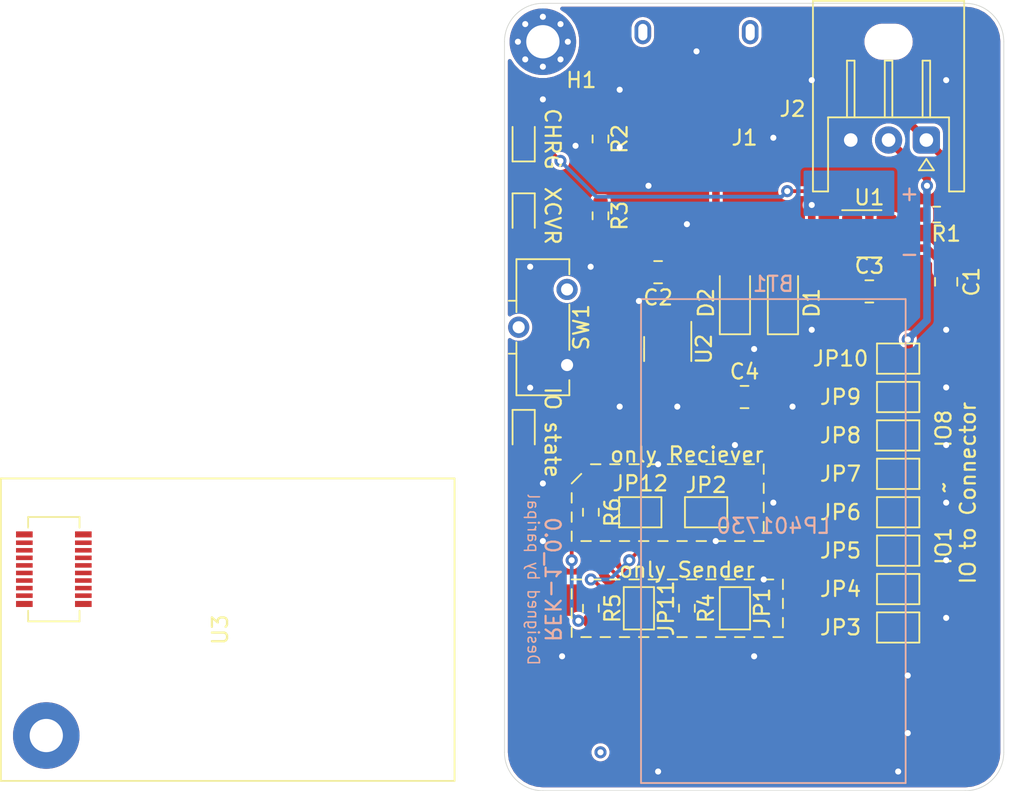
<source format=kicad_pcb>
(kicad_pcb (version 20171130) (host pcbnew "(5.1.4)-1")

  (general
    (thickness 1.6)
    (drawings 71)
    (tracks 134)
    (zones 0)
    (modules 35)
    (nets 33)
  )

  (page A4)
  (layers
    (0 F.Cu signal)
    (31 B.Cu signal)
    (32 B.Adhes user)
    (33 F.Adhes user)
    (34 B.Paste user)
    (35 F.Paste user)
    (36 B.SilkS user)
    (37 F.SilkS user)
    (38 B.Mask user)
    (39 F.Mask user)
    (40 Dwgs.User user)
    (41 Cmts.User user)
    (42 Eco1.User user)
    (43 Eco2.User user)
    (44 Edge.Cuts user)
    (45 Margin user)
    (46 B.CrtYd user)
    (47 F.CrtYd user)
    (48 B.Fab user)
    (49 F.Fab user)
  )

  (setup
    (last_trace_width 0.25)
    (user_trace_width 0.5)
    (trace_clearance 0.2)
    (zone_clearance 0.2)
    (zone_45_only no)
    (trace_min 0.2)
    (via_size 0.8)
    (via_drill 0.4)
    (via_min_size 0.4)
    (via_min_drill 0.3)
    (uvia_size 0.3)
    (uvia_drill 0.1)
    (uvias_allowed no)
    (uvia_min_size 0.2)
    (uvia_min_drill 0.1)
    (edge_width 0.05)
    (segment_width 0.2)
    (pcb_text_width 0.3)
    (pcb_text_size 1.5 1.5)
    (mod_edge_width 0.12)
    (mod_text_size 1 1)
    (mod_text_width 0.15)
    (pad_size 1.524 1.524)
    (pad_drill 0.762)
    (pad_to_mask_clearance 0.051)
    (solder_mask_min_width 0.25)
    (aux_axis_origin 0 0)
    (visible_elements 7FFFFFFF)
    (pcbplotparams
      (layerselection 0x010fc_ffffffff)
      (usegerberextensions false)
      (usegerberattributes false)
      (usegerberadvancedattributes false)
      (creategerberjobfile false)
      (excludeedgelayer true)
      (linewidth 0.100000)
      (plotframeref false)
      (viasonmask false)
      (mode 1)
      (useauxorigin false)
      (hpglpennumber 1)
      (hpglpenspeed 20)
      (hpglpendiameter 15.000000)
      (psnegative false)
      (psa4output false)
      (plotreference true)
      (plotvalue true)
      (plotinvisibletext false)
      (padsonsilk false)
      (subtractmaskfromsilk false)
      (outputformat 1)
      (mirror false)
      (drillshape 0)
      (scaleselection 1)
      (outputdirectory "RemoteEmergencyKill/"))
  )

  (net 0 "")
  (net 1 GND)
  (net 2 +BATT)
  (net 3 +5V)
  (net 4 Reg_in)
  (net 5 +3V3)
  (net 6 "Net-(D3-Pad2)")
  (net 7 chrg_stat)
  (net 8 "Net-(D4-Pad2)")
  (net 9 "Net-(D5-Pad2)")
  (net 10 "Net-(D5-Pad1)")
  (net 11 /IO)
  (net 12 IO9)
  (net 13 IO10)
  (net 14 IO1)
  (net 15 IO2)
  (net 16 IO3)
  (net 17 IO4)
  (net 18 IO5)
  (net 19 IO6)
  (net 20 IO7)
  (net 21 IO8)
  (net 22 "Net-(R1-Pad1)")
  (net 23 im920_stat)
  (net 24 EN)
  (net 25 "Net-(U2-Pad4)")
  (net 26 "Net-(U3-Pad20)")
  (net 27 "Net-(U3-Pad19)")
  (net 28 "Net-(U3-Pad16)")
  (net 29 "Net-(U3-Pad11)")
  (net 30 "Net-(U3-Pad13)")
  (net 31 "Net-(U3-Pad12)")
  (net 32 "Net-(U3-Pad14)")

  (net_class Default "これはデフォルトのネット クラスです。"
    (clearance 0.2)
    (trace_width 0.25)
    (via_dia 0.8)
    (via_drill 0.4)
    (uvia_dia 0.3)
    (uvia_drill 0.1)
    (add_net +3V3)
    (add_net +5V)
    (add_net +BATT)
    (add_net /IO)
    (add_net EN)
    (add_net GND)
    (add_net IO1)
    (add_net IO10)
    (add_net IO2)
    (add_net IO3)
    (add_net IO4)
    (add_net IO5)
    (add_net IO6)
    (add_net IO7)
    (add_net IO8)
    (add_net IO9)
    (add_net "Net-(D3-Pad2)")
    (add_net "Net-(D4-Pad2)")
    (add_net "Net-(D5-Pad1)")
    (add_net "Net-(D5-Pad2)")
    (add_net "Net-(R1-Pad1)")
    (add_net "Net-(U2-Pad4)")
    (add_net "Net-(U3-Pad11)")
    (add_net "Net-(U3-Pad12)")
    (add_net "Net-(U3-Pad13)")
    (add_net "Net-(U3-Pad14)")
    (add_net "Net-(U3-Pad16)")
    (add_net "Net-(U3-Pad19)")
    (add_net "Net-(U3-Pad20)")
    (add_net Reg_in)
    (add_net chrg_stat)
    (add_net im920_stat)
  )

  (module Battery_additional:LP401730 (layer B.Cu) (tedit 60E5BB61) (tstamp 60E5D0EF)
    (at 132.08 104.14 180)
    (path /60E33702)
    (fp_text reference BT1 (at 0 17) (layer B.SilkS)
      (effects (font (size 1 1) (thickness 0.15)) (justify mirror))
    )
    (fp_text value LP401730 (at 0 1) (layer B.SilkS)
      (effects (font (size 1 1) (thickness 0.15)) (justify mirror))
    )
    (fp_text user - (at -9 19) (layer B.SilkS)
      (effects (font (size 1 1) (thickness 0.15)) (justify mirror))
    )
    (fp_text user + (at -9 23) (layer B.SilkS)
      (effects (font (size 1 1) (thickness 0.15)) (justify mirror))
    )
    (fp_line (start 8.75 16) (end -8.75 16) (layer B.SilkS) (width 0.12))
    (fp_line (start 8.75 -16) (end 8.75 16) (layer B.SilkS) (width 0.12))
    (fp_line (start -8.75 -16) (end 8.75 -16) (layer B.SilkS) (width 0.12))
    (fp_line (start -8.75 16) (end -8.75 -16) (layer B.SilkS) (width 0.12))
    (pad 2 smd roundrect (at -5 19 180) (size 6 3) (layers B.Cu B.Paste B.Mask) (roundrect_rratio 0.033)
      (net 1 GND))
    (pad 1 smd roundrect (at -5 23 180) (size 6 3) (layers B.Cu B.Paste B.Mask) (roundrect_rratio 0.033)
      (net 2 +BATT))
  )

  (module interplan:IM920c (layer F.Cu) (tedit 6126F7F8) (tstamp 61277344)
    (at 96 110 270)
    (path /612751ED)
    (fp_text reference U3 (at 0 0.5 90) (layer F.SilkS)
      (effects (font (size 1 1) (thickness 0.15)))
    )
    (fp_text value IM920c (at 0 -0.5 90) (layer F.Fab)
      (effects (font (size 1 1) (thickness 0.15)))
    )
    (fp_circle (center 7 12) (end 9.45 12) (layer F.CrtYd) (width 0.05))
    (fp_circle (center 7 12) (end 9.2 12) (layer Cmts.User) (width 0.15))
    (fp_text user %R (at 7.3 12 90) (layer F.Fab)
      (effects (font (size 1 1) (thickness 0.15)))
    )
    (fp_line (start -7.45 9.8) (end -7.45 13.2) (layer F.SilkS) (width 0.12))
    (fp_line (start -1.25 13.2) (end -0.55 13.2) (layer F.SilkS) (width 0.12))
    (fp_line (start -7.45 13.2) (end -6.75 13.2) (layer F.SilkS) (width 0.12))
    (fp_line (start -0.55 9.8) (end -1.25 9.8) (layer F.SilkS) (width 0.12))
    (fp_line (start -6.75 9.8) (end -7.45 9.8) (layer F.SilkS) (width 0.12))
    (fp_line (start -0.55 13.2) (end -0.55 9.8) (layer F.SilkS) (width 0.12))
    (fp_line (start 10 15) (end -10 15) (layer F.SilkS) (width 0.12))
    (fp_line (start 10 -15) (end 10 15) (layer F.SilkS) (width 0.12))
    (fp_line (start -10 -15) (end 10 -15) (layer F.SilkS) (width 0.12))
    (fp_line (start -10 15) (end -10 -15) (layer F.SilkS) (width 0.12))
    (pad "" thru_hole circle (at 7 12 270) (size 4.4 4.4) (drill 2.2) (layers *.Cu *.Mask))
    (pad 1 smd roundrect (at -1.7 13.45 90) (size 0.4 1.1) (layers F.Cu F.Paste F.Mask) (roundrect_rratio 0.025)
      (net 14 IO1))
    (pad 3 smd roundrect (at -2.25 13.45 90) (size 0.3 1.1) (layers F.Cu F.Paste F.Mask) (roundrect_rratio 0.025)
      (net 16 IO3))
    (pad 5 smd roundrect (at -2.75 13.45 90) (size 0.3 1.1) (layers F.Cu F.Paste F.Mask) (roundrect_rratio 0.025)
      (net 18 IO5))
    (pad 7 smd roundrect (at -3.25 13.45 90) (size 0.3 1.1) (layers F.Cu F.Paste F.Mask) (roundrect_rratio 0.025)
      (net 20 IO7))
    (pad 9 smd roundrect (at -3.75 13.45 90) (size 0.3 1.1) (layers F.Cu F.Paste F.Mask) (roundrect_rratio 0.025)
      (net 12 IO9))
    (pad 17 smd roundrect (at -5.75 13.45 90) (size 0.3 1.1) (layers F.Cu F.Paste F.Mask) (roundrect_rratio 0.025)
      (net 5 +3V3))
    (pad 15 smd roundrect (at -5.25 13.45 90) (size 0.3 1.1) (layers F.Cu F.Paste F.Mask) (roundrect_rratio 0.025)
      (net 23 im920_stat))
    (pad 4 smd roundrect (at -2.25 9.55 270) (size 0.3 1.1) (layers F.Cu F.Paste F.Mask) (roundrect_rratio 0.025)
      (net 17 IO4))
    (pad 16 smd roundrect (at -5.25 9.55 270) (size 0.3 1.1) (layers F.Cu F.Paste F.Mask) (roundrect_rratio 0.025)
      (net 28 "Net-(U3-Pad16)"))
    (pad 12 smd roundrect (at -4.25 9.55 270) (size 0.3 1.1) (layers F.Cu F.Paste F.Mask) (roundrect_rratio 0.025)
      (net 31 "Net-(U3-Pad12)"))
    (pad 8 smd roundrect (at -3.25 9.55 270) (size 0.3 1.1) (layers F.Cu F.Paste F.Mask) (roundrect_rratio 0.025)
      (net 21 IO8))
    (pad 11 smd roundrect (at -4.25 13.45 90) (size 0.3 1.1) (layers F.Cu F.Paste F.Mask) (roundrect_rratio 0.025)
      (net 29 "Net-(U3-Pad11)"))
    (pad 19 smd roundrect (at -6.3 13.45 90) (size 0.4 1.1) (layers F.Cu F.Paste F.Mask) (roundrect_rratio 0.025)
      (net 27 "Net-(U3-Pad19)"))
    (pad 2 smd roundrect (at -1.7 9.55 270) (size 0.4 1.1) (layers F.Cu F.Paste F.Mask) (roundrect_rratio 0.025)
      (net 15 IO2))
    (pad 14 smd roundrect (at -4.75 9.55 270) (size 0.3 1.1) (layers F.Cu F.Paste F.Mask) (roundrect_rratio 0.025)
      (net 32 "Net-(U3-Pad14)"))
    (pad 13 smd roundrect (at -4.75 13.45 90) (size 0.3 1.1) (layers F.Cu F.Paste F.Mask) (roundrect_rratio 0.025)
      (net 30 "Net-(U3-Pad13)"))
    (pad 6 smd roundrect (at -2.75 9.55 270) (size 0.3 1.1) (layers F.Cu F.Paste F.Mask) (roundrect_rratio 0.025)
      (net 19 IO6))
    (pad 18 smd roundrect (at -5.75 9.55 270) (size 0.3 1.1) (layers F.Cu F.Paste F.Mask) (roundrect_rratio 0.025)
      (net 1 GND))
    (pad 10 smd roundrect (at -3.75 9.55 270) (size 0.3 1.1) (layers F.Cu F.Paste F.Mask) (roundrect_rratio 0.025)
      (net 13 IO10))
    (pad 20 smd roundrect (at -6.3 9.55 270) (size 0.4 1.1) (layers F.Cu F.Paste F.Mask) (roundrect_rratio 0.025)
      (net 26 "Net-(U3-Pad20)"))
  )

  (module MountingHole:MountingHole_2.2mm_M2_Pad_Via (layer F.Cu) (tedit 56DDB9C7) (tstamp 60E78A4A)
    (at 116.84 71.12)
    (descr "Mounting Hole 2.2mm, M2")
    (tags "mounting hole 2.2mm m2")
    (path /60EB1A83)
    (attr virtual)
    (fp_text reference H1 (at 2.54 2.54) (layer F.SilkS)
      (effects (font (size 1 1) (thickness 0.15)))
    )
    (fp_text value MountingHole (at 0 3.2) (layer F.Fab)
      (effects (font (size 1 1) (thickness 0.15)))
    )
    (fp_circle (center 0 0) (end 2.45 0) (layer F.CrtYd) (width 0.05))
    (fp_circle (center 0 0) (end 2.2 0) (layer Cmts.User) (width 0.15))
    (fp_text user %R (at 0.3 0) (layer F.Fab)
      (effects (font (size 1 1) (thickness 0.15)))
    )
    (pad 1 thru_hole circle (at 1.166726 -1.166726) (size 0.7 0.7) (drill 0.4) (layers *.Cu *.Mask))
    (pad 1 thru_hole circle (at 0 -1.65) (size 0.7 0.7) (drill 0.4) (layers *.Cu *.Mask))
    (pad 1 thru_hole circle (at -1.166726 -1.166726) (size 0.7 0.7) (drill 0.4) (layers *.Cu *.Mask))
    (pad 1 thru_hole circle (at -1.65 0) (size 0.7 0.7) (drill 0.4) (layers *.Cu *.Mask))
    (pad 1 thru_hole circle (at -1.166726 1.166726) (size 0.7 0.7) (drill 0.4) (layers *.Cu *.Mask))
    (pad 1 thru_hole circle (at 0 1.65) (size 0.7 0.7) (drill 0.4) (layers *.Cu *.Mask))
    (pad 1 thru_hole circle (at 1.166726 1.166726) (size 0.7 0.7) (drill 0.4) (layers *.Cu *.Mask))
    (pad 1 thru_hole circle (at 1.65 0) (size 0.7 0.7) (drill 0.4) (layers *.Cu *.Mask))
    (pad 1 thru_hole circle (at 0 0) (size 4.4 4.4) (drill 2.2) (layers *.Cu *.Mask))
  )

  (module Connector_JST_XA:S03B-XASK-1 (layer F.Cu) (tedit 5E26A5F1) (tstamp 60E73188)
    (at 142.2 77.62 180)
    (path /60E792F1)
    (fp_text reference J2 (at 8.85 2.055 180) (layer F.SilkS)
      (effects (font (size 1 1) (thickness 0.15)))
    )
    (fp_text value Conn_01x03_Female (at 1.25 -5.75 180) (layer F.Fab)
      (effects (font (size 1 1) (thickness 0.15)))
    )
    (fp_line (start 5.25 1.5) (end 5.25 5.25) (layer F.SilkS) (width 0.12))
    (fp_line (start 5.25 5.25) (end 4.75 5.25) (layer F.SilkS) (width 0.12))
    (fp_line (start 4.75 5.25) (end 4.75 1.5) (layer F.SilkS) (width 0.12))
    (fp_line (start -0.5 -2) (end 0 -1.25) (layer F.SilkS) (width 0.12))
    (fp_line (start 0.5 -2) (end -0.5 -2) (layer F.SilkS) (width 0.12))
    (fp_line (start 0 -1.25) (end 0.5 -2) (layer F.SilkS) (width 0.12))
    (fp_line (start -0.25 5.25) (end -0.25 1.5) (layer F.SilkS) (width 0.12))
    (fp_line (start 0.25 5.25) (end -0.25 5.25) (layer F.SilkS) (width 0.12))
    (fp_line (start 0.25 1.5) (end 0.25 5.25) (layer F.SilkS) (width 0.12))
    (fp_line (start 2.25 5.25) (end 2.25 1.5) (layer F.SilkS) (width 0.12))
    (fp_line (start 2.75 5.25) (end 2.25 5.25) (layer F.SilkS) (width 0.12))
    (fp_line (start 2.75 1.5) (end 2.75 5.25) (layer F.SilkS) (width 0.12))
    (fp_line (start -1.5 1.5) (end -1.5 -3.4) (layer F.SilkS) (width 0.12))
    (fp_line (start 6.5 1.5) (end -1.5 1.5) (layer F.SilkS) (width 0.12))
    (fp_line (start 6.5 -3.4) (end 6.5 1.5) (layer F.SilkS) (width 0.12))
    (fp_line (start 6.5 -3.4) (end 7.5 -3.4) (layer F.SilkS) (width 0.12))
    (fp_line (start 7.5 9.2) (end -2.5 9.2) (layer F.SilkS) (width 0.12))
    (fp_line (start 7.5 -3.4) (end 7.5 9.2) (layer F.SilkS) (width 0.12))
    (fp_line (start -2.5 -3.4) (end -1.5 -3.4) (layer F.SilkS) (width 0.12))
    (fp_line (start -2.5 9.2) (end -2.5 -3.4) (layer F.SilkS) (width 0.12))
    (fp_line (start 7.5 -3.4) (end 7.5 9.2) (layer F.CrtYd) (width 0.12))
    (fp_line (start -2.5 -3.4) (end 7.5 -3.4) (layer F.CrtYd) (width 0.12))
    (fp_line (start -2.5 9.2) (end -2.5 -3.4) (layer F.CrtYd) (width 0.12))
    (fp_line (start 7.5 9.2) (end -2.5 9.2) (layer F.CrtYd) (width 0.12))
    (pad 3 thru_hole circle (at 5 0 180) (size 1.8 1.8) (drill 0.9) (layers *.Cu *.Mask)
      (net 1 GND))
    (pad "" np_thru_hole oval (at 2.5 6.5) (size 2.8 2) (drill oval 2.8 2) (layers *.Cu *.Mask))
    (pad 2 thru_hole circle (at 2.5 0 180) (size 1.8 1.8) (drill 0.9) (layers *.Cu *.Mask)
      (net 11 /IO))
    (pad 1 thru_hole roundrect (at 0 0 180) (size 1.8 1.8) (drill 0.9) (layers *.Cu *.Mask) (roundrect_rratio 0.25)
      (net 3 +5V))
  )

  (module Package_TO_SOT_SMD:TSOT-23-5 (layer F.Cu) (tedit 5F6F97DB) (tstamp 60E5D32A)
    (at 125.095 91.44 270)
    (descr "TSOT, 5 Pin (https://www.jedec.org/sites/default/files/docs/MO-193D.pdf variant AB), generated with kicad-footprint-generator ipc_gullwing_generator.py")
    (tags "TSOT TO_SOT_SMD")
    (path /60E33982)
    (attr smd)
    (fp_text reference U2 (at 0 -2.4 90) (layer F.SilkS)
      (effects (font (size 1 1) (thickness 0.15)))
    )
    (fp_text value ADP151_TSOT (at 0 2.4 90) (layer F.Fab)
      (effects (font (size 1 1) (thickness 0.15)))
    )
    (fp_text user %R (at 0 0 90) (layer F.Fab)
      (effects (font (size 0.4 0.4) (thickness 0.06)))
    )
    (fp_line (start 2.05 -1.7) (end -2.05 -1.7) (layer F.CrtYd) (width 0.05))
    (fp_line (start 2.05 1.7) (end 2.05 -1.7) (layer F.CrtYd) (width 0.05))
    (fp_line (start -2.05 1.7) (end 2.05 1.7) (layer F.CrtYd) (width 0.05))
    (fp_line (start -2.05 -1.7) (end -2.05 1.7) (layer F.CrtYd) (width 0.05))
    (fp_line (start -0.8 -1.05) (end -0.4 -1.45) (layer F.Fab) (width 0.1))
    (fp_line (start -0.8 1.45) (end -0.8 -1.05) (layer F.Fab) (width 0.1))
    (fp_line (start 0.8 1.45) (end -0.8 1.45) (layer F.Fab) (width 0.1))
    (fp_line (start 0.8 -1.45) (end 0.8 1.45) (layer F.Fab) (width 0.1))
    (fp_line (start -0.4 -1.45) (end 0.8 -1.45) (layer F.Fab) (width 0.1))
    (fp_line (start 0 -1.56) (end -1.8 -1.56) (layer F.SilkS) (width 0.12))
    (fp_line (start 0 -1.56) (end 0.8 -1.56) (layer F.SilkS) (width 0.12))
    (fp_line (start 0 1.56) (end -0.8 1.56) (layer F.SilkS) (width 0.12))
    (fp_line (start 0 1.56) (end 0.8 1.56) (layer F.SilkS) (width 0.12))
    (pad 5 smd roundrect (at 1.1375 -0.95 270) (size 1.325 0.6) (layers F.Cu F.Paste F.Mask) (roundrect_rratio 0.25)
      (net 5 +3V3))
    (pad 4 smd roundrect (at 1.1375 0.95 270) (size 1.325 0.6) (layers F.Cu F.Paste F.Mask) (roundrect_rratio 0.25)
      (net 25 "Net-(U2-Pad4)"))
    (pad 3 smd roundrect (at -1.1375 0.95 270) (size 1.325 0.6) (layers F.Cu F.Paste F.Mask) (roundrect_rratio 0.25)
      (net 24 EN))
    (pad 2 smd roundrect (at -1.1375 0 270) (size 1.325 0.6) (layers F.Cu F.Paste F.Mask) (roundrect_rratio 0.25)
      (net 1 GND))
    (pad 1 smd roundrect (at -1.1375 -0.95 270) (size 1.325 0.6) (layers F.Cu F.Paste F.Mask) (roundrect_rratio 0.25)
      (net 4 Reg_in))
    (model ${KISYS3DMOD}/Package_TO_SOT_SMD.3dshapes/TSOT-23-5.wrl
      (at (xyz 0 0 0))
      (scale (xyz 1 1 1))
      (rotate (xyz 0 0 0))
    )
  )

  (module Package_TO_SOT_SMD:SOT-23-5 (layer F.Cu) (tedit 5F6F9B37) (tstamp 60E5D313)
    (at 138.43 83.82)
    (descr "SOT, 5 Pin (https://www.jedec.org/sites/default/files/docs/Mo-178c.PDF variant AA), generated with kicad-footprint-generator ipc_gullwing_generator.py")
    (tags "SOT TO_SOT_SMD")
    (path /60E27F6E)
    (attr smd)
    (fp_text reference U1 (at 0 -2.4) (layer F.SilkS)
      (effects (font (size 1 1) (thickness 0.15)))
    )
    (fp_text value MCP73831-2-OT (at 0 2.4) (layer F.Fab)
      (effects (font (size 1 1) (thickness 0.15)))
    )
    (fp_text user %R (at 0 0) (layer F.Fab)
      (effects (font (size 0.4 0.4) (thickness 0.06)))
    )
    (fp_line (start 2.05 -1.7) (end -2.05 -1.7) (layer F.CrtYd) (width 0.05))
    (fp_line (start 2.05 1.7) (end 2.05 -1.7) (layer F.CrtYd) (width 0.05))
    (fp_line (start -2.05 1.7) (end 2.05 1.7) (layer F.CrtYd) (width 0.05))
    (fp_line (start -2.05 -1.7) (end -2.05 1.7) (layer F.CrtYd) (width 0.05))
    (fp_line (start -0.8 -1.05) (end -0.4 -1.45) (layer F.Fab) (width 0.1))
    (fp_line (start -0.8 1.45) (end -0.8 -1.05) (layer F.Fab) (width 0.1))
    (fp_line (start 0.8 1.45) (end -0.8 1.45) (layer F.Fab) (width 0.1))
    (fp_line (start 0.8 -1.45) (end 0.8 1.45) (layer F.Fab) (width 0.1))
    (fp_line (start -0.4 -1.45) (end 0.8 -1.45) (layer F.Fab) (width 0.1))
    (fp_line (start 0 -1.56) (end -1.8 -1.56) (layer F.SilkS) (width 0.12))
    (fp_line (start 0 -1.56) (end 0.8 -1.56) (layer F.SilkS) (width 0.12))
    (fp_line (start 0 1.56) (end -0.8 1.56) (layer F.SilkS) (width 0.12))
    (fp_line (start 0 1.56) (end 0.8 1.56) (layer F.SilkS) (width 0.12))
    (pad 5 smd roundrect (at 1.1375 -0.95) (size 1.325 0.6) (layers F.Cu F.Paste F.Mask) (roundrect_rratio 0.25)
      (net 22 "Net-(R1-Pad1)"))
    (pad 4 smd roundrect (at 1.1375 0.95) (size 1.325 0.6) (layers F.Cu F.Paste F.Mask) (roundrect_rratio 0.25)
      (net 3 +5V))
    (pad 3 smd roundrect (at -1.1375 0.95) (size 1.325 0.6) (layers F.Cu F.Paste F.Mask) (roundrect_rratio 0.25)
      (net 2 +BATT))
    (pad 2 smd roundrect (at -1.1375 0) (size 1.325 0.6) (layers F.Cu F.Paste F.Mask) (roundrect_rratio 0.25)
      (net 1 GND))
    (pad 1 smd roundrect (at -1.1375 -0.95) (size 1.325 0.6) (layers F.Cu F.Paste F.Mask) (roundrect_rratio 0.25)
      (net 7 chrg_stat))
    (model ${KISYS3DMOD}/Package_TO_SOT_SMD.3dshapes/SOT-23-5.wrl
      (at (xyz 0 0 0))
      (scale (xyz 1 1 1))
      (rotate (xyz 0 0 0))
    )
  )

  (module Button_Switch_additional:IS-1245T-G (layer F.Cu) (tedit 60E5C960) (tstamp 60E5D2FC)
    (at 116.84 90 270)
    (path /60E5F880)
    (fp_text reference SW1 (at 0 -2.54 90) (layer F.SilkS)
      (effects (font (size 1 1) (thickness 0.15)))
    )
    (fp_text value SW_SPDT (at 0 0 90) (layer F.Fab)
      (effects (font (size 1 1) (thickness 0.15)))
    )
    (fp_line (start -1.5 -1.75) (end 1.5 -1.75) (layer F.SilkS) (width 0.12))
    (fp_line (start -1.75 2.25) (end -1.75 1.75) (layer F.SilkS) (width 0.12))
    (fp_line (start 1.75 2.25) (end 1.75 1.75) (layer F.SilkS) (width 0.12))
    (fp_line (start 3.5 -1.75) (end 4.5 -1.75) (layer F.SilkS) (width 0.12))
    (fp_line (start 4.5 1.75) (end 1 1.75) (layer F.SilkS) (width 0.12))
    (fp_line (start 4.5 -1.75) (end 4.5 1.75) (layer F.SilkS) (width 0.12))
    (fp_line (start -4.5 1.75) (end -1 1.75) (layer F.SilkS) (width 0.12))
    (fp_line (start -4.5 -1.75) (end -4.5 1.75) (layer F.SilkS) (width 0.12))
    (fp_line (start -3.5 -1.75) (end -4.5 -1.75) (layer F.SilkS) (width 0.12))
    (pad 3 thru_hole circle (at 2.5 -1.6 270) (size 1.4 1.4) (drill 0.8) (layers *.Cu *.Mask)
      (net 1 GND))
    (pad 2 thru_hole circle (at 0 1.6 270) (size 1.4 1.4) (drill 0.8) (layers *.Cu *.Mask)
      (net 24 EN))
    (pad 1 thru_hole circle (at -2.5 -1.6 270) (size 1.4 1.4) (drill 0.8) (layers *.Cu *.Mask)
      (net 4 Reg_in))
  )

  (module Resistor_SMD:R_0603_1608Metric (layer F.Cu) (tedit 5F68FEEE) (tstamp 60E5D2EC)
    (at 120.015 102.235 270)
    (descr "Resistor SMD 0603 (1608 Metric), square (rectangular) end terminal, IPC_7351 nominal, (Body size source: IPC-SM-782 page 72, https://www.pcb-3d.com/wordpress/wp-content/uploads/ipc-sm-782a_amendment_1_and_2.pdf), generated with kicad-footprint-generator")
    (tags resistor)
    (path /60EAE041)
    (attr smd)
    (fp_text reference R6 (at 0 -1.43 90) (layer F.SilkS)
      (effects (font (size 1 1) (thickness 0.15)))
    )
    (fp_text value 330 (at 0 1.43 90) (layer F.Fab)
      (effects (font (size 1 1) (thickness 0.15)))
    )
    (fp_text user %R (at 0 0 90) (layer F.Fab)
      (effects (font (size 0.4 0.4) (thickness 0.06)))
    )
    (fp_line (start 1.48 0.73) (end -1.48 0.73) (layer F.CrtYd) (width 0.05))
    (fp_line (start 1.48 -0.73) (end 1.48 0.73) (layer F.CrtYd) (width 0.05))
    (fp_line (start -1.48 -0.73) (end 1.48 -0.73) (layer F.CrtYd) (width 0.05))
    (fp_line (start -1.48 0.73) (end -1.48 -0.73) (layer F.CrtYd) (width 0.05))
    (fp_line (start -0.237258 0.5225) (end 0.237258 0.5225) (layer F.SilkS) (width 0.12))
    (fp_line (start -0.237258 -0.5225) (end 0.237258 -0.5225) (layer F.SilkS) (width 0.12))
    (fp_line (start 0.8 0.4125) (end -0.8 0.4125) (layer F.Fab) (width 0.1))
    (fp_line (start 0.8 -0.4125) (end 0.8 0.4125) (layer F.Fab) (width 0.1))
    (fp_line (start -0.8 -0.4125) (end 0.8 -0.4125) (layer F.Fab) (width 0.1))
    (fp_line (start -0.8 0.4125) (end -0.8 -0.4125) (layer F.Fab) (width 0.1))
    (pad 2 smd roundrect (at 0.825 0 270) (size 0.8 0.95) (layers F.Cu F.Paste F.Mask) (roundrect_rratio 0.25)
      (net 11 /IO))
    (pad 1 smd roundrect (at -0.825 0 270) (size 0.8 0.95) (layers F.Cu F.Paste F.Mask) (roundrect_rratio 0.25)
      (net 9 "Net-(D5-Pad2)"))
    (model ${KISYS3DMOD}/Resistor_SMD.3dshapes/R_0603_1608Metric.wrl
      (at (xyz 0 0 0))
      (scale (xyz 1 1 1))
      (rotate (xyz 0 0 0))
    )
  )

  (module Resistor_SMD:R_0603_1608Metric (layer F.Cu) (tedit 5F68FEEE) (tstamp 60E5D2DB)
    (at 120.015 108.585 270)
    (descr "Resistor SMD 0603 (1608 Metric), square (rectangular) end terminal, IPC_7351 nominal, (Body size source: IPC-SM-782 page 72, https://www.pcb-3d.com/wordpress/wp-content/uploads/ipc-sm-782a_amendment_1_and_2.pdf), generated with kicad-footprint-generator")
    (tags resistor)
    (path /60E82217)
    (attr smd)
    (fp_text reference R5 (at 0 -1.43 90) (layer F.SilkS)
      (effects (font (size 1 1) (thickness 0.15)))
    )
    (fp_text value 330 (at 0 1.43 90) (layer F.Fab)
      (effects (font (size 1 1) (thickness 0.15)))
    )
    (fp_text user %R (at 0 0 90) (layer F.Fab)
      (effects (font (size 0.4 0.4) (thickness 0.06)))
    )
    (fp_line (start 1.48 0.73) (end -1.48 0.73) (layer F.CrtYd) (width 0.05))
    (fp_line (start 1.48 -0.73) (end 1.48 0.73) (layer F.CrtYd) (width 0.05))
    (fp_line (start -1.48 -0.73) (end 1.48 -0.73) (layer F.CrtYd) (width 0.05))
    (fp_line (start -1.48 0.73) (end -1.48 -0.73) (layer F.CrtYd) (width 0.05))
    (fp_line (start -0.237258 0.5225) (end 0.237258 0.5225) (layer F.SilkS) (width 0.12))
    (fp_line (start -0.237258 -0.5225) (end 0.237258 -0.5225) (layer F.SilkS) (width 0.12))
    (fp_line (start 0.8 0.4125) (end -0.8 0.4125) (layer F.Fab) (width 0.1))
    (fp_line (start 0.8 -0.4125) (end 0.8 0.4125) (layer F.Fab) (width 0.1))
    (fp_line (start -0.8 -0.4125) (end 0.8 -0.4125) (layer F.Fab) (width 0.1))
    (fp_line (start -0.8 0.4125) (end -0.8 -0.4125) (layer F.Fab) (width 0.1))
    (pad 2 smd roundrect (at 0.825 0 270) (size 0.8 0.95) (layers F.Cu F.Paste F.Mask) (roundrect_rratio 0.25)
      (net 9 "Net-(D5-Pad2)"))
    (pad 1 smd roundrect (at -0.825 0 270) (size 0.8 0.95) (layers F.Cu F.Paste F.Mask) (roundrect_rratio 0.25)
      (net 5 +3V3))
    (model ${KISYS3DMOD}/Resistor_SMD.3dshapes/R_0603_1608Metric.wrl
      (at (xyz 0 0 0))
      (scale (xyz 1 1 1))
      (rotate (xyz 0 0 0))
    )
  )

  (module Resistor_SMD:R_0603_1608Metric (layer F.Cu) (tedit 5F68FEEE) (tstamp 60E5D2CA)
    (at 126.365 108.585 90)
    (descr "Resistor SMD 0603 (1608 Metric), square (rectangular) end terminal, IPC_7351 nominal, (Body size source: IPC-SM-782 page 72, https://www.pcb-3d.com/wordpress/wp-content/uploads/ipc-sm-782a_amendment_1_and_2.pdf), generated with kicad-footprint-generator")
    (tags resistor)
    (path /60E73B00)
    (attr smd)
    (fp_text reference R4 (at 0 1.27 90) (layer F.SilkS)
      (effects (font (size 1 1) (thickness 0.15)))
    )
    (fp_text value 10k (at 0 1.43 90) (layer F.Fab)
      (effects (font (size 1 1) (thickness 0.15)))
    )
    (fp_text user %R (at 0 0 90) (layer F.Fab)
      (effects (font (size 0.4 0.4) (thickness 0.06)))
    )
    (fp_line (start 1.48 0.73) (end -1.48 0.73) (layer F.CrtYd) (width 0.05))
    (fp_line (start 1.48 -0.73) (end 1.48 0.73) (layer F.CrtYd) (width 0.05))
    (fp_line (start -1.48 -0.73) (end 1.48 -0.73) (layer F.CrtYd) (width 0.05))
    (fp_line (start -1.48 0.73) (end -1.48 -0.73) (layer F.CrtYd) (width 0.05))
    (fp_line (start -0.237258 0.5225) (end 0.237258 0.5225) (layer F.SilkS) (width 0.12))
    (fp_line (start -0.237258 -0.5225) (end 0.237258 -0.5225) (layer F.SilkS) (width 0.12))
    (fp_line (start 0.8 0.4125) (end -0.8 0.4125) (layer F.Fab) (width 0.1))
    (fp_line (start 0.8 -0.4125) (end 0.8 0.4125) (layer F.Fab) (width 0.1))
    (fp_line (start -0.8 -0.4125) (end 0.8 -0.4125) (layer F.Fab) (width 0.1))
    (fp_line (start -0.8 0.4125) (end -0.8 -0.4125) (layer F.Fab) (width 0.1))
    (pad 2 smd roundrect (at 0.825 0 90) (size 0.8 0.95) (layers F.Cu F.Paste F.Mask) (roundrect_rratio 0.25)
      (net 11 /IO))
    (pad 1 smd roundrect (at -0.825 0 90) (size 0.8 0.95) (layers F.Cu F.Paste F.Mask) (roundrect_rratio 0.25)
      (net 5 +3V3))
    (model ${KISYS3DMOD}/Resistor_SMD.3dshapes/R_0603_1608Metric.wrl
      (at (xyz 0 0 0))
      (scale (xyz 1 1 1))
      (rotate (xyz 0 0 0))
    )
  )

  (module Resistor_SMD:R_0603_1608Metric (layer F.Cu) (tedit 5F68FEEE) (tstamp 60E5D2B9)
    (at 120.65 82.63 270)
    (descr "Resistor SMD 0603 (1608 Metric), square (rectangular) end terminal, IPC_7351 nominal, (Body size source: IPC-SM-782 page 72, https://www.pcb-3d.com/wordpress/wp-content/uploads/ipc-sm-782a_amendment_1_and_2.pdf), generated with kicad-footprint-generator")
    (tags resistor)
    (path /60E91F90)
    (attr smd)
    (fp_text reference R3 (at 0 -1.270001 90) (layer F.SilkS)
      (effects (font (size 1 1) (thickness 0.15)))
    )
    (fp_text value 1k (at 0 1.43 90) (layer F.Fab)
      (effects (font (size 1 1) (thickness 0.15)))
    )
    (fp_text user %R (at 0 0 90) (layer F.Fab)
      (effects (font (size 0.4 0.4) (thickness 0.06)))
    )
    (fp_line (start 1.48 0.73) (end -1.48 0.73) (layer F.CrtYd) (width 0.05))
    (fp_line (start 1.48 -0.73) (end 1.48 0.73) (layer F.CrtYd) (width 0.05))
    (fp_line (start -1.48 -0.73) (end 1.48 -0.73) (layer F.CrtYd) (width 0.05))
    (fp_line (start -1.48 0.73) (end -1.48 -0.73) (layer F.CrtYd) (width 0.05))
    (fp_line (start -0.237258 0.5225) (end 0.237258 0.5225) (layer F.SilkS) (width 0.12))
    (fp_line (start -0.237258 -0.5225) (end 0.237258 -0.5225) (layer F.SilkS) (width 0.12))
    (fp_line (start 0.8 0.4125) (end -0.8 0.4125) (layer F.Fab) (width 0.1))
    (fp_line (start 0.8 -0.4125) (end 0.8 0.4125) (layer F.Fab) (width 0.1))
    (fp_line (start -0.8 -0.4125) (end 0.8 -0.4125) (layer F.Fab) (width 0.1))
    (fp_line (start -0.8 0.4125) (end -0.8 -0.4125) (layer F.Fab) (width 0.1))
    (pad 2 smd roundrect (at 0.825 0 270) (size 0.8 0.95) (layers F.Cu F.Paste F.Mask) (roundrect_rratio 0.25)
      (net 8 "Net-(D4-Pad2)"))
    (pad 1 smd roundrect (at -0.825 0 270) (size 0.8 0.95) (layers F.Cu F.Paste F.Mask) (roundrect_rratio 0.25)
      (net 23 im920_stat))
    (model ${KISYS3DMOD}/Resistor_SMD.3dshapes/R_0603_1608Metric.wrl
      (at (xyz 0 0 0))
      (scale (xyz 1 1 1))
      (rotate (xyz 0 0 0))
    )
  )

  (module Resistor_SMD:R_0603_1608Metric (layer F.Cu) (tedit 5F68FEEE) (tstamp 60E5D2A8)
    (at 120.65 77.55 90)
    (descr "Resistor SMD 0603 (1608 Metric), square (rectangular) end terminal, IPC_7351 nominal, (Body size source: IPC-SM-782 page 72, https://www.pcb-3d.com/wordpress/wp-content/uploads/ipc-sm-782a_amendment_1_and_2.pdf), generated with kicad-footprint-generator")
    (tags resistor)
    (path /60E952F6)
    (attr smd)
    (fp_text reference R2 (at 0 1.27 90) (layer F.SilkS)
      (effects (font (size 1 1) (thickness 0.15)))
    )
    (fp_text value 1k (at 0 1.43 90) (layer F.Fab)
      (effects (font (size 1 1) (thickness 0.15)))
    )
    (fp_text user %R (at 0 0 90) (layer F.Fab)
      (effects (font (size 0.4 0.4) (thickness 0.06)))
    )
    (fp_line (start 1.48 0.73) (end -1.48 0.73) (layer F.CrtYd) (width 0.05))
    (fp_line (start 1.48 -0.73) (end 1.48 0.73) (layer F.CrtYd) (width 0.05))
    (fp_line (start -1.48 -0.73) (end 1.48 -0.73) (layer F.CrtYd) (width 0.05))
    (fp_line (start -1.48 0.73) (end -1.48 -0.73) (layer F.CrtYd) (width 0.05))
    (fp_line (start -0.237258 0.5225) (end 0.237258 0.5225) (layer F.SilkS) (width 0.12))
    (fp_line (start -0.237258 -0.5225) (end 0.237258 -0.5225) (layer F.SilkS) (width 0.12))
    (fp_line (start 0.8 0.4125) (end -0.8 0.4125) (layer F.Fab) (width 0.1))
    (fp_line (start 0.8 -0.4125) (end 0.8 0.4125) (layer F.Fab) (width 0.1))
    (fp_line (start -0.8 -0.4125) (end 0.8 -0.4125) (layer F.Fab) (width 0.1))
    (fp_line (start -0.8 0.4125) (end -0.8 -0.4125) (layer F.Fab) (width 0.1))
    (pad 2 smd roundrect (at 0.825 0 90) (size 0.8 0.95) (layers F.Cu F.Paste F.Mask) (roundrect_rratio 0.25)
      (net 6 "Net-(D3-Pad2)"))
    (pad 1 smd roundrect (at -0.825 0 90) (size 0.8 0.95) (layers F.Cu F.Paste F.Mask) (roundrect_rratio 0.25)
      (net 3 +5V))
    (model ${KISYS3DMOD}/Resistor_SMD.3dshapes/R_0603_1608Metric.wrl
      (at (xyz 0 0 0))
      (scale (xyz 1 1 1))
      (rotate (xyz 0 0 0))
    )
  )

  (module Resistor_SMD:R_0603_1608Metric (layer F.Cu) (tedit 5F68FEEE) (tstamp 60E5D297)
    (at 142.875 82.55)
    (descr "Resistor SMD 0603 (1608 Metric), square (rectangular) end terminal, IPC_7351 nominal, (Body size source: IPC-SM-782 page 72, https://www.pcb-3d.com/wordpress/wp-content/uploads/ipc-sm-782a_amendment_1_and_2.pdf), generated with kicad-footprint-generator")
    (tags resistor)
    (path /60E3C1F9)
    (attr smd)
    (fp_text reference R1 (at 0.635 1.27) (layer F.SilkS)
      (effects (font (size 1 1) (thickness 0.15)))
    )
    (fp_text value 10k (at 0 1.43) (layer F.Fab)
      (effects (font (size 1 1) (thickness 0.15)))
    )
    (fp_text user %R (at 0 0) (layer F.Fab)
      (effects (font (size 0.4 0.4) (thickness 0.06)))
    )
    (fp_line (start 1.48 0.73) (end -1.48 0.73) (layer F.CrtYd) (width 0.05))
    (fp_line (start 1.48 -0.73) (end 1.48 0.73) (layer F.CrtYd) (width 0.05))
    (fp_line (start -1.48 -0.73) (end 1.48 -0.73) (layer F.CrtYd) (width 0.05))
    (fp_line (start -1.48 0.73) (end -1.48 -0.73) (layer F.CrtYd) (width 0.05))
    (fp_line (start -0.237258 0.5225) (end 0.237258 0.5225) (layer F.SilkS) (width 0.12))
    (fp_line (start -0.237258 -0.5225) (end 0.237258 -0.5225) (layer F.SilkS) (width 0.12))
    (fp_line (start 0.8 0.4125) (end -0.8 0.4125) (layer F.Fab) (width 0.1))
    (fp_line (start 0.8 -0.4125) (end 0.8 0.4125) (layer F.Fab) (width 0.1))
    (fp_line (start -0.8 -0.4125) (end 0.8 -0.4125) (layer F.Fab) (width 0.1))
    (fp_line (start -0.8 0.4125) (end -0.8 -0.4125) (layer F.Fab) (width 0.1))
    (pad 2 smd roundrect (at 0.825 0) (size 0.8 0.95) (layers F.Cu F.Paste F.Mask) (roundrect_rratio 0.25)
      (net 1 GND))
    (pad 1 smd roundrect (at -0.825 0) (size 0.8 0.95) (layers F.Cu F.Paste F.Mask) (roundrect_rratio 0.25)
      (net 22 "Net-(R1-Pad1)"))
    (model ${KISYS3DMOD}/Resistor_SMD.3dshapes/R_0603_1608Metric.wrl
      (at (xyz 0 0 0))
      (scale (xyz 1 1 1))
      (rotate (xyz 0 0 0))
    )
  )

  (module Jumper:SolderJumper-2_P1.3mm_Open_TrianglePad1.0x1.5mm (layer F.Cu) (tedit 5A64794F) (tstamp 60E5D286)
    (at 123.28 102.235 180)
    (descr "SMD Solder Jumper, 1x1.5mm Triangular Pads, 0.3mm gap, open")
    (tags "solder jumper open")
    (path /60ECA0B3)
    (attr virtual)
    (fp_text reference JP12 (at 0 1.905) (layer F.SilkS)
      (effects (font (size 1 1) (thickness 0.15)))
    )
    (fp_text value SolderJumper_2_Open (at 0 1.905) (layer F.Fab)
      (effects (font (size 1 1) (thickness 0.15)))
    )
    (fp_line (start 1.65 1.25) (end -1.65 1.25) (layer F.CrtYd) (width 0.05))
    (fp_line (start 1.65 1.25) (end 1.65 -1.25) (layer F.CrtYd) (width 0.05))
    (fp_line (start -1.65 -1.25) (end -1.65 1.25) (layer F.CrtYd) (width 0.05))
    (fp_line (start -1.65 -1.25) (end 1.65 -1.25) (layer F.CrtYd) (width 0.05))
    (fp_line (start -1.4 -1) (end 1.4 -1) (layer F.SilkS) (width 0.12))
    (fp_line (start 1.4 -1) (end 1.4 1) (layer F.SilkS) (width 0.12))
    (fp_line (start 1.4 1) (end -1.4 1) (layer F.SilkS) (width 0.12))
    (fp_line (start -1.4 1) (end -1.4 -1) (layer F.SilkS) (width 0.12))
    (pad 1 smd custom (at -0.725 0 180) (size 0.3 0.3) (layers F.Cu F.Mask)
      (net 10 "Net-(D5-Pad1)") (zone_connect 2)
      (options (clearance outline) (anchor rect))
      (primitives
        (gr_poly (pts
           (xy -0.5 -0.75) (xy 0.5 -0.75) (xy 1 0) (xy 0.5 0.75) (xy -0.5 0.75)
) (width 0))
      ))
    (pad 2 smd custom (at 0.725 0 180) (size 0.3 0.3) (layers F.Cu F.Mask)
      (net 1 GND) (zone_connect 2)
      (options (clearance outline) (anchor rect))
      (primitives
        (gr_poly (pts
           (xy -0.65 -0.75) (xy 0.5 -0.75) (xy 0.5 0.75) (xy -0.65 0.75) (xy -0.15 0)
) (width 0))
      ))
  )

  (module Jumper:SolderJumper-2_P1.3mm_Open_TrianglePad1.0x1.5mm (layer F.Cu) (tedit 5A64794F) (tstamp 60E5D278)
    (at 123.19 108.585 270)
    (descr "SMD Solder Jumper, 1x1.5mm Triangular Pads, 0.3mm gap, open")
    (tags "solder jumper open")
    (path /60EC0FA1)
    (attr virtual)
    (fp_text reference JP11 (at 0 -1.8 90) (layer F.SilkS)
      (effects (font (size 1 1) (thickness 0.15)))
    )
    (fp_text value SolderJumper_2_Open (at 0 1.9 90) (layer F.Fab)
      (effects (font (size 1 1) (thickness 0.15)))
    )
    (fp_line (start 1.65 1.25) (end -1.65 1.25) (layer F.CrtYd) (width 0.05))
    (fp_line (start 1.65 1.25) (end 1.65 -1.25) (layer F.CrtYd) (width 0.05))
    (fp_line (start -1.65 -1.25) (end -1.65 1.25) (layer F.CrtYd) (width 0.05))
    (fp_line (start -1.65 -1.25) (end 1.65 -1.25) (layer F.CrtYd) (width 0.05))
    (fp_line (start -1.4 -1) (end 1.4 -1) (layer F.SilkS) (width 0.12))
    (fp_line (start 1.4 -1) (end 1.4 1) (layer F.SilkS) (width 0.12))
    (fp_line (start 1.4 1) (end -1.4 1) (layer F.SilkS) (width 0.12))
    (fp_line (start -1.4 1) (end -1.4 -1) (layer F.SilkS) (width 0.12))
    (pad 1 smd custom (at -0.725 0 270) (size 0.3 0.3) (layers F.Cu F.Mask)
      (net 11 /IO) (zone_connect 2)
      (options (clearance outline) (anchor rect))
      (primitives
        (gr_poly (pts
           (xy -0.5 -0.75) (xy 0.5 -0.75) (xy 1 0) (xy 0.5 0.75) (xy -0.5 0.75)
) (width 0))
      ))
    (pad 2 smd custom (at 0.725 0 270) (size 0.3 0.3) (layers F.Cu F.Mask)
      (net 10 "Net-(D5-Pad1)") (zone_connect 2)
      (options (clearance outline) (anchor rect))
      (primitives
        (gr_poly (pts
           (xy -0.65 -0.75) (xy 0.5 -0.75) (xy 0.5 0.75) (xy -0.65 0.75) (xy -0.15 0)
) (width 0))
      ))
  )

  (module Jumper:SolderJumper-2_P1.3mm_Open_TrianglePad1.0x1.5mm (layer F.Cu) (tedit 5A64794F) (tstamp 60E5D26A)
    (at 140.335 92.075)
    (descr "SMD Solder Jumper, 1x1.5mm Triangular Pads, 0.3mm gap, open")
    (tags "solder jumper open")
    (path /60E553F4)
    (attr virtual)
    (fp_text reference JP10 (at -3.81 0) (layer F.SilkS)
      (effects (font (size 1 1) (thickness 0.15)))
    )
    (fp_text value SolderJumper_2_Open (at 0 1.9) (layer F.Fab)
      (effects (font (size 1 1) (thickness 0.15)))
    )
    (fp_line (start 1.65 1.25) (end -1.65 1.25) (layer F.CrtYd) (width 0.05))
    (fp_line (start 1.65 1.25) (end 1.65 -1.25) (layer F.CrtYd) (width 0.05))
    (fp_line (start -1.65 -1.25) (end -1.65 1.25) (layer F.CrtYd) (width 0.05))
    (fp_line (start -1.65 -1.25) (end 1.65 -1.25) (layer F.CrtYd) (width 0.05))
    (fp_line (start -1.4 -1) (end 1.4 -1) (layer F.SilkS) (width 0.12))
    (fp_line (start 1.4 -1) (end 1.4 1) (layer F.SilkS) (width 0.12))
    (fp_line (start 1.4 1) (end -1.4 1) (layer F.SilkS) (width 0.12))
    (fp_line (start -1.4 1) (end -1.4 -1) (layer F.SilkS) (width 0.12))
    (pad 1 smd custom (at -0.725 0) (size 0.3 0.3) (layers F.Cu F.Mask)
      (net 21 IO8) (zone_connect 2)
      (options (clearance outline) (anchor rect))
      (primitives
        (gr_poly (pts
           (xy -0.5 -0.75) (xy 0.5 -0.75) (xy 1 0) (xy 0.5 0.75) (xy -0.5 0.75)
) (width 0))
      ))
    (pad 2 smd custom (at 0.725 0) (size 0.3 0.3) (layers F.Cu F.Mask)
      (net 11 /IO) (zone_connect 2)
      (options (clearance outline) (anchor rect))
      (primitives
        (gr_poly (pts
           (xy -0.65 -0.75) (xy 0.5 -0.75) (xy 0.5 0.75) (xy -0.65 0.75) (xy -0.15 0)
) (width 0))
      ))
  )

  (module Jumper:SolderJumper-2_P1.3mm_Open_TrianglePad1.0x1.5mm (layer F.Cu) (tedit 5A64794F) (tstamp 60E5D25C)
    (at 140.335 94.615)
    (descr "SMD Solder Jumper, 1x1.5mm Triangular Pads, 0.3mm gap, open")
    (tags "solder jumper open")
    (path /60E553EE)
    (attr virtual)
    (fp_text reference JP9 (at -3.81 0) (layer F.SilkS)
      (effects (font (size 1 1) (thickness 0.15)))
    )
    (fp_text value SolderJumper_2_Open (at 0 1.9) (layer F.Fab)
      (effects (font (size 1 1) (thickness 0.15)))
    )
    (fp_line (start 1.65 1.25) (end -1.65 1.25) (layer F.CrtYd) (width 0.05))
    (fp_line (start 1.65 1.25) (end 1.65 -1.25) (layer F.CrtYd) (width 0.05))
    (fp_line (start -1.65 -1.25) (end -1.65 1.25) (layer F.CrtYd) (width 0.05))
    (fp_line (start -1.65 -1.25) (end 1.65 -1.25) (layer F.CrtYd) (width 0.05))
    (fp_line (start -1.4 -1) (end 1.4 -1) (layer F.SilkS) (width 0.12))
    (fp_line (start 1.4 -1) (end 1.4 1) (layer F.SilkS) (width 0.12))
    (fp_line (start 1.4 1) (end -1.4 1) (layer F.SilkS) (width 0.12))
    (fp_line (start -1.4 1) (end -1.4 -1) (layer F.SilkS) (width 0.12))
    (pad 1 smd custom (at -0.725 0) (size 0.3 0.3) (layers F.Cu F.Mask)
      (net 20 IO7) (zone_connect 2)
      (options (clearance outline) (anchor rect))
      (primitives
        (gr_poly (pts
           (xy -0.5 -0.75) (xy 0.5 -0.75) (xy 1 0) (xy 0.5 0.75) (xy -0.5 0.75)
) (width 0))
      ))
    (pad 2 smd custom (at 0.725 0) (size 0.3 0.3) (layers F.Cu F.Mask)
      (net 11 /IO) (zone_connect 2)
      (options (clearance outline) (anchor rect))
      (primitives
        (gr_poly (pts
           (xy -0.65 -0.75) (xy 0.5 -0.75) (xy 0.5 0.75) (xy -0.65 0.75) (xy -0.15 0)
) (width 0))
      ))
  )

  (module Jumper:SolderJumper-2_P1.3mm_Open_TrianglePad1.0x1.5mm (layer F.Cu) (tedit 5A64794F) (tstamp 60E5D24E)
    (at 140.335 97.155)
    (descr "SMD Solder Jumper, 1x1.5mm Triangular Pads, 0.3mm gap, open")
    (tags "solder jumper open")
    (path /60E53F65)
    (attr virtual)
    (fp_text reference JP8 (at -3.81 0) (layer F.SilkS)
      (effects (font (size 1 1) (thickness 0.15)))
    )
    (fp_text value SolderJumper_2_Open (at 0 1.9) (layer F.Fab)
      (effects (font (size 1 1) (thickness 0.15)))
    )
    (fp_line (start 1.65 1.25) (end -1.65 1.25) (layer F.CrtYd) (width 0.05))
    (fp_line (start 1.65 1.25) (end 1.65 -1.25) (layer F.CrtYd) (width 0.05))
    (fp_line (start -1.65 -1.25) (end -1.65 1.25) (layer F.CrtYd) (width 0.05))
    (fp_line (start -1.65 -1.25) (end 1.65 -1.25) (layer F.CrtYd) (width 0.05))
    (fp_line (start -1.4 -1) (end 1.4 -1) (layer F.SilkS) (width 0.12))
    (fp_line (start 1.4 -1) (end 1.4 1) (layer F.SilkS) (width 0.12))
    (fp_line (start 1.4 1) (end -1.4 1) (layer F.SilkS) (width 0.12))
    (fp_line (start -1.4 1) (end -1.4 -1) (layer F.SilkS) (width 0.12))
    (pad 1 smd custom (at -0.725 0) (size 0.3 0.3) (layers F.Cu F.Mask)
      (net 19 IO6) (zone_connect 2)
      (options (clearance outline) (anchor rect))
      (primitives
        (gr_poly (pts
           (xy -0.5 -0.75) (xy 0.5 -0.75) (xy 1 0) (xy 0.5 0.75) (xy -0.5 0.75)
) (width 0))
      ))
    (pad 2 smd custom (at 0.725 0) (size 0.3 0.3) (layers F.Cu F.Mask)
      (net 11 /IO) (zone_connect 2)
      (options (clearance outline) (anchor rect))
      (primitives
        (gr_poly (pts
           (xy -0.65 -0.75) (xy 0.5 -0.75) (xy 0.5 0.75) (xy -0.65 0.75) (xy -0.15 0)
) (width 0))
      ))
  )

  (module Jumper:SolderJumper-2_P1.3mm_Open_TrianglePad1.0x1.5mm (layer F.Cu) (tedit 5A64794F) (tstamp 60E5D240)
    (at 140.335 99.695)
    (descr "SMD Solder Jumper, 1x1.5mm Triangular Pads, 0.3mm gap, open")
    (tags "solder jumper open")
    (path /60E53F5F)
    (attr virtual)
    (fp_text reference JP7 (at -3.81 0) (layer F.SilkS)
      (effects (font (size 1 1) (thickness 0.15)))
    )
    (fp_text value SolderJumper_2_Open (at 0 1.9) (layer F.Fab)
      (effects (font (size 1 1) (thickness 0.15)))
    )
    (fp_line (start 1.65 1.25) (end -1.65 1.25) (layer F.CrtYd) (width 0.05))
    (fp_line (start 1.65 1.25) (end 1.65 -1.25) (layer F.CrtYd) (width 0.05))
    (fp_line (start -1.65 -1.25) (end -1.65 1.25) (layer F.CrtYd) (width 0.05))
    (fp_line (start -1.65 -1.25) (end 1.65 -1.25) (layer F.CrtYd) (width 0.05))
    (fp_line (start -1.4 -1) (end 1.4 -1) (layer F.SilkS) (width 0.12))
    (fp_line (start 1.4 -1) (end 1.4 1) (layer F.SilkS) (width 0.12))
    (fp_line (start 1.4 1) (end -1.4 1) (layer F.SilkS) (width 0.12))
    (fp_line (start -1.4 1) (end -1.4 -1) (layer F.SilkS) (width 0.12))
    (pad 1 smd custom (at -0.725 0) (size 0.3 0.3) (layers F.Cu F.Mask)
      (net 18 IO5) (zone_connect 2)
      (options (clearance outline) (anchor rect))
      (primitives
        (gr_poly (pts
           (xy -0.5 -0.75) (xy 0.5 -0.75) (xy 1 0) (xy 0.5 0.75) (xy -0.5 0.75)
) (width 0))
      ))
    (pad 2 smd custom (at 0.725 0) (size 0.3 0.3) (layers F.Cu F.Mask)
      (net 11 /IO) (zone_connect 2)
      (options (clearance outline) (anchor rect))
      (primitives
        (gr_poly (pts
           (xy -0.65 -0.75) (xy 0.5 -0.75) (xy 0.5 0.75) (xy -0.65 0.75) (xy -0.15 0)
) (width 0))
      ))
  )

  (module Jumper:SolderJumper-2_P1.3mm_Open_TrianglePad1.0x1.5mm (layer F.Cu) (tedit 5A64794F) (tstamp 60E5D232)
    (at 140.335 102.235)
    (descr "SMD Solder Jumper, 1x1.5mm Triangular Pads, 0.3mm gap, open")
    (tags "solder jumper open")
    (path /60E53332)
    (attr virtual)
    (fp_text reference JP6 (at -3.81 0) (layer F.SilkS)
      (effects (font (size 1 1) (thickness 0.15)))
    )
    (fp_text value SolderJumper_2_Open (at 0 1.9) (layer F.Fab)
      (effects (font (size 1 1) (thickness 0.15)))
    )
    (fp_line (start 1.65 1.25) (end -1.65 1.25) (layer F.CrtYd) (width 0.05))
    (fp_line (start 1.65 1.25) (end 1.65 -1.25) (layer F.CrtYd) (width 0.05))
    (fp_line (start -1.65 -1.25) (end -1.65 1.25) (layer F.CrtYd) (width 0.05))
    (fp_line (start -1.65 -1.25) (end 1.65 -1.25) (layer F.CrtYd) (width 0.05))
    (fp_line (start -1.4 -1) (end 1.4 -1) (layer F.SilkS) (width 0.12))
    (fp_line (start 1.4 -1) (end 1.4 1) (layer F.SilkS) (width 0.12))
    (fp_line (start 1.4 1) (end -1.4 1) (layer F.SilkS) (width 0.12))
    (fp_line (start -1.4 1) (end -1.4 -1) (layer F.SilkS) (width 0.12))
    (pad 1 smd custom (at -0.725 0) (size 0.3 0.3) (layers F.Cu F.Mask)
      (net 17 IO4) (zone_connect 2)
      (options (clearance outline) (anchor rect))
      (primitives
        (gr_poly (pts
           (xy -0.5 -0.75) (xy 0.5 -0.75) (xy 1 0) (xy 0.5 0.75) (xy -0.5 0.75)
) (width 0))
      ))
    (pad 2 smd custom (at 0.725 0) (size 0.3 0.3) (layers F.Cu F.Mask)
      (net 11 /IO) (zone_connect 2)
      (options (clearance outline) (anchor rect))
      (primitives
        (gr_poly (pts
           (xy -0.65 -0.75) (xy 0.5 -0.75) (xy 0.5 0.75) (xy -0.65 0.75) (xy -0.15 0)
) (width 0))
      ))
  )

  (module Jumper:SolderJumper-2_P1.3mm_Open_TrianglePad1.0x1.5mm (layer F.Cu) (tedit 5A64794F) (tstamp 60E5D224)
    (at 140.335 104.775)
    (descr "SMD Solder Jumper, 1x1.5mm Triangular Pads, 0.3mm gap, open")
    (tags "solder jumper open")
    (path /60E5332C)
    (attr virtual)
    (fp_text reference JP5 (at -3.81 0) (layer F.SilkS)
      (effects (font (size 1 1) (thickness 0.15)))
    )
    (fp_text value SolderJumper_2_Open (at 0 1.9) (layer F.Fab)
      (effects (font (size 1 1) (thickness 0.15)))
    )
    (fp_line (start 1.65 1.25) (end -1.65 1.25) (layer F.CrtYd) (width 0.05))
    (fp_line (start 1.65 1.25) (end 1.65 -1.25) (layer F.CrtYd) (width 0.05))
    (fp_line (start -1.65 -1.25) (end -1.65 1.25) (layer F.CrtYd) (width 0.05))
    (fp_line (start -1.65 -1.25) (end 1.65 -1.25) (layer F.CrtYd) (width 0.05))
    (fp_line (start -1.4 -1) (end 1.4 -1) (layer F.SilkS) (width 0.12))
    (fp_line (start 1.4 -1) (end 1.4 1) (layer F.SilkS) (width 0.12))
    (fp_line (start 1.4 1) (end -1.4 1) (layer F.SilkS) (width 0.12))
    (fp_line (start -1.4 1) (end -1.4 -1) (layer F.SilkS) (width 0.12))
    (pad 1 smd custom (at -0.725 0) (size 0.3 0.3) (layers F.Cu F.Mask)
      (net 16 IO3) (zone_connect 2)
      (options (clearance outline) (anchor rect))
      (primitives
        (gr_poly (pts
           (xy -0.5 -0.75) (xy 0.5 -0.75) (xy 1 0) (xy 0.5 0.75) (xy -0.5 0.75)
) (width 0))
      ))
    (pad 2 smd custom (at 0.725 0) (size 0.3 0.3) (layers F.Cu F.Mask)
      (net 11 /IO) (zone_connect 2)
      (options (clearance outline) (anchor rect))
      (primitives
        (gr_poly (pts
           (xy -0.65 -0.75) (xy 0.5 -0.75) (xy 0.5 0.75) (xy -0.65 0.75) (xy -0.15 0)
) (width 0))
      ))
  )

  (module Jumper:SolderJumper-2_P1.3mm_Open_TrianglePad1.0x1.5mm (layer F.Cu) (tedit 5A64794F) (tstamp 60E5D216)
    (at 140.335 107.315)
    (descr "SMD Solder Jumper, 1x1.5mm Triangular Pads, 0.3mm gap, open")
    (tags "solder jumper open")
    (path /60E50F1C)
    (attr virtual)
    (fp_text reference JP4 (at -3.81 0) (layer F.SilkS)
      (effects (font (size 1 1) (thickness 0.15)))
    )
    (fp_text value SolderJumper_2_Open (at 0 1.9) (layer F.Fab)
      (effects (font (size 1 1) (thickness 0.15)))
    )
    (fp_line (start 1.65 1.25) (end -1.65 1.25) (layer F.CrtYd) (width 0.05))
    (fp_line (start 1.65 1.25) (end 1.65 -1.25) (layer F.CrtYd) (width 0.05))
    (fp_line (start -1.65 -1.25) (end -1.65 1.25) (layer F.CrtYd) (width 0.05))
    (fp_line (start -1.65 -1.25) (end 1.65 -1.25) (layer F.CrtYd) (width 0.05))
    (fp_line (start -1.4 -1) (end 1.4 -1) (layer F.SilkS) (width 0.12))
    (fp_line (start 1.4 -1) (end 1.4 1) (layer F.SilkS) (width 0.12))
    (fp_line (start 1.4 1) (end -1.4 1) (layer F.SilkS) (width 0.12))
    (fp_line (start -1.4 1) (end -1.4 -1) (layer F.SilkS) (width 0.12))
    (pad 1 smd custom (at -0.725 0) (size 0.3 0.3) (layers F.Cu F.Mask)
      (net 15 IO2) (zone_connect 2)
      (options (clearance outline) (anchor rect))
      (primitives
        (gr_poly (pts
           (xy -0.5 -0.75) (xy 0.5 -0.75) (xy 1 0) (xy 0.5 0.75) (xy -0.5 0.75)
) (width 0))
      ))
    (pad 2 smd custom (at 0.725 0) (size 0.3 0.3) (layers F.Cu F.Mask)
      (net 11 /IO) (zone_connect 2)
      (options (clearance outline) (anchor rect))
      (primitives
        (gr_poly (pts
           (xy -0.65 -0.75) (xy 0.5 -0.75) (xy 0.5 0.75) (xy -0.65 0.75) (xy -0.15 0)
) (width 0))
      ))
  )

  (module Jumper:SolderJumper-2_P1.3mm_Open_TrianglePad1.0x1.5mm (layer F.Cu) (tedit 5A64794F) (tstamp 60E5D208)
    (at 140.335 109.855)
    (descr "SMD Solder Jumper, 1x1.5mm Triangular Pads, 0.3mm gap, open")
    (tags "solder jumper open")
    (path /60E50F16)
    (attr virtual)
    (fp_text reference JP3 (at -3.81 0) (layer F.SilkS)
      (effects (font (size 1 1) (thickness 0.15)))
    )
    (fp_text value SolderJumper_2_Open (at 0 1.9) (layer F.Fab)
      (effects (font (size 1 1) (thickness 0.15)))
    )
    (fp_line (start 1.65 1.25) (end -1.65 1.25) (layer F.CrtYd) (width 0.05))
    (fp_line (start 1.65 1.25) (end 1.65 -1.25) (layer F.CrtYd) (width 0.05))
    (fp_line (start -1.65 -1.25) (end -1.65 1.25) (layer F.CrtYd) (width 0.05))
    (fp_line (start -1.65 -1.25) (end 1.65 -1.25) (layer F.CrtYd) (width 0.05))
    (fp_line (start -1.4 -1) (end 1.4 -1) (layer F.SilkS) (width 0.12))
    (fp_line (start 1.4 -1) (end 1.4 1) (layer F.SilkS) (width 0.12))
    (fp_line (start 1.4 1) (end -1.4 1) (layer F.SilkS) (width 0.12))
    (fp_line (start -1.4 1) (end -1.4 -1) (layer F.SilkS) (width 0.12))
    (pad 1 smd custom (at -0.725 0) (size 0.3 0.3) (layers F.Cu F.Mask)
      (net 14 IO1) (zone_connect 2)
      (options (clearance outline) (anchor rect))
      (primitives
        (gr_poly (pts
           (xy -0.5 -0.75) (xy 0.5 -0.75) (xy 1 0) (xy 0.5 0.75) (xy -0.5 0.75)
) (width 0))
      ))
    (pad 2 smd custom (at 0.725 0) (size 0.3 0.3) (layers F.Cu F.Mask)
      (net 11 /IO) (zone_connect 2)
      (options (clearance outline) (anchor rect))
      (primitives
        (gr_poly (pts
           (xy -0.65 -0.75) (xy 0.5 -0.75) (xy 0.5 0.75) (xy -0.65 0.75) (xy -0.15 0)
) (width 0))
      ))
  )

  (module Jumper:SolderJumper-2_P1.3mm_Open_TrianglePad1.0x1.5mm (layer F.Cu) (tedit 5A64794F) (tstamp 60E5D1FA)
    (at 127.635 102.235)
    (descr "SMD Solder Jumper, 1x1.5mm Triangular Pads, 0.3mm gap, open")
    (tags "solder jumper open")
    (path /60E17D92)
    (attr virtual)
    (fp_text reference JP2 (at 0 -1.8) (layer F.SilkS)
      (effects (font (size 1 1) (thickness 0.15)))
    )
    (fp_text value SolderJumper_2_Open (at 0 1.9) (layer F.Fab)
      (effects (font (size 1 1) (thickness 0.15)))
    )
    (fp_line (start 1.65 1.25) (end -1.65 1.25) (layer F.CrtYd) (width 0.05))
    (fp_line (start 1.65 1.25) (end 1.65 -1.25) (layer F.CrtYd) (width 0.05))
    (fp_line (start -1.65 -1.25) (end -1.65 1.25) (layer F.CrtYd) (width 0.05))
    (fp_line (start -1.65 -1.25) (end 1.65 -1.25) (layer F.CrtYd) (width 0.05))
    (fp_line (start -1.4 -1) (end 1.4 -1) (layer F.SilkS) (width 0.12))
    (fp_line (start 1.4 -1) (end 1.4 1) (layer F.SilkS) (width 0.12))
    (fp_line (start 1.4 1) (end -1.4 1) (layer F.SilkS) (width 0.12))
    (fp_line (start -1.4 1) (end -1.4 -1) (layer F.SilkS) (width 0.12))
    (pad 1 smd custom (at -0.725 0) (size 0.3 0.3) (layers F.Cu F.Mask)
      (net 5 +3V3) (zone_connect 2)
      (options (clearance outline) (anchor rect))
      (primitives
        (gr_poly (pts
           (xy -0.5 -0.75) (xy 0.5 -0.75) (xy 1 0) (xy 0.5 0.75) (xy -0.5 0.75)
) (width 0))
      ))
    (pad 2 smd custom (at 0.725 0) (size 0.3 0.3) (layers F.Cu F.Mask)
      (net 13 IO10) (zone_connect 2)
      (options (clearance outline) (anchor rect))
      (primitives
        (gr_poly (pts
           (xy -0.65 -0.75) (xy 0.5 -0.75) (xy 0.5 0.75) (xy -0.65 0.75) (xy -0.15 0)
) (width 0))
      ))
  )

  (module Jumper:SolderJumper-2_P1.3mm_Open_TrianglePad1.0x1.5mm (layer F.Cu) (tedit 5A64794F) (tstamp 60E5D1EC)
    (at 129.54 108.585 270)
    (descr "SMD Solder Jumper, 1x1.5mm Triangular Pads, 0.3mm gap, open")
    (tags "solder jumper open")
    (path /60E17557)
    (attr virtual)
    (fp_text reference JP1 (at 0 -1.8 90) (layer F.SilkS)
      (effects (font (size 1 1) (thickness 0.15)))
    )
    (fp_text value SolderJumper_2_Open (at 0 1.9 90) (layer F.Fab)
      (effects (font (size 1 1) (thickness 0.15)))
    )
    (fp_line (start 1.65 1.25) (end -1.65 1.25) (layer F.CrtYd) (width 0.05))
    (fp_line (start 1.65 1.25) (end 1.65 -1.25) (layer F.CrtYd) (width 0.05))
    (fp_line (start -1.65 -1.25) (end -1.65 1.25) (layer F.CrtYd) (width 0.05))
    (fp_line (start -1.65 -1.25) (end 1.65 -1.25) (layer F.CrtYd) (width 0.05))
    (fp_line (start -1.4 -1) (end 1.4 -1) (layer F.SilkS) (width 0.12))
    (fp_line (start 1.4 -1) (end 1.4 1) (layer F.SilkS) (width 0.12))
    (fp_line (start 1.4 1) (end -1.4 1) (layer F.SilkS) (width 0.12))
    (fp_line (start -1.4 1) (end -1.4 -1) (layer F.SilkS) (width 0.12))
    (pad 1 smd custom (at -0.725 0 270) (size 0.3 0.3) (layers F.Cu F.Mask)
      (net 5 +3V3) (zone_connect 2)
      (options (clearance outline) (anchor rect))
      (primitives
        (gr_poly (pts
           (xy -0.5 -0.75) (xy 0.5 -0.75) (xy 1 0) (xy 0.5 0.75) (xy -0.5 0.75)
) (width 0))
      ))
    (pad 2 smd custom (at 0.725 0 270) (size 0.3 0.3) (layers F.Cu F.Mask)
      (net 12 IO9) (zone_connect 2)
      (options (clearance outline) (anchor rect))
      (primitives
        (gr_poly (pts
           (xy -0.65 -0.75) (xy 0.5 -0.75) (xy 0.5 0.75) (xy -0.65 0.75) (xy -0.15 0)
) (width 0))
      ))
  )

  (module "Connector_USB_additional:USB micro B 2pin" (layer F.Cu) (tedit 5F328C4B) (tstamp 60E5D1A6)
    (at 127 70.485)
    (path /60E3DE35)
    (fp_text reference J1 (at 3.175 6.985) (layer F.SilkS)
      (effects (font (size 1 1) (thickness 0.15)))
    )
    (fp_text value Conn_01x02 (at 0 -0.5) (layer F.Fab)
      (effects (font (size 1 1) (thickness 0.15)))
    )
    (pad "" thru_hole oval (at 3.55 0) (size 1.1 1.6) (drill oval 0.6 1.1) (layers *.Cu *.Mask))
    (pad "" thru_hole oval (at -3.55 0) (size 1.1 1.6) (drill oval 0.6 1.1) (layers *.Cu *.Mask))
    (pad 1 smd rect (at 1.3 5.9) (size 0.9 4.5) (layers F.Cu F.Paste F.Mask)
      (net 3 +5V))
    (pad 2 smd rect (at -1.3 5.9) (size 0.9 4.5) (layers F.Cu F.Paste F.Mask)
      (net 1 GND))
  )

  (module LED_SMD:LED_0603_1608Metric (layer F.Cu) (tedit 5F68FEF1) (tstamp 60E5D19E)
    (at 115.57 96.95 270)
    (descr "LED SMD 0603 (1608 Metric), square (rectangular) end terminal, IPC_7351 nominal, (Body size source: http://www.tortai-tech.com/upload/download/2011102023233369053.pdf), generated with kicad-footprint-generator")
    (tags LED)
    (path /60E7FAE8)
    (attr smd)
    (fp_text reference D5 (at 0 -1.43 90) (layer F.Fab)
      (effects (font (size 1 1) (thickness 0.15)))
    )
    (fp_text value LED (at 0 1.43 90) (layer F.Fab)
      (effects (font (size 1 1) (thickness 0.15)))
    )
    (fp_text user %R (at 0 0 90) (layer F.Fab)
      (effects (font (size 0.4 0.4) (thickness 0.06)))
    )
    (fp_line (start 1.48 0.73) (end -1.48 0.73) (layer F.CrtYd) (width 0.05))
    (fp_line (start 1.48 -0.73) (end 1.48 0.73) (layer F.CrtYd) (width 0.05))
    (fp_line (start -1.48 -0.73) (end 1.48 -0.73) (layer F.CrtYd) (width 0.05))
    (fp_line (start -1.48 0.73) (end -1.48 -0.73) (layer F.CrtYd) (width 0.05))
    (fp_line (start -1.485 0.735) (end 0.8 0.735) (layer F.SilkS) (width 0.12))
    (fp_line (start -1.485 -0.735) (end -1.485 0.735) (layer F.SilkS) (width 0.12))
    (fp_line (start 0.8 -0.735) (end -1.485 -0.735) (layer F.SilkS) (width 0.12))
    (fp_line (start 0.8 0.4) (end 0.8 -0.4) (layer F.Fab) (width 0.1))
    (fp_line (start -0.8 0.4) (end 0.8 0.4) (layer F.Fab) (width 0.1))
    (fp_line (start -0.8 -0.1) (end -0.8 0.4) (layer F.Fab) (width 0.1))
    (fp_line (start -0.5 -0.4) (end -0.8 -0.1) (layer F.Fab) (width 0.1))
    (fp_line (start 0.8 -0.4) (end -0.5 -0.4) (layer F.Fab) (width 0.1))
    (pad 2 smd roundrect (at 0.7875 0 270) (size 0.875 0.95) (layers F.Cu F.Paste F.Mask) (roundrect_rratio 0.25)
      (net 9 "Net-(D5-Pad2)"))
    (pad 1 smd roundrect (at -0.7875 0 270) (size 0.875 0.95) (layers F.Cu F.Paste F.Mask) (roundrect_rratio 0.25)
      (net 10 "Net-(D5-Pad1)"))
    (model ${KISYS3DMOD}/LED_SMD.3dshapes/LED_0603_1608Metric.wrl
      (at (xyz 0 0 0))
      (scale (xyz 1 1 1))
      (rotate (xyz 0 0 0))
    )
  )

  (module LED_SMD:LED_0603_1608Metric (layer F.Cu) (tedit 5F68FEF1) (tstamp 60E5D18B)
    (at 115.57 82.63 270)
    (descr "LED SMD 0603 (1608 Metric), square (rectangular) end terminal, IPC_7351 nominal, (Body size source: http://www.tortai-tech.com/upload/download/2011102023233369053.pdf), generated with kicad-footprint-generator")
    (tags LED)
    (path /60E91F8A)
    (attr smd)
    (fp_text reference D4 (at -2.54 0 90) (layer F.Fab)
      (effects (font (size 1 1) (thickness 0.15)))
    )
    (fp_text value LED (at 0 1.43 90) (layer F.Fab)
      (effects (font (size 1 1) (thickness 0.15)))
    )
    (fp_text user %R (at 0 0 90) (layer F.Fab)
      (effects (font (size 0.4 0.4) (thickness 0.06)))
    )
    (fp_line (start 1.48 0.73) (end -1.48 0.73) (layer F.CrtYd) (width 0.05))
    (fp_line (start 1.48 -0.73) (end 1.48 0.73) (layer F.CrtYd) (width 0.05))
    (fp_line (start -1.48 -0.73) (end 1.48 -0.73) (layer F.CrtYd) (width 0.05))
    (fp_line (start -1.48 0.73) (end -1.48 -0.73) (layer F.CrtYd) (width 0.05))
    (fp_line (start -1.485 0.735) (end 0.8 0.735) (layer F.SilkS) (width 0.12))
    (fp_line (start -1.485 -0.735) (end -1.485 0.735) (layer F.SilkS) (width 0.12))
    (fp_line (start 0.8 -0.735) (end -1.485 -0.735) (layer F.SilkS) (width 0.12))
    (fp_line (start 0.8 0.4) (end 0.8 -0.4) (layer F.Fab) (width 0.1))
    (fp_line (start -0.8 0.4) (end 0.8 0.4) (layer F.Fab) (width 0.1))
    (fp_line (start -0.8 -0.1) (end -0.8 0.4) (layer F.Fab) (width 0.1))
    (fp_line (start -0.5 -0.4) (end -0.8 -0.1) (layer F.Fab) (width 0.1))
    (fp_line (start 0.8 -0.4) (end -0.5 -0.4) (layer F.Fab) (width 0.1))
    (pad 2 smd roundrect (at 0.7875 0 270) (size 0.875 0.95) (layers F.Cu F.Paste F.Mask) (roundrect_rratio 0.25)
      (net 8 "Net-(D4-Pad2)"))
    (pad 1 smd roundrect (at -0.7875 0 270) (size 0.875 0.95) (layers F.Cu F.Paste F.Mask) (roundrect_rratio 0.25)
      (net 1 GND))
    (model ${KISYS3DMOD}/LED_SMD.3dshapes/LED_0603_1608Metric.wrl
      (at (xyz 0 0 0))
      (scale (xyz 1 1 1))
      (rotate (xyz 0 0 0))
    )
  )

  (module LED_SMD:LED_0603_1608Metric (layer F.Cu) (tedit 5F68FEF1) (tstamp 60E5D178)
    (at 115.57 77.55 90)
    (descr "LED SMD 0603 (1608 Metric), square (rectangular) end terminal, IPC_7351 nominal, (Body size source: http://www.tortai-tech.com/upload/download/2011102023233369053.pdf), generated with kicad-footprint-generator")
    (tags LED)
    (path /60E952F0)
    (attr smd)
    (fp_text reference D3 (at 2.54 0 90) (layer F.Fab)
      (effects (font (size 1 1) (thickness 0.15)))
    )
    (fp_text value LED (at 0 1.43 90) (layer F.Fab)
      (effects (font (size 1 1) (thickness 0.15)))
    )
    (fp_text user %R (at 0 0 90) (layer F.Fab)
      (effects (font (size 0.4 0.4) (thickness 0.06)))
    )
    (fp_line (start 1.48 0.73) (end -1.48 0.73) (layer F.CrtYd) (width 0.05))
    (fp_line (start 1.48 -0.73) (end 1.48 0.73) (layer F.CrtYd) (width 0.05))
    (fp_line (start -1.48 -0.73) (end 1.48 -0.73) (layer F.CrtYd) (width 0.05))
    (fp_line (start -1.48 0.73) (end -1.48 -0.73) (layer F.CrtYd) (width 0.05))
    (fp_line (start -1.485 0.735) (end 0.8 0.735) (layer F.SilkS) (width 0.12))
    (fp_line (start -1.485 -0.735) (end -1.485 0.735) (layer F.SilkS) (width 0.12))
    (fp_line (start 0.8 -0.735) (end -1.485 -0.735) (layer F.SilkS) (width 0.12))
    (fp_line (start 0.8 0.4) (end 0.8 -0.4) (layer F.Fab) (width 0.1))
    (fp_line (start -0.8 0.4) (end 0.8 0.4) (layer F.Fab) (width 0.1))
    (fp_line (start -0.8 -0.1) (end -0.8 0.4) (layer F.Fab) (width 0.1))
    (fp_line (start -0.5 -0.4) (end -0.8 -0.1) (layer F.Fab) (width 0.1))
    (fp_line (start 0.8 -0.4) (end -0.5 -0.4) (layer F.Fab) (width 0.1))
    (pad 2 smd roundrect (at 0.7875 0 90) (size 0.875 0.95) (layers F.Cu F.Paste F.Mask) (roundrect_rratio 0.25)
      (net 6 "Net-(D3-Pad2)"))
    (pad 1 smd roundrect (at -0.7875 0 90) (size 0.875 0.95) (layers F.Cu F.Paste F.Mask) (roundrect_rratio 0.25)
      (net 7 chrg_stat))
    (model ${KISYS3DMOD}/LED_SMD.3dshapes/LED_0603_1608Metric.wrl
      (at (xyz 0 0 0))
      (scale (xyz 1 1 1))
      (rotate (xyz 0 0 0))
    )
  )

  (module Diode_SMD:D_SOD-123F (layer F.Cu) (tedit 587F7769) (tstamp 60E5D165)
    (at 129.54 88.265 90)
    (descr D_SOD-123F)
    (tags D_SOD-123F)
    (path /60E38EF6)
    (attr smd)
    (fp_text reference D2 (at -0.127 -1.905 90) (layer F.SilkS)
      (effects (font (size 1 1) (thickness 0.15)))
    )
    (fp_text value D (at 0 2.1 90) (layer F.Fab)
      (effects (font (size 1 1) (thickness 0.15)))
    )
    (fp_line (start -2.2 -1) (end 1.65 -1) (layer F.SilkS) (width 0.12))
    (fp_line (start -2.2 1) (end 1.65 1) (layer F.SilkS) (width 0.12))
    (fp_line (start -2.2 -1.15) (end -2.2 1.15) (layer F.CrtYd) (width 0.05))
    (fp_line (start 2.2 1.15) (end -2.2 1.15) (layer F.CrtYd) (width 0.05))
    (fp_line (start 2.2 -1.15) (end 2.2 1.15) (layer F.CrtYd) (width 0.05))
    (fp_line (start -2.2 -1.15) (end 2.2 -1.15) (layer F.CrtYd) (width 0.05))
    (fp_line (start -1.4 -0.9) (end 1.4 -0.9) (layer F.Fab) (width 0.1))
    (fp_line (start 1.4 -0.9) (end 1.4 0.9) (layer F.Fab) (width 0.1))
    (fp_line (start 1.4 0.9) (end -1.4 0.9) (layer F.Fab) (width 0.1))
    (fp_line (start -1.4 0.9) (end -1.4 -0.9) (layer F.Fab) (width 0.1))
    (fp_line (start -0.75 0) (end -0.35 0) (layer F.Fab) (width 0.1))
    (fp_line (start -0.35 0) (end -0.35 -0.55) (layer F.Fab) (width 0.1))
    (fp_line (start -0.35 0) (end -0.35 0.55) (layer F.Fab) (width 0.1))
    (fp_line (start -0.35 0) (end 0.25 -0.4) (layer F.Fab) (width 0.1))
    (fp_line (start 0.25 -0.4) (end 0.25 0.4) (layer F.Fab) (width 0.1))
    (fp_line (start 0.25 0.4) (end -0.35 0) (layer F.Fab) (width 0.1))
    (fp_line (start 0.25 0) (end 0.75 0) (layer F.Fab) (width 0.1))
    (fp_line (start -2.2 -1) (end -2.2 1) (layer F.SilkS) (width 0.12))
    (fp_text user %R (at -0.127 -1.905 90) (layer F.Fab)
      (effects (font (size 1 1) (thickness 0.15)))
    )
    (pad 2 smd rect (at 1.4 0 90) (size 1.1 1.1) (layers F.Cu F.Paste F.Mask)
      (net 3 +5V))
    (pad 1 smd rect (at -1.4 0 90) (size 1.1 1.1) (layers F.Cu F.Paste F.Mask)
      (net 4 Reg_in))
    (model ${KISYS3DMOD}/Diode_SMD.3dshapes/D_SOD-123F.wrl
      (at (xyz 0 0 0))
      (scale (xyz 1 1 1))
      (rotate (xyz 0 0 0))
    )
  )

  (module Diode_SMD:D_SOD-123F (layer F.Cu) (tedit 587F7769) (tstamp 60E5D14C)
    (at 132.715 88.265 90)
    (descr D_SOD-123F)
    (tags D_SOD-123F)
    (path /60E25521)
    (attr smd)
    (fp_text reference D1 (at -0.127 1.905 90) (layer F.SilkS)
      (effects (font (size 1 1) (thickness 0.15)))
    )
    (fp_text value D (at 0 2.1 90) (layer F.Fab)
      (effects (font (size 1 1) (thickness 0.15)))
    )
    (fp_line (start -2.2 -1) (end 1.65 -1) (layer F.SilkS) (width 0.12))
    (fp_line (start -2.2 1) (end 1.65 1) (layer F.SilkS) (width 0.12))
    (fp_line (start -2.2 -1.15) (end -2.2 1.15) (layer F.CrtYd) (width 0.05))
    (fp_line (start 2.2 1.15) (end -2.2 1.15) (layer F.CrtYd) (width 0.05))
    (fp_line (start 2.2 -1.15) (end 2.2 1.15) (layer F.CrtYd) (width 0.05))
    (fp_line (start -2.2 -1.15) (end 2.2 -1.15) (layer F.CrtYd) (width 0.05))
    (fp_line (start -1.4 -0.9) (end 1.4 -0.9) (layer F.Fab) (width 0.1))
    (fp_line (start 1.4 -0.9) (end 1.4 0.9) (layer F.Fab) (width 0.1))
    (fp_line (start 1.4 0.9) (end -1.4 0.9) (layer F.Fab) (width 0.1))
    (fp_line (start -1.4 0.9) (end -1.4 -0.9) (layer F.Fab) (width 0.1))
    (fp_line (start -0.75 0) (end -0.35 0) (layer F.Fab) (width 0.1))
    (fp_line (start -0.35 0) (end -0.35 -0.55) (layer F.Fab) (width 0.1))
    (fp_line (start -0.35 0) (end -0.35 0.55) (layer F.Fab) (width 0.1))
    (fp_line (start -0.35 0) (end 0.25 -0.4) (layer F.Fab) (width 0.1))
    (fp_line (start 0.25 -0.4) (end 0.25 0.4) (layer F.Fab) (width 0.1))
    (fp_line (start 0.25 0.4) (end -0.35 0) (layer F.Fab) (width 0.1))
    (fp_line (start 0.25 0) (end 0.75 0) (layer F.Fab) (width 0.1))
    (fp_line (start -2.2 -1) (end -2.2 1) (layer F.SilkS) (width 0.12))
    (fp_text user %R (at -0.127 -1.905 90) (layer F.Fab)
      (effects (font (size 1 1) (thickness 0.15)))
    )
    (pad 2 smd rect (at 1.4 0 90) (size 1.1 1.1) (layers F.Cu F.Paste F.Mask)
      (net 2 +BATT))
    (pad 1 smd rect (at -1.4 0 90) (size 1.1 1.1) (layers F.Cu F.Paste F.Mask)
      (net 4 Reg_in))
    (model ${KISYS3DMOD}/Diode_SMD.3dshapes/D_SOD-123F.wrl
      (at (xyz 0 0 0))
      (scale (xyz 1 1 1))
      (rotate (xyz 0 0 0))
    )
  )

  (module Capacitor_SMD:C_0805_2012Metric (layer F.Cu) (tedit 5F68FEEE) (tstamp 60E5D133)
    (at 130.175 94.615)
    (descr "Capacitor SMD 0805 (2012 Metric), square (rectangular) end terminal, IPC_7351 nominal, (Body size source: IPC-SM-782 page 76, https://www.pcb-3d.com/wordpress/wp-content/uploads/ipc-sm-782a_amendment_1_and_2.pdf, https://docs.google.com/spreadsheets/d/1BsfQQcO9C6DZCsRaXUlFlo91Tg2WpOkGARC1WS5S8t0/edit?usp=sharing), generated with kicad-footprint-generator")
    (tags capacitor)
    (path /60E21441)
    (attr smd)
    (fp_text reference C4 (at 0 -1.68) (layer F.SilkS)
      (effects (font (size 1 1) (thickness 0.15)))
    )
    (fp_text value 10u (at 0 1.68) (layer F.Fab)
      (effects (font (size 1 1) (thickness 0.15)))
    )
    (fp_text user %R (at 0 0) (layer F.Fab)
      (effects (font (size 0.5 0.5) (thickness 0.08)))
    )
    (fp_line (start 1.7 0.98) (end -1.7 0.98) (layer F.CrtYd) (width 0.05))
    (fp_line (start 1.7 -0.98) (end 1.7 0.98) (layer F.CrtYd) (width 0.05))
    (fp_line (start -1.7 -0.98) (end 1.7 -0.98) (layer F.CrtYd) (width 0.05))
    (fp_line (start -1.7 0.98) (end -1.7 -0.98) (layer F.CrtYd) (width 0.05))
    (fp_line (start -0.261252 0.735) (end 0.261252 0.735) (layer F.SilkS) (width 0.12))
    (fp_line (start -0.261252 -0.735) (end 0.261252 -0.735) (layer F.SilkS) (width 0.12))
    (fp_line (start 1 0.625) (end -1 0.625) (layer F.Fab) (width 0.1))
    (fp_line (start 1 -0.625) (end 1 0.625) (layer F.Fab) (width 0.1))
    (fp_line (start -1 -0.625) (end 1 -0.625) (layer F.Fab) (width 0.1))
    (fp_line (start -1 0.625) (end -1 -0.625) (layer F.Fab) (width 0.1))
    (pad 2 smd roundrect (at 0.95 0) (size 1 1.45) (layers F.Cu F.Paste F.Mask) (roundrect_rratio 0.25)
      (net 1 GND))
    (pad 1 smd roundrect (at -0.95 0) (size 1 1.45) (layers F.Cu F.Paste F.Mask) (roundrect_rratio 0.25)
      (net 5 +3V3))
    (model ${KISYS3DMOD}/Capacitor_SMD.3dshapes/C_0805_2012Metric.wrl
      (at (xyz 0 0 0))
      (scale (xyz 1 1 1))
      (rotate (xyz 0 0 0))
    )
  )

  (module Capacitor_SMD:C_0805_2012Metric (layer F.Cu) (tedit 5F68FEEE) (tstamp 60E5D122)
    (at 138.43 87.63)
    (descr "Capacitor SMD 0805 (2012 Metric), square (rectangular) end terminal, IPC_7351 nominal, (Body size source: IPC-SM-782 page 76, https://www.pcb-3d.com/wordpress/wp-content/uploads/ipc-sm-782a_amendment_1_and_2.pdf, https://docs.google.com/spreadsheets/d/1BsfQQcO9C6DZCsRaXUlFlo91Tg2WpOkGARC1WS5S8t0/edit?usp=sharing), generated with kicad-footprint-generator")
    (tags capacitor)
    (path /60EE925E)
    (attr smd)
    (fp_text reference C3 (at 0 -1.68) (layer F.SilkS)
      (effects (font (size 1 1) (thickness 0.15)))
    )
    (fp_text value 10u (at 0 1.68) (layer F.Fab)
      (effects (font (size 1 1) (thickness 0.15)))
    )
    (fp_text user %R (at 0 0) (layer F.Fab)
      (effects (font (size 0.5 0.5) (thickness 0.08)))
    )
    (fp_line (start 1.7 0.98) (end -1.7 0.98) (layer F.CrtYd) (width 0.05))
    (fp_line (start 1.7 -0.98) (end 1.7 0.98) (layer F.CrtYd) (width 0.05))
    (fp_line (start -1.7 -0.98) (end 1.7 -0.98) (layer F.CrtYd) (width 0.05))
    (fp_line (start -1.7 0.98) (end -1.7 -0.98) (layer F.CrtYd) (width 0.05))
    (fp_line (start -0.261252 0.735) (end 0.261252 0.735) (layer F.SilkS) (width 0.12))
    (fp_line (start -0.261252 -0.735) (end 0.261252 -0.735) (layer F.SilkS) (width 0.12))
    (fp_line (start 1 0.625) (end -1 0.625) (layer F.Fab) (width 0.1))
    (fp_line (start 1 -0.625) (end 1 0.625) (layer F.Fab) (width 0.1))
    (fp_line (start -1 -0.625) (end 1 -0.625) (layer F.Fab) (width 0.1))
    (fp_line (start -1 0.625) (end -1 -0.625) (layer F.Fab) (width 0.1))
    (pad 2 smd roundrect (at 0.95 0) (size 1 1.45) (layers F.Cu F.Paste F.Mask) (roundrect_rratio 0.25)
      (net 1 GND))
    (pad 1 smd roundrect (at -0.95 0) (size 1 1.45) (layers F.Cu F.Paste F.Mask) (roundrect_rratio 0.25)
      (net 2 +BATT))
    (model ${KISYS3DMOD}/Capacitor_SMD.3dshapes/C_0805_2012Metric.wrl
      (at (xyz 0 0 0))
      (scale (xyz 1 1 1))
      (rotate (xyz 0 0 0))
    )
  )

  (module Capacitor_SMD:C_0805_2012Metric (layer F.Cu) (tedit 5F68FEEE) (tstamp 60E5D111)
    (at 124.46 86.36 180)
    (descr "Capacitor SMD 0805 (2012 Metric), square (rectangular) end terminal, IPC_7351 nominal, (Body size source: IPC-SM-782 page 76, https://www.pcb-3d.com/wordpress/wp-content/uploads/ipc-sm-782a_amendment_1_and_2.pdf, https://docs.google.com/spreadsheets/d/1BsfQQcO9C6DZCsRaXUlFlo91Tg2WpOkGARC1WS5S8t0/edit?usp=sharing), generated with kicad-footprint-generator")
    (tags capacitor)
    (path /60E24981)
    (attr smd)
    (fp_text reference C2 (at 0 -1.68) (layer F.SilkS)
      (effects (font (size 1 1) (thickness 0.15)))
    )
    (fp_text value 10u (at 0 1.68) (layer F.Fab)
      (effects (font (size 1 1) (thickness 0.15)))
    )
    (fp_text user %R (at 0 0) (layer F.Fab)
      (effects (font (size 0.5 0.5) (thickness 0.08)))
    )
    (fp_line (start 1.7 0.98) (end -1.7 0.98) (layer F.CrtYd) (width 0.05))
    (fp_line (start 1.7 -0.98) (end 1.7 0.98) (layer F.CrtYd) (width 0.05))
    (fp_line (start -1.7 -0.98) (end 1.7 -0.98) (layer F.CrtYd) (width 0.05))
    (fp_line (start -1.7 0.98) (end -1.7 -0.98) (layer F.CrtYd) (width 0.05))
    (fp_line (start -0.261252 0.735) (end 0.261252 0.735) (layer F.SilkS) (width 0.12))
    (fp_line (start -0.261252 -0.735) (end 0.261252 -0.735) (layer F.SilkS) (width 0.12))
    (fp_line (start 1 0.625) (end -1 0.625) (layer F.Fab) (width 0.1))
    (fp_line (start 1 -0.625) (end 1 0.625) (layer F.Fab) (width 0.1))
    (fp_line (start -1 -0.625) (end 1 -0.625) (layer F.Fab) (width 0.1))
    (fp_line (start -1 0.625) (end -1 -0.625) (layer F.Fab) (width 0.1))
    (pad 2 smd roundrect (at 0.95 0 180) (size 1 1.45) (layers F.Cu F.Paste F.Mask) (roundrect_rratio 0.25)
      (net 1 GND))
    (pad 1 smd roundrect (at -0.95 0 180) (size 1 1.45) (layers F.Cu F.Paste F.Mask) (roundrect_rratio 0.25)
      (net 4 Reg_in))
    (model ${KISYS3DMOD}/Capacitor_SMD.3dshapes/C_0805_2012Metric.wrl
      (at (xyz 0 0 0))
      (scale (xyz 1 1 1))
      (rotate (xyz 0 0 0))
    )
  )

  (module Capacitor_SMD:C_0805_2012Metric (layer F.Cu) (tedit 5F68FEEE) (tstamp 60E5D100)
    (at 143.51 86.995 270)
    (descr "Capacitor SMD 0805 (2012 Metric), square (rectangular) end terminal, IPC_7351 nominal, (Body size source: IPC-SM-782 page 76, https://www.pcb-3d.com/wordpress/wp-content/uploads/ipc-sm-782a_amendment_1_and_2.pdf, https://docs.google.com/spreadsheets/d/1BsfQQcO9C6DZCsRaXUlFlo91Tg2WpOkGARC1WS5S8t0/edit?usp=sharing), generated with kicad-footprint-generator")
    (tags capacitor)
    (path /60EEF4B2)
    (attr smd)
    (fp_text reference C1 (at 0 -1.68 90) (layer F.SilkS)
      (effects (font (size 1 1) (thickness 0.15)))
    )
    (fp_text value 10u (at 0 1.68 90) (layer F.Fab)
      (effects (font (size 1 1) (thickness 0.15)))
    )
    (fp_text user %R (at 0 0 90) (layer F.Fab)
      (effects (font (size 0.5 0.5) (thickness 0.08)))
    )
    (fp_line (start 1.7 0.98) (end -1.7 0.98) (layer F.CrtYd) (width 0.05))
    (fp_line (start 1.7 -0.98) (end 1.7 0.98) (layer F.CrtYd) (width 0.05))
    (fp_line (start -1.7 -0.98) (end 1.7 -0.98) (layer F.CrtYd) (width 0.05))
    (fp_line (start -1.7 0.98) (end -1.7 -0.98) (layer F.CrtYd) (width 0.05))
    (fp_line (start -0.261252 0.735) (end 0.261252 0.735) (layer F.SilkS) (width 0.12))
    (fp_line (start -0.261252 -0.735) (end 0.261252 -0.735) (layer F.SilkS) (width 0.12))
    (fp_line (start 1 0.625) (end -1 0.625) (layer F.Fab) (width 0.1))
    (fp_line (start 1 -0.625) (end 1 0.625) (layer F.Fab) (width 0.1))
    (fp_line (start -1 -0.625) (end 1 -0.625) (layer F.Fab) (width 0.1))
    (fp_line (start -1 0.625) (end -1 -0.625) (layer F.Fab) (width 0.1))
    (pad 2 smd roundrect (at 0.95 0 270) (size 1 1.45) (layers F.Cu F.Paste F.Mask) (roundrect_rratio 0.25)
      (net 1 GND))
    (pad 1 smd roundrect (at -0.95 0 270) (size 1 1.45) (layers F.Cu F.Paste F.Mask) (roundrect_rratio 0.25)
      (net 3 +5V))
    (model ${KISYS3DMOD}/Capacitor_SMD.3dshapes/C_0805_2012Metric.wrl
      (at (xyz 0 0 0))
      (scale (xyz 1 1 1))
      (rotate (xyz 0 0 0))
    )
  )

  (gr_text "Designed by paripal" (at 116.205 106.68 270) (layer B.SilkS)
    (effects (font (size 0.75 0.75) (thickness 0.1)) (justify mirror))
  )
  (gr_text REK-1_0.0 (at 117.475 106.68 270) (layer B.SilkS)
    (effects (font (size 1 1) (thickness 0.15)) (justify mirror))
  )
  (gr_text CHRG (at 117.475 77.55 270) (layer F.SilkS)
    (effects (font (size 1 1) (thickness 0.15)))
  )
  (gr_text XCVR (at 117.475 82.63 270) (layer F.SilkS)
    (effects (font (size 1 1) (thickness 0.15)))
  )
  (gr_text "IO state" (at 117.475 96.95 270) (layer F.SilkS)
    (effects (font (size 1 1) (thickness 0.15)))
  )
  (gr_text " IO1   ~~   IO8\nIO to Connector" (at 144.145 100.965 90) (layer F.SilkS)
    (effects (font (size 1 1) (thickness 0.15)))
  )
  (gr_line (start 118.745 100.33) (end 119.38 99.695) (layer F.SilkS) (width 0.12) (tstamp 60E7B433))
  (gr_text "only Sender" (at 126.365 106.045) (layer F.SilkS) (tstamp 60E7B056)
    (effects (font (size 1 1) (thickness 0.15)))
  )
  (gr_line (start 132.715 109.22) (end 132.715 109.855) (layer F.SilkS) (width 0.12))
  (gr_line (start 132.715 107.95) (end 132.715 108.585) (layer F.SilkS) (width 0.12))
  (gr_line (start 132.715 106.68) (end 132.715 107.315) (layer F.SilkS) (width 0.12))
  (gr_line (start 131.445 106.68) (end 132.08 106.68) (layer F.SilkS) (width 0.12))
  (gr_line (start 118.745 107.95) (end 118.745 107.315) (layer F.SilkS) (width 0.12))
  (gr_line (start 118.745 109.22) (end 118.745 108.585) (layer F.SilkS) (width 0.12))
  (gr_line (start 118.745 110.49) (end 118.745 109.855) (layer F.SilkS) (width 0.12))
  (gr_line (start 120.015 110.49) (end 119.38 110.49) (layer F.SilkS) (width 0.12))
  (gr_line (start 121.92 110.49) (end 122.555 110.49) (layer F.SilkS) (width 0.12) (tstamp 60E7AF1D))
  (gr_line (start 130.81 110.49) (end 131.445 110.49) (layer F.SilkS) (width 0.12) (tstamp 60E7AF1C))
  (gr_line (start 128.27 110.49) (end 128.905 110.49) (layer F.SilkS) (width 0.12) (tstamp 60E7AF1B))
  (gr_line (start 123.19 110.49) (end 123.825 110.49) (layer F.SilkS) (width 0.12) (tstamp 60E7AF1A))
  (gr_line (start 132.08 110.49) (end 132.715 110.49) (layer F.SilkS) (width 0.12) (tstamp 60E7AF19))
  (gr_line (start 127 110.49) (end 127.635 110.49) (layer F.SilkS) (width 0.12) (tstamp 60E7AF18))
  (gr_line (start 125.73 110.49) (end 126.365 110.49) (layer F.SilkS) (width 0.12) (tstamp 60E7AF17))
  (gr_line (start 124.46 110.49) (end 125.095 110.49) (layer F.SilkS) (width 0.12) (tstamp 60E7AF16))
  (gr_line (start 120.65 110.49) (end 121.285 110.49) (layer F.SilkS) (width 0.12) (tstamp 60E7AF15))
  (gr_line (start 129.54 110.49) (end 130.175 110.49) (layer F.SilkS) (width 0.12) (tstamp 60E7AF14))
  (gr_line (start 129.54 106.68) (end 128.905 106.68) (layer F.SilkS) (width 0.12) (tstamp 60E7AF1D))
  (gr_line (start 120.65 106.68) (end 120.015 106.68) (layer F.SilkS) (width 0.12) (tstamp 60E7AF1C))
  (gr_line (start 123.19 106.68) (end 122.555 106.68) (layer F.SilkS) (width 0.12) (tstamp 60E7AF1B))
  (gr_line (start 128.27 106.68) (end 127.635 106.68) (layer F.SilkS) (width 0.12) (tstamp 60E7AF1A))
  (gr_line (start 119.38 106.68) (end 118.745 106.68) (layer F.SilkS) (width 0.12) (tstamp 60E7AF19))
  (gr_line (start 124.46 106.68) (end 123.825 106.68) (layer F.SilkS) (width 0.12) (tstamp 60E7AF18))
  (gr_line (start 125.73 106.68) (end 125.095 106.68) (layer F.SilkS) (width 0.12) (tstamp 60E7AF17))
  (gr_line (start 127 106.68) (end 126.365 106.68) (layer F.SilkS) (width 0.12) (tstamp 60E7AF16))
  (gr_line (start 130.81 106.68) (end 130.175 106.68) (layer F.SilkS) (width 0.12) (tstamp 60E7AF15))
  (gr_line (start 121.92 106.68) (end 121.285 106.68) (layer F.SilkS) (width 0.12) (tstamp 60E7AF14))
  (gr_line (start 131.445 99.06) (end 131.445 99.695) (layer F.SilkS) (width 0.12))
  (gr_text "only Reciever" (at 126.365 98.425) (layer F.SilkS)
    (effects (font (size 1 1) (thickness 0.15)))
  )
  (gr_line (start 120.015 99.06) (end 120.65 99.06) (layer F.SilkS) (width 0.12))
  (gr_line (start 129.54 104.14) (end 130.175 104.14) (layer F.SilkS) (width 0.12) (tstamp 60E7A517))
  (gr_line (start 121.92 104.14) (end 122.555 104.14) (layer F.SilkS) (width 0.12) (tstamp 60E7A516))
  (gr_line (start 120.65 104.14) (end 121.285 104.14) (layer F.SilkS) (width 0.12) (tstamp 60E7A515))
  (gr_line (start 119.38 104.14) (end 120.015 104.14) (layer F.SilkS) (width 0.12) (tstamp 60E7A514))
  (gr_line (start 124.46 104.14) (end 125.095 104.14) (layer F.SilkS) (width 0.12) (tstamp 60E7A513))
  (gr_line (start 130.81 104.14) (end 131.445 104.14) (layer F.SilkS) (width 0.12) (tstamp 60E7A512))
  (gr_line (start 123.19 104.14) (end 123.825 104.14) (layer F.SilkS) (width 0.12) (tstamp 60E7A511))
  (gr_line (start 125.73 104.14) (end 126.365 104.14) (layer F.SilkS) (width 0.12) (tstamp 60E7A510))
  (gr_line (start 127 104.14) (end 127.635 104.14) (layer F.SilkS) (width 0.12) (tstamp 60E7A50F))
  (gr_line (start 128.27 104.14) (end 128.905 104.14) (layer F.SilkS) (width 0.12) (tstamp 60E7A50E))
  (gr_line (start 131.445 100.965) (end 131.445 100.33) (layer F.SilkS) (width 0.12) (tstamp 60E79FE6))
  (gr_line (start 131.445 103.505) (end 131.445 102.87) (layer F.SilkS) (width 0.12) (tstamp 60E79FE5))
  (gr_line (start 131.445 102.235) (end 131.445 101.6) (layer F.SilkS) (width 0.12) (tstamp 60E79FE4))
  (gr_line (start 130.81 99.06) (end 130.175 99.06) (layer F.SilkS) (width 0.12) (tstamp 60E79DCE))
  (gr_line (start 129.54 99.06) (end 128.905 99.06) (layer F.SilkS) (width 0.12) (tstamp 60E79DCE))
  (gr_line (start 128.27 99.06) (end 127.635 99.06) (layer F.SilkS) (width 0.12) (tstamp 60E79DCE))
  (gr_line (start 127 99.06) (end 126.365 99.06) (layer F.SilkS) (width 0.12) (tstamp 60E79DCE))
  (gr_line (start 125.73 99.06) (end 125.095 99.06) (layer F.SilkS) (width 0.12) (tstamp 60E79DCE))
  (gr_line (start 124.46 99.06) (end 123.825 99.06) (layer F.SilkS) (width 0.12) (tstamp 60E79DCE))
  (gr_line (start 123.19 99.06) (end 122.555 99.06) (layer F.SilkS) (width 0.12) (tstamp 60E79DCE))
  (gr_line (start 121.92 99.06) (end 121.285 99.06) (layer F.SilkS) (width 0.12) (tstamp 60E79DCE))
  (gr_line (start 118.745 100.965) (end 118.745 101.6) (layer F.SilkS) (width 0.12) (tstamp 60E79C3C))
  (gr_line (start 118.745 102.235) (end 118.745 102.87) (layer F.SilkS) (width 0.12) (tstamp 60E79C3C))
  (gr_line (start 118.745 103.505) (end 118.745 104.14) (layer F.SilkS) (width 0.12))
  (gr_arc (start 116.84 71.12) (end 116.84 68.58) (angle -90) (layer Edge.Cuts) (width 0.05))
  (gr_arc (start 144.78 71.12) (end 147.32 71.12) (angle -90) (layer Edge.Cuts) (width 0.05))
  (gr_arc (start 144.78 118.11) (end 144.78 120.65) (angle -90) (layer Edge.Cuts) (width 0.05))
  (gr_arc (start 116.84 118.11) (end 114.3 118.11) (angle -90) (layer Edge.Cuts) (width 0.05))
  (gr_line (start 144.78 120.65) (end 116.84 120.65) (layer Edge.Cuts) (width 0.05))
  (gr_line (start 147.32 71.12) (end 147.32 118.11) (layer Edge.Cuts) (width 0.05))
  (gr_line (start 116.84 68.58) (end 144.78 68.58) (layer Edge.Cuts) (width 0.05))
  (gr_line (start 114.3 118.11) (end 114.3 71.12) (layer Edge.Cuts) (width 0.05))

  (via (at 116.84 74.93) (size 0.8) (drill 0.4) (layers F.Cu B.Cu) (net 1))
  (via (at 119 78) (size 0.8) (drill 0.4) (layers F.Cu B.Cu) (net 1))
  (via (at 134.62 73.66) (size 0.8) (drill 0.4) (layers F.Cu B.Cu) (net 1))
  (via (at 143.51 73.66) (size 0.8) (drill 0.4) (layers F.Cu B.Cu) (net 1))
  (via (at 130.81 91.44) (size 0.8) (drill 0.4) (layers F.Cu B.Cu) (net 1))
  (via (at 133.35 95.25) (size 0.8) (drill 0.4) (layers F.Cu B.Cu) (net 1))
  (via (at 129.54 97.79) (size 0.8) (drill 0.4) (layers F.Cu B.Cu) (net 1))
  (via (at 132.08 101.6) (size 0.8) (drill 0.4) (layers F.Cu B.Cu) (net 1))
  (via (at 125.73 95.25) (size 0.8) (drill 0.4) (layers F.Cu B.Cu) (net 1))
  (via (at 121.92 95.25) (size 0.8) (drill 0.4) (layers F.Cu B.Cu) (net 1))
  (via (at 124.46 99.06) (size 0.8) (drill 0.4) (layers F.Cu B.Cu) (net 1))
  (via (at 120 86) (size 0.8) (drill 0.4) (layers F.Cu B.Cu) (net 1))
  (via (at 123.19 88.265) (size 0.8) (drill 0.4) (layers F.Cu B.Cu) (net 1))
  (via (at 143.51 90.17) (size 0.8) (drill 0.4) (layers F.Cu B.Cu) (net 1))
  (via (at 143.51 93.98) (size 0.8) (drill 0.4) (layers F.Cu B.Cu) (net 1))
  (via (at 143.51 97.79) (size 0.8) (drill 0.4) (layers F.Cu B.Cu) (net 1))
  (via (at 143.51 101.6) (size 0.8) (drill 0.4) (layers F.Cu B.Cu) (net 1))
  (via (at 143.51 105.41) (size 0.8) (drill 0.4) (layers F.Cu B.Cu) (net 1))
  (via (at 143.51 109.22) (size 0.8) (drill 0.4) (layers F.Cu B.Cu) (net 1))
  (via (at 140.97 113.03) (size 0.8) (drill 0.4) (layers F.Cu B.Cu) (net 1))
  (via (at 140.97 116.84) (size 0.8) (drill 0.4) (layers F.Cu B.Cu) (net 1))
  (via (at 118.11 111.76) (size 0.8) (drill 0.4) (layers F.Cu B.Cu) (net 1))
  (via (at 120.65 118.11) (size 0.8) (drill 0.4) (layers F.Cu B.Cu) (net 0))
  (via (at 116.84 104.14) (size 0.8) (drill 0.4) (layers F.Cu B.Cu) (net 1))
  (via (at 116.84 100.33) (size 0.8) (drill 0.4) (layers F.Cu B.Cu) (net 1))
  (via (at 116 86) (size 0.8) (drill 0.4) (layers F.Cu B.Cu) (net 1))
  (via (at 124.46 119.38) (size 0.8) (drill 0.4) (layers F.Cu B.Cu) (net 1))
  (via (at 134.62 90.17) (size 0.8) (drill 0.4) (layers F.Cu B.Cu) (net 1))
  (via (at 131.445 106.68) (size 0.8) (drill 0.4) (layers F.Cu B.Cu) (net 1))
  (via (at 128.27 104.14) (size 0.8) (drill 0.4) (layers F.Cu B.Cu) (net 1))
  (via (at 130.81 111.76) (size 0.8) (drill 0.4) (layers F.Cu B.Cu) (net 1))
  (via (at 140.335 119.38) (size 0.8) (drill 0.4) (layers F.Cu B.Cu) (net 1))
  (via (at 132.08 77.47) (size 0.8) (drill 0.4) (layers F.Cu B.Cu) (net 1))
  (via (at 127 71.755) (size 0.8) (drill 0.4) (layers F.Cu B.Cu) (net 1))
  (via (at 121.92 78.105) (size 0.8) (drill 0.4) (layers F.Cu B.Cu) (net 1))
  (via (at 121.92 74.295) (size 0.8) (drill 0.4) (layers F.Cu B.Cu) (net 1))
  (via (at 126.365 83.185) (size 0.8) (drill 0.4) (layers F.Cu B.Cu) (net 1))
  (via (at 123.825 80.645) (size 0.8) (drill 0.4) (layers F.Cu B.Cu) (net 1))
  (via (at 116 94) (size 0.8) (drill 0.4) (layers F.Cu B.Cu) (net 1))
  (via (at 134.62 81.915) (size 0.8) (drill 0.4) (layers F.Cu B.Cu) (net 2))
  (segment (start 137.2925 87.4425) (end 137.48 87.63) (width 0.5) (layer F.Cu) (net 2))
  (segment (start 137.2925 84.77) (end 137.2925 87.4425) (width 0.5) (layer F.Cu) (net 2))
  (segment (start 133.48 87.63) (end 132.715 86.865) (width 0.5) (layer F.Cu) (net 2))
  (segment (start 137.48 87.63) (end 133.48 87.63) (width 0.5) (layer F.Cu) (net 2))
  (segment (start 134.62 81.915) (end 134.62 83.82) (width 0.5) (layer F.Cu) (net 2))
  (segment (start 135.57 84.77) (end 137.2925 84.77) (width 0.5) (layer F.Cu) (net 2))
  (segment (start 134.62 83.82) (end 135.57 84.77) (width 0.5) (layer F.Cu) (net 2))
  (segment (start 142.235 84.77) (end 143.51 86.045) (width 0.5) (layer F.Cu) (net 3))
  (segment (start 139.5675 84.77) (end 142.235 84.77) (width 0.5) (layer F.Cu) (net 3))
  (segment (start 129.54 85.815) (end 129.54 86.865) (width 0.5) (layer F.Cu) (net 3))
  (segment (start 128.284998 84.559998) (end 129.54 85.815) (width 0.5) (layer F.Cu) (net 3))
  (segment (start 128.284998 79.150002) (end 128.284998 84.559998) (width 0.5) (layer F.Cu) (net 3))
  (segment (start 128.3 79.135) (end 128.284998 79.150002) (width 0.5) (layer F.Cu) (net 3))
  (segment (start 128.3 76.385) (end 128.3 79.135) (width 0.5) (layer F.Cu) (net 3))
  (segment (start 142.2 77.62) (end 139.51 74.93) (width 0.5) (layer F.Cu) (net 3))
  (segment (start 129.25 76.385) (end 128.3 76.385) (width 0.5) (layer F.Cu) (net 3))
  (segment (start 130.705 74.93) (end 129.25 76.385) (width 0.5) (layer F.Cu) (net 3))
  (segment (start 139.51 74.93) (end 130.705 74.93) (width 0.5) (layer F.Cu) (net 3))
  (segment (start 144.079539 85.475461) (end 143.51 86.045) (width 0.5) (layer F.Cu) (net 3))
  (segment (start 144.55001 85.00499) (end 144.079539 85.475461) (width 0.5) (layer F.Cu) (net 3))
  (segment (start 144.55001 79.97001) (end 144.55001 85.00499) (width 0.5) (layer F.Cu) (net 3))
  (segment (start 142.2 77.62) (end 144.55001 79.97001) (width 0.5) (layer F.Cu) (net 3))
  (segment (start 128.3 78.185) (end 128.3 76.385) (width 0.25) (layer F.Cu) (net 3))
  (segment (start 126.565001 79.919999) (end 128.3 78.185) (width 0.25) (layer F.Cu) (net 3))
  (segment (start 122.194999 79.919999) (end 126.565001 79.919999) (width 0.25) (layer F.Cu) (net 3))
  (segment (start 120.65 78.375) (end 122.194999 79.919999) (width 0.25) (layer F.Cu) (net 3))
  (segment (start 132.715 89.665) (end 129.54 89.665) (width 0.5) (layer F.Cu) (net 4))
  (segment (start 126.6825 89.665) (end 126.045 90.3025) (width 0.5) (layer F.Cu) (net 4))
  (segment (start 129.54 89.665) (end 126.6825 89.665) (width 0.5) (layer F.Cu) (net 4))
  (segment (start 126.045 86.995) (end 126.045 90.3025) (width 0.5) (layer F.Cu) (net 4))
  (segment (start 125.41 86.36) (end 126.045 86.995) (width 0.5) (layer F.Cu) (net 4))
  (segment (start 123.360365 111.190001) (end 124.584999 111.190001) (width 0.25) (layer F.Cu) (net 5))
  (segment (start 120.459431 108.289067) (end 123.360365 111.190001) (width 0.25) (layer F.Cu) (net 5))
  (segment (start 120.459431 108.204431) (end 120.459431 108.289067) (width 0.25) (layer F.Cu) (net 5))
  (segment (start 120.015 107.76) (end 120.459431 108.204431) (width 0.25) (layer F.Cu) (net 5))
  (segment (start 127.1875 92.5775) (end 129.225 94.615) (width 0.5) (layer F.Cu) (net 5))
  (segment (start 126.045 92.5775) (end 127.1875 92.5775) (width 0.5) (layer F.Cu) (net 5))
  (segment (start 126.91 105.23) (end 129.54 107.86) (width 0.5) (layer F.Cu) (net 5))
  (segment (start 126.91 102.235) (end 126.91 105.23) (width 0.5) (layer F.Cu) (net 5))
  (segment (start 127.915 107.86) (end 126.365 109.41) (width 0.5) (layer F.Cu) (net 5))
  (segment (start 129.54 107.86) (end 127.915 107.86) (width 0.5) (layer F.Cu) (net 5))
  (segment (start 126.365 109.41) (end 124.584999 111.190001) (width 0.5) (layer F.Cu) (net 5))
  (segment (start 120.6125 76.7625) (end 120.65 76.725) (width 0.25) (layer F.Cu) (net 6))
  (segment (start 115.57 76.7625) (end 120.6125 76.7625) (width 0.25) (layer F.Cu) (net 6))
  (via (at 118 79) (size 0.8) (drill 0.4) (layers F.Cu B.Cu) (net 7))
  (segment (start 115.57 78.3375) (end 117.3375 78.3375) (width 0.25) (layer F.Cu) (net 7))
  (segment (start 117.3375 78.3375) (end 118 79) (width 0.25) (layer F.Cu) (net 7))
  (via (at 133 81) (size 0.8) (drill 0.4) (layers F.Cu B.Cu) (net 7))
  (segment (start 132.629999 81.370001) (end 133 81) (width 0.25) (layer B.Cu) (net 7))
  (segment (start 118 79) (end 120.370001 81.370001) (width 0.25) (layer B.Cu) (net 7))
  (segment (start 120.370001 81.370001) (end 132.629999 81.370001) (width 0.25) (layer B.Cu) (net 7))
  (segment (start 135.4225 81) (end 137.2925 82.87) (width 0.25) (layer F.Cu) (net 7))
  (segment (start 133 81) (end 135.4225 81) (width 0.25) (layer F.Cu) (net 7))
  (segment (start 115.6075 83.455) (end 115.57 83.4175) (width 0.25) (layer F.Cu) (net 8))
  (segment (start 118.109999 83.455) (end 115.6075 83.455) (width 0.25) (layer F.Cu) (net 8))
  (segment (start 118.109999 83.455) (end 120.65 83.455) (width 0.25) (layer F.Cu) (net 8))
  (via (at 118.745 105.41) (size 0.8) (drill 0.4) (layers F.Cu B.Cu) (net 9))
  (segment (start 120.015 101.41) (end 118.745 102.68) (width 0.25) (layer F.Cu) (net 9))
  (segment (start 118.745 102.68) (end 118.745 105.41) (width 0.25) (layer F.Cu) (net 9))
  (via (at 119.19 109.41) (size 0.8) (drill 0.4) (layers F.Cu B.Cu) (net 9))
  (segment (start 118.745 108.965) (end 119.19 109.41) (width 0.25) (layer B.Cu) (net 9))
  (segment (start 118.745 105.41) (end 118.745 108.965) (width 0.25) (layer B.Cu) (net 9))
  (segment (start 120.015 109.41) (end 119.19 109.41) (width 0.25) (layer F.Cu) (net 9))
  (segment (start 122.782478 109.31) (end 123.19 109.31) (width 0.25) (layer F.Cu) (net 10))
  (segment (start 120.152478 106.68) (end 122.782478 109.31) (width 0.25) (layer F.Cu) (net 10))
  (via (at 122.555 105.41) (size 0.8) (drill 0.4) (layers F.Cu B.Cu) (net 10))
  (segment (start 124.005 102.235) (end 124.005 103.96) (width 0.25) (layer F.Cu) (net 10))
  (segment (start 124.005 103.96) (end 122.555 105.41) (width 0.25) (layer F.Cu) (net 10))
  (via (at 120.015 106.68) (size 0.8) (drill 0.4) (layers F.Cu B.Cu) (net 10))
  (segment (start 121.285 106.68) (end 120.015 106.68) (width 0.25) (layer B.Cu) (net 10))
  (segment (start 122.555 105.41) (end 121.285 106.68) (width 0.25) (layer B.Cu) (net 10))
  (segment (start 120.015 106.68) (end 120.152478 106.68) (width 0.25) (layer F.Cu) (net 10))
  (segment (start 141.06 92.075) (end 141.06 94.615) (width 0.5) (layer F.Cu) (net 11))
  (segment (start 141.06 94.615) (end 141.06 97.155) (width 0.5) (layer F.Cu) (net 11))
  (segment (start 141.06 97.155) (end 141.06 99.695) (width 0.5) (layer F.Cu) (net 11))
  (segment (start 141.06 99.695) (end 141.06 102.235) (width 0.5) (layer F.Cu) (net 11))
  (segment (start 141.06 102.235) (end 141.06 104.775) (width 0.5) (layer F.Cu) (net 11))
  (segment (start 141.06 104.775) (end 141.06 107.315) (width 0.5) (layer F.Cu) (net 11))
  (segment (start 141.06 107.315) (end 141.06 109.855) (width 0.5) (layer F.Cu) (net 11))
  (segment (start 139.7 77.62) (end 142.24 80.16) (width 0.5) (layer F.Cu) (net 11))
  (via (at 142.24 80.645) (size 0.8) (drill 0.4) (layers F.Cu B.Cu) (net 11))
  (segment (start 142.24 80.16) (end 142.24 80.645) (width 0.5) (layer F.Cu) (net 11))
  (segment (start 142.24 80.645) (end 142.24 88.265) (width 0.5) (layer B.Cu) (net 11))
  (via (at 140.97 90.805) (size 0.8) (drill 0.4) (layers F.Cu B.Cu) (net 11))
  (segment (start 142.24 88.265) (end 142.24 89.535) (width 0.5) (layer B.Cu) (net 11))
  (segment (start 142.24 89.535) (end 140.97 90.805) (width 0.5) (layer B.Cu) (net 11))
  (segment (start 141.06 90.895) (end 141.06 92.075) (width 0.5) (layer F.Cu) (net 11))
  (segment (start 140.97 90.805) (end 141.06 90.895) (width 0.5) (layer F.Cu) (net 11))
  (segment (start 120.015 104.685) (end 120.015 103.06) (width 0.25) (layer F.Cu) (net 11))
  (segment (start 123.19 107.86) (end 120.015 104.685) (width 0.25) (layer F.Cu) (net 11))
  (segment (start 123.29 107.76) (end 123.19 107.86) (width 0.5) (layer F.Cu) (net 11))
  (segment (start 126.365 107.76) (end 123.29 107.76) (width 0.5) (layer F.Cu) (net 11))
  (segment (start 141.73 82.87) (end 142.05 82.55) (width 0.25) (layer F.Cu) (net 22))
  (segment (start 139.5675 82.87) (end 141.73 82.87) (width 0.25) (layer F.Cu) (net 22))

  (zone (net 1) (net_name GND) (layer F.Cu) (tstamp 60E73EC1) (hatch edge 0.508)
    (connect_pads yes (clearance 0.2))
    (min_thickness 0.254)
    (fill yes (arc_segments 32) (thermal_gap 0.508) (thermal_bridge_width 0.508))
    (polygon
      (pts
        (xy 114.3 68.58) (xy 147.32 68.58) (xy 147.32 120.65) (xy 114.3 120.65)
      )
    )
    (filled_polygon
      (pts
        (xy 145.204654 68.975326) (xy 145.61314 69.098655) (xy 145.989888 69.298974) (xy 146.32055 69.568657) (xy 146.592535 69.897431)
        (xy 146.79548 70.272769) (xy 146.921657 70.680381) (xy 146.968 71.121308) (xy 146.968001 118.092775) (xy 146.924674 118.534659)
        (xy 146.801346 118.943139) (xy 146.601025 119.319889) (xy 146.331346 119.650548) (xy 146.002569 119.922535) (xy 145.627231 120.12548)
        (xy 145.219621 120.251657) (xy 144.778692 120.298) (xy 116.857215 120.298) (xy 116.415341 120.254674) (xy 116.006861 120.131346)
        (xy 115.630111 119.931025) (xy 115.299452 119.661346) (xy 115.027465 119.332569) (xy 114.82452 118.957231) (xy 114.698343 118.549621)
        (xy 114.652 118.108692) (xy 114.652 118.038397) (xy 119.923 118.038397) (xy 119.923 118.181603) (xy 119.950938 118.322058)
        (xy 120.005741 118.454364) (xy 120.085302 118.573436) (xy 120.186564 118.674698) (xy 120.305636 118.754259) (xy 120.437942 118.809062)
        (xy 120.578397 118.837) (xy 120.721603 118.837) (xy 120.862058 118.809062) (xy 120.994364 118.754259) (xy 121.113436 118.674698)
        (xy 121.214698 118.573436) (xy 121.294259 118.454364) (xy 121.349062 118.322058) (xy 121.377 118.181603) (xy 121.377 118.038397)
        (xy 121.349062 117.897942) (xy 121.294259 117.765636) (xy 121.214698 117.646564) (xy 121.113436 117.545302) (xy 120.994364 117.465741)
        (xy 120.862058 117.410938) (xy 120.721603 117.383) (xy 120.578397 117.383) (xy 120.437942 117.410938) (xy 120.305636 117.465741)
        (xy 120.186564 117.545302) (xy 120.085302 117.646564) (xy 120.005741 117.765636) (xy 119.950938 117.897942) (xy 119.923 118.038397)
        (xy 114.652 118.038397) (xy 114.652 106.94375) (xy 114.766418 106.94375) (xy 114.766418 107.38125) (xy 114.776935 107.488029)
        (xy 114.808081 107.590705) (xy 114.85866 107.685331) (xy 114.926728 107.768272) (xy 115.009669 107.83634) (xy 115.104295 107.886919)
        (xy 115.206971 107.918065) (xy 115.31375 107.928582) (xy 115.82625 107.928582) (xy 115.933029 107.918065) (xy 116.035705 107.886919)
        (xy 116.130331 107.83634) (xy 116.213272 107.768272) (xy 116.28134 107.685331) (xy 116.331919 107.590705) (xy 116.363065 107.488029)
        (xy 116.373582 107.38125) (xy 116.373582 107.132) (xy 119.432323 107.132) (xy 119.366236 107.186236) (xy 119.3005 107.266336)
        (xy 119.251654 107.35772) (xy 119.221575 107.456879) (xy 119.211418 107.56) (xy 119.211418 107.96) (xy 119.221575 108.063121)
        (xy 119.251654 108.16228) (xy 119.3005 108.253664) (xy 119.366236 108.333764) (xy 119.446336 108.3995) (xy 119.53772 108.448346)
        (xy 119.636879 108.478425) (xy 119.74 108.488582) (xy 120.053556 108.488582) (xy 120.081788 108.5414) (xy 120.138272 108.610226)
        (xy 120.15553 108.624389) (xy 120.212559 108.681418) (xy 119.74 108.681418) (xy 119.636879 108.691575) (xy 119.53772 108.721654)
        (xy 119.489785 108.747276) (xy 119.402058 108.710938) (xy 119.261603 108.683) (xy 119.118397 108.683) (xy 118.977942 108.710938)
        (xy 118.845636 108.765741) (xy 118.726564 108.845302) (xy 118.625302 108.946564) (xy 118.617661 108.958) (xy 116.429724 108.958)
        (xy 116.373582 108.901858) (xy 116.373582 108.51875) (xy 116.363065 108.411971) (xy 116.331919 108.309295) (xy 116.28134 108.214669)
        (xy 116.213272 108.131728) (xy 116.130331 108.06366) (xy 116.035705 108.013081) (xy 115.933029 107.981935) (xy 115.82625 107.971418)
        (xy 115.31375 107.971418) (xy 115.206971 107.981935) (xy 115.104295 108.013081) (xy 115.009669 108.06366) (xy 114.926728 108.131728)
        (xy 114.85866 108.214669) (xy 114.808081 108.309295) (xy 114.776935 108.411971) (xy 114.766418 108.51875) (xy 114.766418 108.95625)
        (xy 114.776935 109.063029) (xy 114.808081 109.165705) (xy 114.85866 109.260331) (xy 114.926728 109.343272) (xy 115.009669 109.41134)
        (xy 115.104295 109.461919) (xy 115.206971 109.493065) (xy 115.31375 109.503582) (xy 115.696858 109.503582) (xy 115.907181 109.713905)
        (xy 115.921341 109.731159) (xy 115.990167 109.787643) (xy 116.050655 109.819974) (xy 116.06869 109.829614) (xy 116.153892 109.85546)
        (xy 116.2425 109.864187) (xy 116.264705 109.862) (xy 118.617661 109.862) (xy 118.625302 109.873436) (xy 118.726564 109.974698)
        (xy 118.845636 110.054259) (xy 118.977942 110.109062) (xy 119.118397 110.137) (xy 119.261603 110.137) (xy 119.402058 110.109062)
        (xy 119.489785 110.072724) (xy 119.53772 110.098346) (xy 119.636879 110.128425) (xy 119.74 110.138582) (xy 120.29 110.138582)
        (xy 120.393121 110.128425) (xy 120.49228 110.098346) (xy 120.583664 110.0495) (xy 120.663764 109.983764) (xy 120.7295 109.903664)
        (xy 120.778346 109.81228) (xy 120.808425 109.713121) (xy 120.818582 109.61) (xy 120.818582 109.287441) (xy 123.025051 111.493912)
        (xy 123.039206 111.51116) (xy 123.108032 111.567644) (xy 123.186555 111.609615) (xy 123.251927 111.629445) (xy 123.271757 111.635461)
        (xy 123.360364 111.644188) (xy 123.382569 111.642001) (xy 124.226234 111.642001) (xy 124.262885 111.672079) (xy 124.363123 111.725657)
        (xy 124.471888 111.758652) (xy 124.584999 111.769791) (xy 124.69811 111.758652) (xy 124.806875 111.725657) (xy 124.907113 111.672079)
        (xy 124.972963 111.618038) (xy 126.452419 110.138582) (xy 126.64 110.138582) (xy 126.743121 110.128425) (xy 126.84228 110.098346)
        (xy 126.933664 110.0495) (xy 127.013764 109.983764) (xy 127.0795 109.903664) (xy 127.128346 109.81228) (xy 127.158425 109.713121)
        (xy 127.168582 109.61) (xy 127.168582 109.422419) (xy 128.154002 108.437) (xy 128.471623 108.437) (xy 128.486562 108.48606)
        (xy 128.499393 108.510005) (xy 128.48643 108.534257) (xy 128.467732 108.595897) (xy 128.461418 108.66) (xy 128.461418 109.81)
        (xy 128.467732 109.874103) (xy 128.48643 109.935743) (xy 128.516794 109.99255) (xy 128.557657 110.042343) (xy 128.60745 110.083206)
        (xy 128.664257 110.11357) (xy 128.725897 110.132268) (xy 128.79 110.138582) (xy 130.29 110.138582) (xy 130.354103 110.132268)
        (xy 130.415743 110.11357) (xy 130.47255 110.083206) (xy 130.522343 110.042343) (xy 130.563206 109.99255) (xy 130.59357 109.935743)
        (xy 130.612268 109.874103) (xy 130.618582 109.81) (xy 130.618582 108.66) (xy 130.612335 108.596234) (xy 130.593702 108.534575)
        (xy 130.580602 108.510005) (xy 130.59357 108.485743) (xy 130.612268 108.424103) (xy 130.618582 108.36) (xy 130.618582 107.36)
        (xy 130.612268 107.295897) (xy 130.59357 107.234257) (xy 130.563206 107.17745) (xy 130.522343 107.127657) (xy 130.47255 107.086794)
        (xy 130.415743 107.05643) (xy 130.354103 107.037732) (xy 130.29 107.031418) (xy 129.527419 107.031418) (xy 127.487 104.990999)
        (xy 127.487 103.303377) (xy 127.53606 103.288438) (xy 127.560005 103.275607) (xy 127.584257 103.28857) (xy 127.645897 103.307268)
        (xy 127.71 103.313582) (xy 128.86 103.313582) (xy 128.924103 103.307268) (xy 128.985743 103.28857) (xy 129.04255 103.258206)
        (xy 129.092343 103.217343) (xy 129.133206 103.16755) (xy 129.16357 103.110743) (xy 129.182268 103.049103) (xy 129.188582 102.985)
        (xy 129.188582 101.485) (xy 129.182268 101.420897) (xy 129.16357 101.359257) (xy 129.133206 101.30245) (xy 129.092343 101.252657)
        (xy 129.04255 101.211794) (xy 128.985743 101.18143) (xy 128.924103 101.162732) (xy 128.86 101.156418) (xy 127.71 101.156418)
        (xy 127.646234 101.162665) (xy 127.584575 101.181298) (xy 127.560005 101.194398) (xy 127.535743 101.18143) (xy 127.474103 101.162732)
        (xy 127.41 101.156418) (xy 126.41 101.156418) (xy 126.345897 101.162732) (xy 126.284257 101.18143) (xy 126.22745 101.211794)
        (xy 126.177657 101.252657) (xy 126.136794 101.30245) (xy 126.10643 101.359257) (xy 126.087732 101.420897) (xy 126.081418 101.485)
        (xy 126.081418 102.985) (xy 126.087732 103.049103) (xy 126.10643 103.110743) (xy 126.136794 103.16755) (xy 126.177657 103.217343)
        (xy 126.22745 103.258206) (xy 126.284257 103.28857) (xy 126.333 103.303356) (xy 126.333001 105.201659) (xy 126.33021 105.23)
        (xy 126.341349 105.343111) (xy 126.368377 105.432205) (xy 126.374344 105.451876) (xy 126.427922 105.552115) (xy 126.453933 105.583809)
        (xy 126.481963 105.617964) (xy 126.481966 105.617967) (xy 126.500027 105.639974) (xy 126.522034 105.658035) (xy 128.146999 107.283)
        (xy 127.94333 107.283) (xy 127.914999 107.28021) (xy 127.886668 107.283) (xy 127.886664 107.283) (xy 127.862971 107.285334)
        (xy 127.801888 107.291349) (xy 127.737782 107.310796) (xy 127.693124 107.324343) (xy 127.592885 107.377921) (xy 127.557453 107.407)
        (xy 127.527035 107.431963) (xy 127.527033 107.431965) (xy 127.505026 107.450026) (xy 127.486965 107.472033) (xy 127.168582 107.790416)
        (xy 127.168582 107.56) (xy 127.158425 107.456879) (xy 127.128346 107.35772) (xy 127.0795 107.266336) (xy 127.013764 107.186236)
        (xy 126.933664 107.1205) (xy 126.84228 107.071654) (xy 126.743121 107.041575) (xy 126.64 107.031418) (xy 126.09 107.031418)
        (xy 125.986879 107.041575) (xy 125.88772 107.071654) (xy 125.796336 107.1205) (xy 125.720179 107.183) (xy 124.216173 107.183)
        (xy 124.213206 107.17745) (xy 124.172343 107.127657) (xy 124.12255 107.086794) (xy 124.065743 107.05643) (xy 124.004103 107.037732)
        (xy 123.94 107.031418) (xy 123.000643 107.031418) (xy 121.307621 105.338397) (xy 121.828 105.338397) (xy 121.828 105.481603)
        (xy 121.855938 105.622058) (xy 121.910741 105.754364) (xy 121.990302 105.873436) (xy 122.091564 105.974698) (xy 122.210636 106.054259)
        (xy 122.342942 106.109062) (xy 122.483397 106.137) (xy 122.626603 106.137) (xy 122.767058 106.109062) (xy 122.899364 106.054259)
        (xy 123.018436 105.974698) (xy 123.119698 105.873436) (xy 123.199259 105.754364) (xy 123.254062 105.622058) (xy 123.282 105.481603)
        (xy 123.282 105.338397) (xy 123.279317 105.324907) (xy 124.308905 104.295319) (xy 124.326159 104.281159) (xy 124.382643 104.212333)
        (xy 124.424614 104.13381) (xy 124.45046 104.048607) (xy 124.457 103.982205) (xy 124.459187 103.96) (xy 124.457 103.937795)
        (xy 124.457 103.313582) (xy 124.505 103.313582) (xy 124.569103 103.307268) (xy 124.630743 103.28857) (xy 124.68755 103.258206)
        (xy 124.737343 103.217343) (xy 124.778206 103.16755) (xy 124.80857 103.110743) (xy 124.827268 103.049103) (xy 124.833582 102.985)
        (xy 124.833582 101.485) (xy 124.827268 101.420897) (xy 124.80857 101.359257) (xy 124.778206 101.30245) (xy 124.737343 101.252657)
        (xy 124.68755 101.211794) (xy 124.630743 101.18143) (xy 124.569103 101.162732) (xy 124.505 101.156418) (xy 123.505 101.156418)
        (xy 123.44056 101.162799) (xy 123.37894 101.181562) (xy 123.322164 101.211985) (xy 123.272415 101.252901) (xy 123.231603 101.302736)
        (xy 122.731603 102.052736) (xy 122.701562 102.10894) (xy 122.682799 102.17056) (xy 122.676418 102.234656) (xy 122.682665 102.298766)
        (xy 122.701298 102.360425) (xy 122.731603 102.417264) (xy 123.231603 103.167264) (xy 123.272657 103.217343) (xy 123.32245 103.258206)
        (xy 123.379257 103.28857) (xy 123.440897 103.307268) (xy 123.505 103.313582) (xy 123.553001 103.313582) (xy 123.553001 103.772775)
        (xy 122.640093 104.685683) (xy 122.626603 104.683) (xy 122.483397 104.683) (xy 122.342942 104.710938) (xy 122.210636 104.765741)
        (xy 122.091564 104.845302) (xy 121.990302 104.946564) (xy 121.910741 105.065636) (xy 121.855938 105.197942) (xy 121.828 105.338397)
        (xy 121.307621 105.338397) (xy 120.467 104.497777) (xy 120.467 103.756014) (xy 120.49228 103.748346) (xy 120.583664 103.6995)
        (xy 120.663764 103.633764) (xy 120.7295 103.553664) (xy 120.778346 103.46228) (xy 120.808425 103.363121) (xy 120.818582 103.26)
        (xy 120.818582 102.86) (xy 120.808425 102.756879) (xy 120.778346 102.65772) (xy 120.7295 102.566336) (xy 120.663764 102.486236)
        (xy 120.583664 102.4205) (xy 120.49228 102.371654) (xy 120.393121 102.341575) (xy 120.29 102.331418) (xy 119.74 102.331418)
        (xy 119.73202 102.332204) (xy 119.925642 102.138582) (xy 120.29 102.138582) (xy 120.393121 102.128425) (xy 120.49228 102.098346)
        (xy 120.583664 102.0495) (xy 120.663764 101.983764) (xy 120.7295 101.903664) (xy 120.778346 101.81228) (xy 120.808425 101.713121)
        (xy 120.818582 101.61) (xy 120.818582 101.21) (xy 120.808425 101.106879) (xy 120.778346 101.00772) (xy 120.7295 100.916336)
        (xy 120.663764 100.836236) (xy 120.583664 100.7705) (xy 120.49228 100.721654) (xy 120.393121 100.691575) (xy 120.29 100.681418)
        (xy 119.74 100.681418) (xy 119.636879 100.691575) (xy 119.53772 100.721654) (xy 119.446336 100.7705) (xy 119.366236 100.836236)
        (xy 119.3005 100.916336) (xy 119.251654 101.00772) (xy 119.221575 101.106879) (xy 119.211418 101.21) (xy 119.211418 101.574358)
        (xy 118.4411 102.344677) (xy 118.423841 102.358841) (xy 118.37324 102.4205) (xy 118.367358 102.427667) (xy 118.325386 102.506191)
        (xy 118.29954 102.591393) (xy 118.290813 102.68) (xy 118.293 102.702205) (xy 118.293001 104.83766) (xy 118.281564 104.845302)
        (xy 118.180302 104.946564) (xy 118.100741 105.065636) (xy 118.045938 105.197942) (xy 118.018 105.338397) (xy 118.018 105.481603)
        (xy 118.045938 105.622058) (xy 118.100741 105.754364) (xy 118.180302 105.873436) (xy 118.281564 105.974698) (xy 118.400636 106.054259)
        (xy 118.532942 106.109062) (xy 118.673397 106.137) (xy 118.816603 106.137) (xy 118.957058 106.109062) (xy 119.089364 106.054259)
        (xy 119.208436 105.974698) (xy 119.309698 105.873436) (xy 119.389259 105.754364) (xy 119.444062 105.622058) (xy 119.472 105.481603)
        (xy 119.472 105.338397) (xy 119.444062 105.197942) (xy 119.389259 105.065636) (xy 119.309698 104.946564) (xy 119.208436 104.845302)
        (xy 119.197 104.837661) (xy 119.197 102.867223) (xy 119.212204 102.852019) (xy 119.211418 102.86) (xy 119.211418 103.26)
        (xy 119.221575 103.363121) (xy 119.251654 103.46228) (xy 119.3005 103.553664) (xy 119.366236 103.633764) (xy 119.446336 103.6995)
        (xy 119.53772 103.748346) (xy 119.563001 103.756015) (xy 119.563 104.662795) (xy 119.560813 104.685) (xy 119.56701 104.747922)
        (xy 119.56954 104.773606) (xy 119.595386 104.858809) (xy 119.637357 104.937332) (xy 119.693841 105.006159) (xy 119.7111 105.020323)
        (xy 122.111418 107.420643) (xy 122.111418 107.999716) (xy 120.742 106.630299) (xy 120.742 106.608397) (xy 120.714062 106.467942)
        (xy 120.659259 106.335636) (xy 120.579698 106.216564) (xy 120.478436 106.115302) (xy 120.359364 106.035741) (xy 120.227058 105.980938)
        (xy 120.086603 105.953) (xy 119.943397 105.953) (xy 119.802942 105.980938) (xy 119.670636 106.035741) (xy 119.551564 106.115302)
        (xy 119.450302 106.216564) (xy 119.442661 106.228) (xy 116.074704 106.228) (xy 116.052499 106.225813) (xy 115.963892 106.23454)
        (xy 115.87869 106.260386) (xy 115.800167 106.302357) (xy 115.731341 106.358841) (xy 115.717181 106.376095) (xy 115.696858 106.396418)
        (xy 115.31375 106.396418) (xy 115.206971 106.406935) (xy 115.104295 106.438081) (xy 115.009669 106.48866) (xy 114.926728 106.556728)
        (xy 114.85866 106.639669) (xy 114.808081 106.734295) (xy 114.776935 106.836971) (xy 114.766418 106.94375) (xy 114.652 106.94375)
        (xy 114.652 92.065) (xy 123.516418 92.065) (xy 123.516418 93.09) (xy 123.525614 93.183367) (xy 123.552848 93.273145)
        (xy 123.597074 93.355886) (xy 123.656591 93.428409) (xy 123.729114 93.487926) (xy 123.811855 93.532152) (xy 123.901633 93.559386)
        (xy 123.995 93.568582) (xy 124.295 93.568582) (xy 124.388367 93.559386) (xy 124.478145 93.532152) (xy 124.560886 93.487926)
        (xy 124.633409 93.428409) (xy 124.692926 93.355886) (xy 124.737152 93.273145) (xy 124.764386 93.183367) (xy 124.773582 93.09)
        (xy 124.773582 92.065) (xy 125.416418 92.065) (xy 125.416418 93.09) (xy 125.425614 93.183367) (xy 125.452848 93.273145)
        (xy 125.497074 93.355886) (xy 125.556591 93.428409) (xy 125.629114 93.487926) (xy 125.711855 93.532152) (xy 125.801633 93.559386)
        (xy 125.895 93.568582) (xy 126.195 93.568582) (xy 126.288367 93.559386) (xy 126.378145 93.532152) (xy 126.460886 93.487926)
        (xy 126.533409 93.428409) (xy 126.592926 93.355886) (xy 126.637152 93.273145) (xy 126.664386 93.183367) (xy 126.667229 93.1545)
        (xy 126.948499 93.1545) (xy 128.396418 94.60242) (xy 128.396418 95.09) (xy 128.407535 95.202876) (xy 128.44046 95.311414)
        (xy 128.493927 95.411443) (xy 128.565881 95.499119) (xy 128.653557 95.571073) (xy 128.753586 95.62454) (xy 128.862124 95.657465)
        (xy 128.975 95.668582) (xy 129.475 95.668582) (xy 129.587876 95.657465) (xy 129.696414 95.62454) (xy 129.796443 95.571073)
        (xy 129.884119 95.499119) (xy 129.956073 95.411443) (xy 130.00954 95.311414) (xy 130.042465 95.202876) (xy 130.053582 95.09)
        (xy 130.053582 94.14) (xy 130.042465 94.027124) (xy 130.00954 93.918586) (xy 129.956073 93.818557) (xy 129.884119 93.730881)
        (xy 129.796443 93.658927) (xy 129.696414 93.60546) (xy 129.587876 93.572535) (xy 129.475 93.561418) (xy 128.98742 93.561418)
        (xy 127.615539 92.189538) (xy 127.597474 92.167526) (xy 127.509615 92.095421) (xy 127.409376 92.041843) (xy 127.34527 92.022397)
        (xy 127.300611 92.008849) (xy 127.245545 92.003426) (xy 127.215836 92.0005) (xy 127.215831 92.0005) (xy 127.1875 91.99771)
        (xy 127.159169 92.0005) (xy 126.667229 92.0005) (xy 126.664386 91.971633) (xy 126.637152 91.881855) (xy 126.592926 91.799114)
        (xy 126.533409 91.726591) (xy 126.460886 91.667074) (xy 126.378145 91.622848) (xy 126.288367 91.595614) (xy 126.195 91.586418)
        (xy 125.895 91.586418) (xy 125.801633 91.595614) (xy 125.711855 91.622848) (xy 125.629114 91.667074) (xy 125.556591 91.726591)
        (xy 125.497074 91.799114) (xy 125.452848 91.881855) (xy 125.425614 91.971633) (xy 125.416418 92.065) (xy 124.773582 92.065)
        (xy 124.764386 91.971633) (xy 124.737152 91.881855) (xy 124.692926 91.799114) (xy 124.633409 91.726591) (xy 124.560886 91.667074)
        (xy 124.478145 91.622848) (xy 124.388367 91.595614) (xy 124.295 91.586418) (xy 123.995 91.586418) (xy 123.901633 91.595614)
        (xy 123.811855 91.622848) (xy 123.729114 91.667074) (xy 123.656591 91.726591) (xy 123.597074 91.799114) (xy 123.552848 91.881855)
        (xy 123.525614 91.971633) (xy 123.516418 92.065) (xy 114.652 92.065) (xy 114.652 91.325) (xy 138.781418 91.325)
        (xy 138.781418 92.825) (xy 138.787732 92.889103) (xy 138.80643 92.950743) (xy 138.836794 93.00755) (xy 138.877657 93.057343)
        (xy 138.92745 93.098206) (xy 138.984257 93.12857) (xy 139.045897 93.147268) (xy 139.11 93.153582) (xy 140.11 93.153582)
        (xy 140.17444 93.147201) (xy 140.23606 93.128438) (xy 140.260005 93.115607) (xy 140.284257 93.12857) (xy 140.345897 93.147268)
        (xy 140.41 93.153582) (xy 140.483 93.153582) (xy 140.483001 93.536418) (xy 140.41 93.536418) (xy 140.346234 93.542665)
        (xy 140.284575 93.561298) (xy 140.260005 93.574398) (xy 140.235743 93.56143) (xy 140.174103 93.542732) (xy 140.11 93.536418)
        (xy 139.11 93.536418) (xy 139.045897 93.542732) (xy 138.984257 93.56143) (xy 138.92745 93.591794) (xy 138.877657 93.632657)
        (xy 138.836794 93.68245) (xy 138.80643 93.739257) (xy 138.787732 93.800897) (xy 138.781418 93.865) (xy 138.781418 95.365)
        (xy 138.787732 95.429103) (xy 138.80643 95.490743) (xy 138.836794 95.54755) (xy 138.877657 95.597343) (xy 138.92745 95.638206)
        (xy 138.984257 95.66857) (xy 139.045897 95.687268) (xy 139.11 95.693582) (xy 140.11 95.693582) (xy 140.17444 95.687201)
        (xy 140.23606 95.668438) (xy 140.260005 95.655607) (xy 140.284257 95.66857) (xy 140.345897 95.687268) (xy 140.41 95.693582)
        (xy 140.483 95.693582) (xy 140.483001 96.076418) (xy 140.41 96.076418) (xy 140.346234 96.082665) (xy 140.284575 96.101298)
        (xy 140.260005 96.114398) (xy 140.235743 96.10143) (xy 140.174103 96.082732) (xy 140.11 96.076418) (xy 139.11 96.076418)
        (xy 139.045897 96.082732) (xy 138.984257 96.10143) (xy 138.92745 96.131794) (xy 138.877657 96.172657) (xy 138.836794 96.22245)
        (xy 138.80643 96.279257) (xy 138.787732 96.340897) (xy 138.781418 96.405) (xy 138.781418 97.905) (xy 138.787732 97.969103)
        (xy 138.80643 98.030743) (xy 138.836794 98.08755) (xy 138.877657 98.137343) (xy 138.92745 98.178206) (xy 138.984257 98.20857)
        (xy 139.045897 98.227268) (xy 139.11 98.233582) (xy 140.11 98.233582) (xy 140.17444 98.227201) (xy 140.23606 98.208438)
        (xy 140.260005 98.195607) (xy 140.284257 98.20857) (xy 140.345897 98.227268) (xy 140.41 98.233582) (xy 140.483 98.233582)
        (xy 140.483001 98.616418) (xy 140.41 98.616418) (xy 140.346234 98.622665) (xy 140.284575 98.641298) (xy 140.260005 98.654398)
        (xy 140.235743 98.64143) (xy 140.174103 98.622732) (xy 140.11 98.616418) (xy 139.11 98.616418) (xy 139.045897 98.622732)
        (xy 138.984257 98.64143) (xy 138.92745 98.671794) (xy 138.877657 98.712657) (xy 138.836794 98.76245) (xy 138.80643 98.819257)
        (xy 138.787732 98.880897) (xy 138.781418 98.945) (xy 138.781418 100.445) (xy 138.787732 100.509103) (xy 138.80643 100.570743)
        (xy 138.836794 100.62755) (xy 138.877657 100.677343) (xy 138.92745 100.718206) (xy 138.984257 100.74857) (xy 139.045897 100.767268)
        (xy 139.11 100.773582) (xy 140.11 100.773582) (xy 140.17444 100.767201) (xy 140.23606 100.748438) (xy 140.260005 100.735607)
        (xy 140.284257 100.74857) (xy 140.345897 100.767268) (xy 140.41 100.773582) (xy 140.483 100.773582) (xy 140.483001 101.156418)
        (xy 140.41 101.156418) (xy 140.346234 101.162665) (xy 140.284575 101.181298) (xy 140.260005 101.194398) (xy 140.235743 101.18143)
        (xy 140.174103 101.162732) (xy 140.11 101.156418) (xy 139.11 101.156418) (xy 139.045897 101.162732) (xy 138.984257 101.18143)
        (xy 138.92745 101.211794) (xy 138.877657 101.252657) (xy 138.836794 101.30245) (xy 138.80643 101.359257) (xy 138.787732 101.420897)
        (xy 138.781418 101.485) (xy 138.781418 102.985) (xy 138.787732 103.049103) (xy 138.80643 103.110743) (xy 138.836794 103.16755)
        (xy 138.877657 103.217343) (xy 138.92745 103.258206) (xy 138.984257 103.28857) (xy 139.045897 103.307268) (xy 139.11 103.313582)
        (xy 140.11 103.313582) (xy 140.17444 103.307201) (xy 140.23606 103.288438) (xy 140.260005 103.275607) (xy 140.284257 103.28857)
        (xy 140.345897 103.307268) (xy 140.41 103.313582) (xy 140.483 103.313582) (xy 140.483001 103.696418) (xy 140.41 103.696418)
        (xy 140.346234 103.702665) (xy 140.284575 103.721298) (xy 140.260005 103.734398) (xy 140.235743 103.72143) (xy 140.174103 103.702732)
        (xy 140.11 103.696418) (xy 139.11 103.696418) (xy 139.045897 103.702732) (xy 138.984257 103.72143) (xy 138.92745 103.751794)
        (xy 138.877657 103.792657) (xy 138.836794 103.84245) (xy 138.80643 103.899257) (xy 138.787732 103.960897) (xy 138.781418 104.025)
        (xy 138.781418 105.525) (xy 138.787732 105.589103) (xy 138.80643 105.650743) (xy 138.836794 105.70755) (xy 138.877657 105.757343)
        (xy 138.92745 105.798206) (xy 138.984257 105.82857) (xy 139.045897 105.847268) (xy 139.11 105.853582) (xy 140.11 105.853582)
        (xy 140.17444 105.847201) (xy 140.23606 105.828438) (xy 140.260005 105.815607) (xy 140.284257 105.82857) (xy 140.345897 105.847268)
        (xy 140.41 105.853582) (xy 140.483 105.853582) (xy 140.483001 106.236418) (xy 140.41 106.236418) (xy 140.346234 106.242665)
        (xy 140.284575 106.261298) (xy 140.260005 106.274398) (xy 140.235743 106.26143) (xy 140.174103 106.242732) (xy 140.11 106.236418)
        (xy 139.11 106.236418) (xy 139.045897 106.242732) (xy 138.984257 106.26143) (xy 138.92745 106.291794) (xy 138.877657 106.332657)
        (xy 138.836794 106.38245) (xy 138.80643 106.439257) (xy 138.787732 106.500897) (xy 138.781418 106.565) (xy 138.781418 108.065)
        (xy 138.787732 108.129103) (xy 138.80643 108.190743) (xy 138.836794 108.24755) (xy 138.877657 108.297343) (xy 138.92745 108.338206)
        (xy 138.984257 108.36857) (xy 139.045897 108.387268) (xy 139.11 108.393582) (xy 140.11 108.393582) (xy 140.17444 108.387201)
        (xy 140.23606 108.368438) (xy 140.260005 108.355607) (xy 140.284257 108.36857) (xy 140.345897 108.387268) (xy 140.41 108.393582)
        (xy 140.483 108.393582) (xy 140.483001 108.776418) (xy 140.41 108.776418) (xy 140.346234 108.782665) (xy 140.284575 108.801298)
        (xy 140.260005 108.814398) (xy 140.235743 108.80143) (xy 140.174103 108.782732) (xy 140.11 108.776418) (xy 139.11 108.776418)
        (xy 139.045897 108.782732) (xy 138.984257 108.80143) (xy 138.92745 108.831794) (xy 138.877657 108.872657) (xy 138.836794 108.92245)
        (xy 138.80643 108.979257) (xy 138.787732 109.040897) (xy 138.781418 109.105) (xy 138.781418 110.605) (xy 138.787732 110.669103)
        (xy 138.80643 110.730743) (xy 138.836794 110.78755) (xy 138.877657 110.837343) (xy 138.92745 110.878206) (xy 138.984257 110.90857)
        (xy 139.045897 110.927268) (xy 139.11 110.933582) (xy 140.11 110.933582) (xy 140.17444 110.927201) (xy 140.23606 110.908438)
        (xy 140.260005 110.895607) (xy 140.284257 110.90857) (xy 140.345897 110.927268) (xy 140.41 110.933582) (xy 141.56 110.933582)
        (xy 141.624103 110.927268) (xy 141.685743 110.90857) (xy 141.74255 110.878206) (xy 141.792343 110.837343) (xy 141.833206 110.78755)
        (xy 141.86357 110.730743) (xy 141.882268 110.669103) (xy 141.888582 110.605) (xy 141.888582 109.105) (xy 141.882268 109.040897)
        (xy 141.86357 108.979257) (xy 141.833206 108.92245) (xy 141.792343 108.872657) (xy 141.74255 108.831794) (xy 141.685743 108.80143)
        (xy 141.637 108.786644) (xy 141.637 108.383356) (xy 141.685743 108.36857) (xy 141.74255 108.338206) (xy 141.792343 108.297343)
        (xy 141.833206 108.24755) (xy 141.86357 108.190743) (xy 141.882268 108.129103) (xy 141.888582 108.065) (xy 141.888582 106.565)
        (xy 141.882268 106.500897) (xy 141.86357 106.439257) (xy 141.833206 106.38245) (xy 141.792343 106.332657) (xy 141.74255 106.291794)
        (xy 141.685743 106.26143) (xy 141.637 106.246644) (xy 141.637 105.843356) (xy 141.685743 105.82857) (xy 141.74255 105.798206)
        (xy 141.792343 105.757343) (xy 141.833206 105.70755) (xy 141.86357 105.650743) (xy 141.882268 105.589103) (xy 141.888582 105.525)
        (xy 141.888582 104.025) (xy 141.882268 103.960897) (xy 141.86357 103.899257) (xy 141.833206 103.84245) (xy 141.792343 103.792657)
        (xy 141.74255 103.751794) (xy 141.685743 103.72143) (xy 141.637 103.706644) (xy 141.637 103.303356) (xy 141.685743 103.28857)
        (xy 141.74255 103.258206) (xy 141.792343 103.217343) (xy 141.833206 103.16755) (xy 141.86357 103.110743) (xy 141.882268 103.049103)
        (xy 141.888582 102.985) (xy 141.888582 101.485) (xy 141.882268 101.420897) (xy 141.86357 101.359257) (xy 141.833206 101.30245)
        (xy 141.792343 101.252657) (xy 141.74255 101.211794) (xy 141.685743 101.18143) (xy 141.637 101.166644) (xy 141.637 100.763356)
        (xy 141.685743 100.74857) (xy 141.74255 100.718206) (xy 141.792343 100.677343) (xy 141.833206 100.62755) (xy 141.86357 100.570743)
        (xy 141.882268 100.509103) (xy 141.888582 100.445) (xy 141.888582 98.945) (xy 141.882268 98.880897) (xy 141.86357 98.819257)
        (xy 141.833206 98.76245) (xy 141.792343 98.712657) (xy 141.74255 98.671794) (xy 141.685743 98.64143) (xy 141.637 98.626644)
        (xy 141.637 98.223356) (xy 141.685743 98.20857) (xy 141.74255 98.178206) (xy 141.792343 98.137343) (xy 141.833206 98.08755)
        (xy 141.86357 98.030743) (xy 141.882268 97.969103) (xy 141.888582 97.905) (xy 141.888582 96.405) (xy 141.882268 96.340897)
        (xy 141.86357 96.279257) (xy 141.833206 96.22245) (xy 141.792343 96.172657) (xy 141.74255 96.131794) (xy 141.685743 96.10143)
        (xy 141.637 96.086644) (xy 141.637 95.683356) (xy 141.685743 95.66857) (xy 141.74255 95.638206) (xy 141.792343 95.597343)
        (xy 141.833206 95.54755) (xy 141.86357 95.490743) (xy 141.882268 95.429103) (xy 141.888582 95.365) (xy 141.888582 93.865)
        (xy 141.882268 93.800897) (xy 141.86357 93.739257) (xy 141.833206 93.68245) (xy 141.792343 93.632657) (xy 141.74255 93.591794)
        (xy 141.685743 93.56143) (xy 141.637 93.546644) (xy 141.637 93.143356) (xy 141.685743 93.12857) (xy 141.74255 93.098206)
        (xy 141.792343 93.057343) (xy 141.833206 93.00755) (xy 141.86357 92.950743) (xy 141.882268 92.889103) (xy 141.888582 92.825)
        (xy 141.888582 91.325) (xy 141.882268 91.260897) (xy 141.86357 91.199257) (xy 141.833206 91.14245) (xy 141.792343 91.092657)
        (xy 141.74255 91.051794) (xy 141.685743 91.02143) (xy 141.669191 91.016409) (xy 141.697 90.876603) (xy 141.697 90.733397)
        (xy 141.669062 90.592942) (xy 141.614259 90.460636) (xy 141.534698 90.341564) (xy 141.433436 90.240302) (xy 141.314364 90.160741)
        (xy 141.182058 90.105938) (xy 141.041603 90.078) (xy 140.898397 90.078) (xy 140.757942 90.105938) (xy 140.625636 90.160741)
        (xy 140.506564 90.240302) (xy 140.405302 90.341564) (xy 140.325741 90.460636) (xy 140.270938 90.592942) (xy 140.243 90.733397)
        (xy 140.243 90.876603) (xy 140.270938 91.017058) (xy 140.274843 91.026487) (xy 140.260005 91.034398) (xy 140.235743 91.02143)
        (xy 140.174103 91.002732) (xy 140.11 90.996418) (xy 139.11 90.996418) (xy 139.045897 91.002732) (xy 138.984257 91.02143)
        (xy 138.92745 91.051794) (xy 138.877657 91.092657) (xy 138.836794 91.14245) (xy 138.80643 91.199257) (xy 138.787732 91.260897)
        (xy 138.781418 91.325) (xy 114.652 91.325) (xy 114.652 90.842273) (xy 114.753533 90.910115) (xy 114.940435 90.987533)
        (xy 115.138849 91.027) (xy 115.341151 91.027) (xy 115.539565 90.987533) (xy 115.726467 90.910115) (xy 115.894674 90.797723)
        (xy 116.037723 90.654674) (xy 116.150115 90.486467) (xy 116.227533 90.299565) (xy 116.267 90.101151) (xy 116.267 89.898849)
        (xy 116.245349 89.79) (xy 123.516418 89.79) (xy 123.516418 90.815) (xy 123.525614 90.908367) (xy 123.552848 90.998145)
        (xy 123.597074 91.080886) (xy 123.656591 91.153409) (xy 123.729114 91.212926) (xy 123.811855 91.257152) (xy 123.901633 91.284386)
        (xy 123.995 91.293582) (xy 124.295 91.293582) (xy 124.388367 91.284386) (xy 124.478145 91.257152) (xy 124.560886 91.212926)
        (xy 124.633409 91.153409) (xy 124.692926 91.080886) (xy 124.737152 90.998145) (xy 124.764386 90.908367) (xy 124.773582 90.815)
        (xy 124.773582 89.79) (xy 124.764386 89.696633) (xy 124.737152 89.606855) (xy 124.692926 89.524114) (xy 124.633409 89.451591)
        (xy 124.560886 89.392074) (xy 124.478145 89.347848) (xy 124.388367 89.320614) (xy 124.295 89.311418) (xy 123.995 89.311418)
        (xy 123.901633 89.320614) (xy 123.811855 89.347848) (xy 123.729114 89.392074) (xy 123.656591 89.451591) (xy 123.597074 89.524114)
        (xy 123.552848 89.606855) (xy 123.525614 89.696633) (xy 123.516418 89.79) (xy 116.245349 89.79) (xy 116.227533 89.700435)
        (xy 116.150115 89.513533) (xy 116.037723 89.345326) (xy 115.894674 89.202277) (xy 115.726467 89.089885) (xy 115.539565 89.012467)
        (xy 115.341151 88.973) (xy 115.138849 88.973) (xy 114.940435 89.012467) (xy 114.753533 89.089885) (xy 114.652 89.157727)
        (xy 114.652 87.398849) (xy 117.413 87.398849) (xy 117.413 87.601151) (xy 117.452467 87.799565) (xy 117.529885 87.986467)
        (xy 117.642277 88.154674) (xy 117.785326 88.297723) (xy 117.953533 88.410115) (xy 118.140435 88.487533) (xy 118.338849 88.527)
        (xy 118.541151 88.527) (xy 118.739565 88.487533) (xy 118.926467 88.410115) (xy 119.094674 88.297723) (xy 119.237723 88.154674)
        (xy 119.350115 87.986467) (xy 119.427533 87.799565) (xy 119.467 87.601151) (xy 119.467 87.398849) (xy 119.427533 87.200435)
        (xy 119.350115 87.013533) (xy 119.237723 86.845326) (xy 119.094674 86.702277) (xy 118.926467 86.589885) (xy 118.739565 86.512467)
        (xy 118.541151 86.473) (xy 118.338849 86.473) (xy 118.140435 86.512467) (xy 117.953533 86.589885) (xy 117.785326 86.702277)
        (xy 117.642277 86.845326) (xy 117.529885 87.013533) (xy 117.452467 87.200435) (xy 117.413 87.398849) (xy 114.652 87.398849)
        (xy 114.652 85.885) (xy 124.581418 85.885) (xy 124.581418 86.835) (xy 124.592535 86.947876) (xy 124.62546 87.056414)
        (xy 124.678927 87.156443) (xy 124.750881 87.244119) (xy 124.838557 87.316073) (xy 124.938586 87.36954) (xy 125.047124 87.402465)
        (xy 125.16 87.413582) (xy 125.468 87.413582) (xy 125.468001 89.578506) (xy 125.452848 89.606855) (xy 125.425614 89.696633)
        (xy 125.416418 89.79) (xy 125.416418 90.815) (xy 125.425614 90.908367) (xy 125.452848 90.998145) (xy 125.497074 91.080886)
        (xy 125.556591 91.153409) (xy 125.629114 91.212926) (xy 125.711855 91.257152) (xy 125.801633 91.284386) (xy 125.895 91.293582)
        (xy 126.195 91.293582) (xy 126.288367 91.284386) (xy 126.378145 91.257152) (xy 126.460886 91.212926) (xy 126.533409 91.153409)
        (xy 126.592926 91.080886) (xy 126.637152 90.998145) (xy 126.664386 90.908367) (xy 126.673582 90.815) (xy 126.673582 90.489919)
        (xy 126.921502 90.242) (xy 128.664077 90.242) (xy 128.667732 90.279103) (xy 128.68643 90.340743) (xy 128.716794 90.39755)
        (xy 128.757657 90.447343) (xy 128.80745 90.488206) (xy 128.864257 90.51857) (xy 128.925897 90.537268) (xy 128.99 90.543582)
        (xy 130.09 90.543582) (xy 130.154103 90.537268) (xy 130.215743 90.51857) (xy 130.27255 90.488206) (xy 130.322343 90.447343)
        (xy 130.363206 90.39755) (xy 130.39357 90.340743) (xy 130.412268 90.279103) (xy 130.415923 90.242) (xy 131.839077 90.242)
        (xy 131.842732 90.279103) (xy 131.86143 90.340743) (xy 131.891794 90.39755) (xy 131.932657 90.447343) (xy 131.98245 90.488206)
        (xy 132.039257 90.51857) (xy 132.100897 90.537268) (xy 132.165 90.543582) (xy 133.265 90.543582) (xy 133.329103 90.537268)
        (xy 133.390743 90.51857) (xy 133.44755 90.488206) (xy 133.497343 90.447343) (xy 133.538206 90.39755) (xy 133.56857 90.340743)
        (xy 133.587268 90.279103) (xy 133.593582 90.215) (xy 133.593582 89.115) (xy 133.587268 89.050897) (xy 133.56857 88.989257)
        (xy 133.538206 88.93245) (xy 133.497343 88.882657) (xy 133.44755 88.841794) (xy 133.390743 88.81143) (xy 133.329103 88.792732)
        (xy 133.265 88.786418) (xy 132.165 88.786418) (xy 132.100897 88.792732) (xy 132.039257 88.81143) (xy 131.98245 88.841794)
        (xy 131.932657 88.882657) (xy 131.891794 88.93245) (xy 131.86143 88.989257) (xy 131.842732 89.050897) (xy 131.839077 89.088)
        (xy 130.415923 89.088) (xy 130.412268 89.050897) (xy 130.39357 88.989257) (xy 130.363206 88.93245) (xy 130.322343 88.882657)
        (xy 130.27255 88.841794) (xy 130.215743 88.81143) (xy 130.154103 88.792732) (xy 130.09 88.786418) (xy 128.99 88.786418)
        (xy 128.925897 88.792732) (xy 128.864257 88.81143) (xy 128.80745 88.841794) (xy 128.757657 88.882657) (xy 128.716794 88.93245)
        (xy 128.68643 88.989257) (xy 128.667732 89.050897) (xy 128.664077 89.088) (xy 126.710828 89.088) (xy 126.682499 89.08521)
        (xy 126.65417 89.088) (xy 126.654164 89.088) (xy 126.622 89.091168) (xy 126.622 87.023339) (xy 126.624791 86.995)
        (xy 126.613651 86.881888) (xy 126.594204 86.817782) (xy 126.580657 86.773124) (xy 126.527079 86.672885) (xy 126.454974 86.585026)
        (xy 126.432963 86.566962) (xy 126.238582 86.372581) (xy 126.238582 85.885) (xy 126.227465 85.772124) (xy 126.19454 85.663586)
        (xy 126.141073 85.563557) (xy 126.069119 85.475881) (xy 125.981443 85.403927) (xy 125.881414 85.35046) (xy 125.772876 85.317535)
        (xy 125.66 85.306418) (xy 125.16 85.306418) (xy 125.047124 85.317535) (xy 124.938586 85.35046) (xy 124.838557 85.403927)
        (xy 124.750881 85.475881) (xy 124.678927 85.563557) (xy 124.62546 85.663586) (xy 124.592535 85.772124) (xy 124.581418 85.885)
        (xy 114.652 85.885) (xy 114.652 83.19875) (xy 114.766418 83.19875) (xy 114.766418 83.63625) (xy 114.776935 83.743029)
        (xy 114.808081 83.845705) (xy 114.85866 83.940331) (xy 114.926728 84.023272) (xy 115.009669 84.09134) (xy 115.104295 84.141919)
        (xy 115.206971 84.173065) (xy 115.31375 84.183582) (xy 115.82625 84.183582) (xy 115.933029 84.173065) (xy 116.035705 84.141919)
        (xy 116.130331 84.09134) (xy 116.213272 84.023272) (xy 116.28134 83.940331) (xy 116.299156 83.907) (xy 119.91323 83.907)
        (xy 119.9355 83.948664) (xy 120.001236 84.028764) (xy 120.081336 84.0945) (xy 120.17272 84.143346) (xy 120.271879 84.173425)
        (xy 120.375 84.183582) (xy 120.925 84.183582) (xy 121.028121 84.173425) (xy 121.12728 84.143346) (xy 121.218664 84.0945)
        (xy 121.298764 84.028764) (xy 121.3645 83.948664) (xy 121.413346 83.85728) (xy 121.443425 83.758121) (xy 121.453582 83.655)
        (xy 121.453582 83.255) (xy 121.443425 83.151879) (xy 121.413346 83.05272) (xy 121.3645 82.961336) (xy 121.298764 82.881236)
        (xy 121.218664 82.8155) (xy 121.12728 82.766654) (xy 121.028121 82.736575) (xy 120.925 82.726418) (xy 120.375 82.726418)
        (xy 120.271879 82.736575) (xy 120.17272 82.766654) (xy 120.081336 82.8155) (xy 120.001236 82.881236) (xy 119.9355 82.961336)
        (xy 119.91323 83.003) (xy 116.336076 83.003) (xy 116.331919 82.989295) (xy 116.28134 82.894669) (xy 116.213272 82.811728)
        (xy 116.130331 82.74366) (xy 116.035705 82.693081) (xy 115.933029 82.661935) (xy 115.82625 82.651418) (xy 115.31375 82.651418)
        (xy 115.206971 82.661935) (xy 115.104295 82.693081) (xy 115.009669 82.74366) (xy 114.926728 82.811728) (xy 114.85866 82.894669)
        (xy 114.808081 82.989295) (xy 114.776935 83.091971) (xy 114.766418 83.19875) (xy 114.652 83.19875) (xy 114.652 81.605)
        (xy 119.846418 81.605) (xy 119.846418 82.005) (xy 119.856575 82.108121) (xy 119.886654 82.20728) (xy 119.9355 82.298664)
        (xy 120.001236 82.378764) (xy 120.081336 82.4445) (xy 120.17272 82.493346) (xy 120.271879 82.523425) (xy 120.375 82.533582)
        (xy 120.925 82.533582) (xy 121.028121 82.523425) (xy 121.12728 82.493346) (xy 121.218664 82.4445) (xy 121.298764 82.378764)
        (xy 121.3645 82.298664) (xy 121.413346 82.20728) (xy 121.443425 82.108121) (xy 121.453582 82.005) (xy 121.453582 81.605)
        (xy 121.443425 81.501879) (xy 121.413346 81.40272) (xy 121.3645 81.311336) (xy 121.298764 81.231236) (xy 121.218664 81.1655)
        (xy 121.12728 81.116654) (xy 121.028121 81.086575) (xy 120.925 81.076418) (xy 120.375 81.076418) (xy 120.271879 81.086575)
        (xy 120.17272 81.116654) (xy 120.081336 81.1655) (xy 120.001236 81.231236) (xy 119.9355 81.311336) (xy 119.886654 81.40272)
        (xy 119.856575 81.501879) (xy 119.846418 81.605) (xy 114.652 81.605) (xy 114.652 78.11875) (xy 114.766418 78.11875)
        (xy 114.766418 78.55625) (xy 114.776935 78.663029) (xy 114.808081 78.765705) (xy 114.85866 78.860331) (xy 114.926728 78.943272)
        (xy 115.009669 79.01134) (xy 115.104295 79.061919) (xy 115.206971 79.093065) (xy 115.31375 79.103582) (xy 115.82625 79.103582)
        (xy 115.933029 79.093065) (xy 116.035705 79.061919) (xy 116.130331 79.01134) (xy 116.213272 78.943272) (xy 116.28134 78.860331)
        (xy 116.3192 78.7895) (xy 117.150277 78.7895) (xy 117.275683 78.914907) (xy 117.273 78.928397) (xy 117.273 79.071603)
        (xy 117.300938 79.212058) (xy 117.355741 79.344364) (xy 117.435302 79.463436) (xy 117.536564 79.564698) (xy 117.655636 79.644259)
        (xy 117.787942 79.699062) (xy 117.928397 79.727) (xy 118.071603 79.727) (xy 118.212058 79.699062) (xy 118.344364 79.644259)
        (xy 118.463436 79.564698) (xy 118.564698 79.463436) (xy 118.644259 79.344364) (xy 118.699062 79.212058) (xy 118.727 79.071603)
        (xy 118.727 78.928397) (xy 118.699062 78.787942) (xy 118.644259 78.655636) (xy 118.564698 78.536564) (xy 118.463436 78.435302)
        (xy 118.344364 78.355741) (xy 118.212058 78.300938) (xy 118.071603 78.273) (xy 117.928397 78.273) (xy 117.914907 78.275683)
        (xy 117.814224 78.175) (xy 119.846418 78.175) (xy 119.846418 78.575) (xy 119.856575 78.678121) (xy 119.886654 78.77728)
        (xy 119.9355 78.868664) (xy 120.001236 78.948764) (xy 120.081336 79.0145) (xy 120.17272 79.063346) (xy 120.271879 79.093425)
        (xy 120.375 79.103582) (xy 120.739359 79.103582) (xy 121.85968 80.223904) (xy 121.87384 80.241158) (xy 121.942666 80.297642)
        (xy 122.021189 80.339613) (xy 122.106391 80.365459) (xy 122.194999 80.374186) (xy 122.217204 80.371999) (xy 126.542796 80.371999)
        (xy 126.565001 80.374186) (xy 126.587206 80.371999) (xy 126.653608 80.365459) (xy 126.738811 80.339613) (xy 126.817334 80.297642)
        (xy 126.88616 80.241158) (xy 126.900324 80.223899) (xy 127.707998 79.416226) (xy 127.707999 84.531657) (xy 127.705208 84.559998)
        (xy 127.716347 84.673109) (xy 127.74574 84.77) (xy 127.749342 84.781874) (xy 127.80292 84.882113) (xy 127.810935 84.891879)
        (xy 127.856961 84.947962) (xy 127.856964 84.947965) (xy 127.875025 84.969972) (xy 127.897032 84.988033) (xy 128.907355 85.998356)
        (xy 128.864257 86.01143) (xy 128.80745 86.041794) (xy 128.757657 86.082657) (xy 128.716794 86.13245) (xy 128.68643 86.189257)
        (xy 128.667732 86.250897) (xy 128.661418 86.315) (xy 128.661418 87.415) (xy 128.667732 87.479103) (xy 128.68643 87.540743)
        (xy 128.716794 87.59755) (xy 128.757657 87.647343) (xy 128.80745 87.688206) (xy 128.864257 87.71857) (xy 128.925897 87.737268)
        (xy 128.99 87.743582) (xy 130.09 87.743582) (xy 130.154103 87.737268) (xy 130.215743 87.71857) (xy 130.27255 87.688206)
        (xy 130.322343 87.647343) (xy 130.363206 87.59755) (xy 130.39357 87.540743) (xy 130.412268 87.479103) (xy 130.418582 87.415)
        (xy 130.418582 86.315) (xy 131.836418 86.315) (xy 131.836418 87.415) (xy 131.842732 87.479103) (xy 131.86143 87.540743)
        (xy 131.891794 87.59755) (xy 131.932657 87.647343) (xy 131.98245 87.688206) (xy 132.039257 87.71857) (xy 132.100897 87.737268)
        (xy 132.165 87.743582) (xy 132.777581 87.743582) (xy 133.051961 88.017962) (xy 133.070026 88.039974) (xy 133.157885 88.112079)
        (xy 133.258124 88.165657) (xy 133.366888 88.19865) (xy 133.451664 88.207) (xy 133.45167 88.207) (xy 133.479999 88.20979)
        (xy 133.508328 88.207) (xy 136.661464 88.207) (xy 136.662535 88.217876) (xy 136.69546 88.326414) (xy 136.748927 88.426443)
        (xy 136.820881 88.514119) (xy 136.908557 88.586073) (xy 137.008586 88.63954) (xy 137.117124 88.672465) (xy 137.23 88.683582)
        (xy 137.73 88.683582) (xy 137.842876 88.672465) (xy 137.951414 88.63954) (xy 138.051443 88.586073) (xy 138.139119 88.514119)
        (xy 138.211073 88.426443) (xy 138.26454 88.326414) (xy 138.297465 88.217876) (xy 138.308582 88.105) (xy 138.308582 87.155)
        (xy 138.297465 87.042124) (xy 138.26454 86.933586) (xy 138.211073 86.833557) (xy 138.139119 86.745881) (xy 138.051443 86.673927)
        (xy 137.951414 86.62046) (xy 137.8695 86.595611) (xy 137.8695 85.392229) (xy 137.898367 85.389386) (xy 137.988145 85.362152)
        (xy 138.070886 85.317926) (xy 138.143409 85.258409) (xy 138.202926 85.185886) (xy 138.247152 85.103145) (xy 138.274386 85.013367)
        (xy 138.283582 84.92) (xy 138.283582 84.62) (xy 138.274386 84.526633) (xy 138.247152 84.436855) (xy 138.202926 84.354114)
        (xy 138.143409 84.281591) (xy 138.070886 84.222074) (xy 137.988145 84.177848) (xy 137.898367 84.150614) (xy 137.805 84.141418)
        (xy 136.78 84.141418) (xy 136.686633 84.150614) (xy 136.596855 84.177848) (xy 136.568508 84.193) (xy 135.809001 84.193)
        (xy 135.197 83.580999) (xy 135.197 82.360025) (xy 135.264259 82.259364) (xy 135.319062 82.127058) (xy 135.347 81.986603)
        (xy 135.347 81.843397) (xy 135.319062 81.702942) (xy 135.264259 81.570636) (xy 135.184989 81.452) (xy 135.235277 81.452)
        (xy 136.333724 82.550449) (xy 136.310614 82.626633) (xy 136.301418 82.72) (xy 136.301418 83.02) (xy 136.310614 83.113367)
        (xy 136.337848 83.203145) (xy 136.382074 83.285886) (xy 136.441591 83.358409) (xy 136.514114 83.417926) (xy 136.596855 83.462152)
        (xy 136.686633 83.489386) (xy 136.78 83.498582) (xy 137.805 83.498582) (xy 137.898367 83.489386) (xy 137.988145 83.462152)
        (xy 138.070886 83.417926) (xy 138.143409 83.358409) (xy 138.202926 83.285886) (xy 138.247152 83.203145) (xy 138.274386 83.113367)
        (xy 138.283582 83.02) (xy 138.283582 82.72) (xy 138.576418 82.72) (xy 138.576418 83.02) (xy 138.585614 83.113367)
        (xy 138.612848 83.203145) (xy 138.657074 83.285886) (xy 138.716591 83.358409) (xy 138.789114 83.417926) (xy 138.871855 83.462152)
        (xy 138.961633 83.489386) (xy 139.055 83.498582) (xy 140.08 83.498582) (xy 140.173367 83.489386) (xy 140.263145 83.462152)
        (xy 140.345886 83.417926) (xy 140.418409 83.358409) (xy 140.448289 83.322) (xy 141.676249 83.322) (xy 141.746879 83.343425)
        (xy 141.85 83.353582) (xy 142.25 83.353582) (xy 142.353121 83.343425) (xy 142.45228 83.313346) (xy 142.543664 83.2645)
        (xy 142.623764 83.198764) (xy 142.6895 83.118664) (xy 142.738346 83.02728) (xy 142.768425 82.928121) (xy 142.778582 82.825)
        (xy 142.778582 82.275) (xy 142.768425 82.171879) (xy 142.738346 82.07272) (xy 142.6895 81.981336) (xy 142.623764 81.901236)
        (xy 142.543664 81.8355) (xy 142.45228 81.786654) (xy 142.353121 81.756575) (xy 142.25 81.746418) (xy 141.85 81.746418)
        (xy 141.746879 81.756575) (xy 141.64772 81.786654) (xy 141.556336 81.8355) (xy 141.476236 81.901236) (xy 141.4105 81.981336)
        (xy 141.361654 82.07272) (xy 141.331575 82.171879) (xy 141.321418 82.275) (xy 141.321418 82.418) (xy 140.448289 82.418)
        (xy 140.418409 82.381591) (xy 140.345886 82.322074) (xy 140.263145 82.277848) (xy 140.173367 82.250614) (xy 140.08 82.241418)
        (xy 139.055 82.241418) (xy 138.961633 82.250614) (xy 138.871855 82.277848) (xy 138.789114 82.322074) (xy 138.716591 82.381591)
        (xy 138.657074 82.454114) (xy 138.612848 82.536855) (xy 138.585614 82.626633) (xy 138.576418 82.72) (xy 138.283582 82.72)
        (xy 138.274386 82.626633) (xy 138.247152 82.536855) (xy 138.202926 82.454114) (xy 138.143409 82.381591) (xy 138.070886 82.322074)
        (xy 137.988145 82.277848) (xy 137.898367 82.250614) (xy 137.805 82.241418) (xy 137.303143 82.241418) (xy 135.757823 80.6961)
        (xy 135.743659 80.678841) (xy 135.674833 80.622357) (xy 135.59631 80.580386) (xy 135.511107 80.55454) (xy 135.444705 80.548)
        (xy 135.4225 80.545813) (xy 135.400295 80.548) (xy 133.572339 80.548) (xy 133.564698 80.536564) (xy 133.463436 80.435302)
        (xy 133.344364 80.355741) (xy 133.212058 80.300938) (xy 133.071603 80.273) (xy 132.928397 80.273) (xy 132.787942 80.300938)
        (xy 132.655636 80.355741) (xy 132.536564 80.435302) (xy 132.435302 80.536564) (xy 132.355741 80.655636) (xy 132.300938 80.787942)
        (xy 132.273 80.928397) (xy 132.273 81.071603) (xy 132.300938 81.212058) (xy 132.355741 81.344364) (xy 132.435302 81.463436)
        (xy 132.536564 81.564698) (xy 132.655636 81.644259) (xy 132.787942 81.699062) (xy 132.928397 81.727) (xy 133.071603 81.727)
        (xy 133.212058 81.699062) (xy 133.344364 81.644259) (xy 133.463436 81.564698) (xy 133.564698 81.463436) (xy 133.572339 81.452)
        (xy 134.055011 81.452) (xy 133.975741 81.570636) (xy 133.920938 81.702942) (xy 133.893 81.843397) (xy 133.893 81.986603)
        (xy 133.920938 82.127058) (xy 133.975741 82.259364) (xy 134.043 82.360025) (xy 134.043001 83.791659) (xy 134.04021 83.82)
        (xy 134.051349 83.933111) (xy 134.084344 84.041876) (xy 134.137922 84.142115) (xy 134.163618 84.173425) (xy 134.191963 84.207964)
        (xy 134.191966 84.207967) (xy 134.210027 84.229974) (xy 134.232034 84.248035) (xy 135.141961 85.157962) (xy 135.160026 85.179974)
        (xy 135.247885 85.252079) (xy 135.348124 85.305657) (xy 135.387281 85.317535) (xy 135.456888 85.338651) (xy 135.514886 85.344363)
        (xy 135.541664 85.347) (xy 135.541669 85.347) (xy 135.57 85.34979) (xy 135.598331 85.347) (xy 136.568508 85.347)
        (xy 136.596855 85.362152) (xy 136.686633 85.389386) (xy 136.7155 85.392229) (xy 136.715501 86.896093) (xy 136.69546 86.933586)
        (xy 136.662535 87.042124) (xy 136.661464 87.053) (xy 133.719001 87.053) (xy 133.593582 86.927581) (xy 133.593582 86.315)
        (xy 133.587268 86.250897) (xy 133.56857 86.189257) (xy 133.538206 86.13245) (xy 133.497343 86.082657) (xy 133.44755 86.041794)
        (xy 133.390743 86.01143) (xy 133.329103 85.992732) (xy 133.265 85.986418) (xy 132.165 85.986418) (xy 132.100897 85.992732)
        (xy 132.039257 86.01143) (xy 131.98245 86.041794) (xy 131.932657 86.082657) (xy 131.891794 86.13245) (xy 131.86143 86.189257)
        (xy 131.842732 86.250897) (xy 131.836418 86.315) (xy 130.418582 86.315) (xy 130.412268 86.250897) (xy 130.39357 86.189257)
        (xy 130.363206 86.13245) (xy 130.322343 86.082657) (xy 130.27255 86.041794) (xy 130.215743 86.01143) (xy 130.154103 85.992732)
        (xy 130.117 85.989077) (xy 130.117 85.843331) (xy 130.11979 85.815) (xy 130.108651 85.701888) (xy 130.075657 85.593125)
        (xy 130.075657 85.593124) (xy 130.022079 85.492885) (xy 129.949974 85.405026) (xy 129.927963 85.386962) (xy 128.861998 84.320997)
        (xy 128.861998 79.270041) (xy 128.8641 79.263113) (xy 128.868651 79.248111) (xy 128.87979 79.135001) (xy 128.877 79.10667)
        (xy 128.877 78.937898) (xy 128.93255 78.908206) (xy 128.982343 78.867343) (xy 129.023206 78.81755) (xy 129.05357 78.760743)
        (xy 129.072268 78.699103) (xy 129.078582 78.635) (xy 129.078582 76.962) (xy 129.221669 76.962) (xy 129.25 76.96479)
        (xy 129.278331 76.962) (xy 129.278336 76.962) (xy 129.308045 76.959074) (xy 129.363111 76.953651) (xy 129.40777 76.940103)
        (xy 129.471876 76.920657) (xy 129.572115 76.867079) (xy 129.659974 76.794974) (xy 129.678039 76.772962) (xy 130.944001 75.507)
        (xy 139.270999 75.507) (xy 140.327745 76.563746) (xy 140.281202 76.532647) (xy 140.057903 76.440153) (xy 139.820849 76.393)
        (xy 139.579151 76.393) (xy 139.342097 76.440153) (xy 139.118798 76.532647) (xy 138.917833 76.666927) (xy 138.746927 76.837833)
        (xy 138.612647 77.038798) (xy 138.520153 77.262097) (xy 138.473 77.499151) (xy 138.473 77.740849) (xy 138.520153 77.977903)
        (xy 138.612647 78.201202) (xy 138.746927 78.402167) (xy 138.917833 78.573073) (xy 139.118798 78.707353) (xy 139.342097 78.799847)
        (xy 139.579151 78.847) (xy 139.820849 78.847) (xy 140.057903 78.799847) (xy 140.062105 78.798106) (xy 141.58663 80.322631)
        (xy 141.540938 80.432942) (xy 141.513 80.573397) (xy 141.513 80.716603) (xy 141.540938 80.857058) (xy 141.595741 80.989364)
        (xy 141.675302 81.108436) (xy 141.776564 81.209698) (xy 141.895636 81.289259) (xy 142.027942 81.344062) (xy 142.168397 81.372)
        (xy 142.311603 81.372) (xy 142.452058 81.344062) (xy 142.584364 81.289259) (xy 142.703436 81.209698) (xy 142.804698 81.108436)
        (xy 142.884259 80.989364) (xy 142.939062 80.857058) (xy 142.967 80.716603) (xy 142.967 80.573397) (xy 142.939062 80.432942)
        (xy 142.884259 80.300636) (xy 142.817 80.199975) (xy 142.817 80.188328) (xy 142.81979 80.159999) (xy 142.817 80.13167)
        (xy 142.817 80.131664) (xy 142.80865 80.046888) (xy 142.775657 79.938124) (xy 142.722079 79.837885) (xy 142.649974 79.750026)
        (xy 142.627963 79.731962) (xy 141.743991 78.84799) (xy 141.75 78.848582) (xy 142.612581 78.848582) (xy 143.97301 80.209012)
        (xy 143.973011 84.765988) (xy 143.522581 85.216418) (xy 143.497419 85.216418) (xy 142.663037 84.382036) (xy 142.644974 84.360026)
        (xy 142.557115 84.287921) (xy 142.456876 84.234343) (xy 142.39277 84.214897) (xy 142.348111 84.201349) (xy 142.293045 84.195926)
        (xy 142.263336 84.193) (xy 142.263331 84.193) (xy 142.235 84.19021) (xy 142.206669 84.193) (xy 140.291492 84.193)
        (xy 140.263145 84.177848) (xy 140.173367 84.150614) (xy 140.08 84.141418) (xy 139.055 84.141418) (xy 138.961633 84.150614)
        (xy 138.871855 84.177848) (xy 138.789114 84.222074) (xy 138.716591 84.281591) (xy 138.657074 84.354114) (xy 138.612848 84.436855)
        (xy 138.585614 84.526633) (xy 138.576418 84.62) (xy 138.576418 84.92) (xy 138.585614 85.013367) (xy 138.612848 85.103145)
        (xy 138.657074 85.185886) (xy 138.716591 85.258409) (xy 138.789114 85.317926) (xy 138.871855 85.362152) (xy 138.961633 85.389386)
        (xy 139.055 85.398582) (xy 140.08 85.398582) (xy 140.173367 85.389386) (xy 140.263145 85.362152) (xy 140.291492 85.347)
        (xy 141.995999 85.347) (xy 142.456418 85.807419) (xy 142.456418 86.295) (xy 142.467535 86.407876) (xy 142.50046 86.516414)
        (xy 142.553927 86.616443) (xy 142.625881 86.704119) (xy 142.713557 86.776073) (xy 142.813586 86.82954) (xy 142.922124 86.862465)
        (xy 143.035 86.873582) (xy 143.985 86.873582) (xy 144.097876 86.862465) (xy 144.206414 86.82954) (xy 144.306443 86.776073)
        (xy 144.394119 86.704119) (xy 144.466073 86.616443) (xy 144.51954 86.516414) (xy 144.552465 86.407876) (xy 144.563582 86.295)
        (xy 144.563582 85.807419) (xy 144.937972 85.433029) (xy 144.959984 85.414964) (xy 145.032089 85.327105) (xy 145.085667 85.226866)
        (xy 145.11866 85.118102) (xy 145.12701 85.033326) (xy 145.12701 85.03332) (xy 145.1298 85.004991) (xy 145.12701 84.976662)
        (xy 145.12701 79.99834) (xy 145.1298 79.970009) (xy 145.118661 79.856898) (xy 145.092917 79.772035) (xy 145.085667 79.748134)
        (xy 145.032089 79.647895) (xy 144.959984 79.560036) (xy 144.937978 79.541976) (xy 143.428582 78.032581) (xy 143.428582 77.17)
        (xy 143.413622 77.018106) (xy 143.369316 76.87205) (xy 143.297367 76.737443) (xy 143.200541 76.619459) (xy 143.082557 76.522633)
        (xy 142.94795 76.450684) (xy 142.801894 76.406378) (xy 142.65 76.391418) (xy 141.787419 76.391418) (xy 139.938039 74.542038)
        (xy 139.919974 74.520026) (xy 139.832115 74.447921) (xy 139.731876 74.394343) (xy 139.66777 74.374897) (xy 139.623111 74.361349)
        (xy 139.568045 74.355926) (xy 139.538336 74.353) (xy 139.538331 74.353) (xy 139.51 74.35021) (xy 139.481669 74.353)
        (xy 130.733331 74.353) (xy 130.705 74.35021) (xy 130.676669 74.353) (xy 130.676664 74.353) (xy 130.649886 74.355637)
        (xy 130.591888 74.361349) (xy 130.527782 74.380796) (xy 130.483124 74.394343) (xy 130.382885 74.447921) (xy 130.295026 74.520026)
        (xy 130.276961 74.542038) (xy 129.078582 75.740417) (xy 129.078582 74.135) (xy 129.072268 74.070897) (xy 129.05357 74.009257)
        (xy 129.023206 73.95245) (xy 128.982343 73.902657) (xy 128.93255 73.861794) (xy 128.875743 73.83143) (xy 128.814103 73.812732)
        (xy 128.75 73.806418) (xy 127.85 73.806418) (xy 127.785897 73.812732) (xy 127.724257 73.83143) (xy 127.66745 73.861794)
        (xy 127.617657 73.902657) (xy 127.576794 73.95245) (xy 127.54643 74.009257) (xy 127.527732 74.070897) (xy 127.521418 74.135)
        (xy 127.521418 78.324358) (xy 126.377778 79.467999) (xy 122.382223 79.467999) (xy 121.453582 78.539359) (xy 121.453582 78.175)
        (xy 121.443425 78.071879) (xy 121.413346 77.97272) (xy 121.3645 77.881336) (xy 121.298764 77.801236) (xy 121.218664 77.7355)
        (xy 121.12728 77.686654) (xy 121.028121 77.656575) (xy 120.925 77.646418) (xy 120.375 77.646418) (xy 120.271879 77.656575)
        (xy 120.17272 77.686654) (xy 120.081336 77.7355) (xy 120.001236 77.801236) (xy 119.9355 77.881336) (xy 119.886654 77.97272)
        (xy 119.856575 78.071879) (xy 119.846418 78.175) (xy 117.814224 78.175) (xy 117.672823 78.0336) (xy 117.658659 78.016341)
        (xy 117.589833 77.959857) (xy 117.51131 77.917886) (xy 117.426107 77.89204) (xy 117.359705 77.8855) (xy 117.3375 77.883313)
        (xy 117.315295 77.8855) (xy 116.3192 77.8855) (xy 116.28134 77.814669) (xy 116.213272 77.731728) (xy 116.130331 77.66366)
        (xy 116.035705 77.613081) (xy 115.933029 77.581935) (xy 115.82625 77.571418) (xy 115.31375 77.571418) (xy 115.206971 77.581935)
        (xy 115.104295 77.613081) (xy 115.009669 77.66366) (xy 114.926728 77.731728) (xy 114.85866 77.814669) (xy 114.808081 77.909295)
        (xy 114.776935 78.011971) (xy 114.766418 78.11875) (xy 114.652 78.11875) (xy 114.652 76.54375) (xy 114.766418 76.54375)
        (xy 114.766418 76.98125) (xy 114.776935 77.088029) (xy 114.808081 77.190705) (xy 114.85866 77.285331) (xy 114.926728 77.368272)
        (xy 115.009669 77.43634) (xy 115.104295 77.486919) (xy 115.206971 77.518065) (xy 115.31375 77.528582) (xy 115.82625 77.528582)
        (xy 115.933029 77.518065) (xy 116.035705 77.486919) (xy 116.130331 77.43634) (xy 116.213272 77.368272) (xy 116.28134 77.285331)
        (xy 116.3192 77.2145) (xy 119.933274 77.2145) (xy 119.9355 77.218664) (xy 120.001236 77.298764) (xy 120.081336 77.3645)
        (xy 120.17272 77.413346) (xy 120.271879 77.443425) (xy 120.375 77.453582) (xy 120.925 77.453582) (xy 121.028121 77.443425)
        (xy 121.12728 77.413346) (xy 121.218664 77.3645) (xy 121.298764 77.298764) (xy 121.3645 77.218664) (xy 121.413346 77.12728)
        (xy 121.443425 77.028121) (xy 121.453582 76.925) (xy 121.453582 76.525) (xy 121.443425 76.421879) (xy 121.413346 76.32272)
        (xy 121.3645 76.231336) (xy 121.298764 76.151236) (xy 121.218664 76.0855) (xy 121.12728 76.036654) (xy 121.028121 76.006575)
        (xy 120.925 75.996418) (xy 120.375 75.996418) (xy 120.271879 76.006575) (xy 120.17272 76.036654) (xy 120.081336 76.0855)
        (xy 120.001236 76.151236) (xy 119.9355 76.231336) (xy 119.893186 76.3105) (xy 116.3192 76.3105) (xy 116.28134 76.239669)
        (xy 116.213272 76.156728) (xy 116.130331 76.08866) (xy 116.035705 76.038081) (xy 115.933029 76.006935) (xy 115.82625 75.996418)
        (xy 115.31375 75.996418) (xy 115.206971 76.006935) (xy 115.104295 76.038081) (xy 115.009669 76.08866) (xy 114.926728 76.156728)
        (xy 114.85866 76.239669) (xy 114.808081 76.334295) (xy 114.776935 76.436971) (xy 114.766418 76.54375) (xy 114.652 76.54375)
        (xy 114.652 72.393906) (xy 114.877151 72.730869) (xy 115.229131 73.082849) (xy 115.643017 73.359398) (xy 116.102901 73.549889)
        (xy 116.591112 73.647) (xy 117.088888 73.647) (xy 117.577099 73.549889) (xy 118.036983 73.359398) (xy 118.450869 73.082849)
        (xy 118.802849 72.730869) (xy 119.079398 72.316983) (xy 119.269889 71.857099) (xy 119.367 71.368888) (xy 119.367 70.871112)
        (xy 119.269889 70.382901) (xy 119.190783 70.191922) (xy 122.573 70.191922) (xy 122.573 70.778079) (xy 122.58569 70.906922)
        (xy 122.635838 71.072237) (xy 122.717274 71.224592) (xy 122.826868 71.358133) (xy 122.960409 71.467727) (xy 123.112764 71.549162)
        (xy 123.278079 71.59931) (xy 123.45 71.616243) (xy 123.621922 71.59931) (xy 123.787237 71.549162) (xy 123.939592 71.467727)
        (xy 124.073133 71.358133) (xy 124.182727 71.224592) (xy 124.264162 71.072237) (xy 124.31431 70.906922) (xy 124.327 70.778079)
        (xy 124.327 70.191922) (xy 129.673 70.191922) (xy 129.673 70.778079) (xy 129.68569 70.906922) (xy 129.735838 71.072237)
        (xy 129.817274 71.224592) (xy 129.926868 71.358133) (xy 130.060409 71.467727) (xy 130.212764 71.549162) (xy 130.378079 71.59931)
        (xy 130.55 71.616243) (xy 130.721922 71.59931) (xy 130.887237 71.549162) (xy 131.039592 71.467727) (xy 131.173133 71.358133)
        (xy 131.282727 71.224592) (xy 131.338632 71.12) (xy 137.96658 71.12) (xy 137.992201 71.380137) (xy 138.068081 71.630278)
        (xy 138.191302 71.860808) (xy 138.35713 72.06287) (xy 138.559192 72.228698) (xy 138.789722 72.351919) (xy 139.039863 72.427799)
        (xy 139.234816 72.447) (xy 140.165184 72.447) (xy 140.360137 72.427799) (xy 140.610278 72.351919) (xy 140.840808 72.228698)
        (xy 141.04287 72.06287) (xy 141.208698 71.860808) (xy 141.331919 71.630278) (xy 141.407799 71.380137) (xy 141.43342 71.12)
        (xy 141.407799 70.859863) (xy 141.331919 70.609722) (xy 141.208698 70.379192) (xy 141.04287 70.17713) (xy 140.840808 70.011302)
        (xy 140.610278 69.888081) (xy 140.360137 69.812201) (xy 140.165184 69.793) (xy 139.234816 69.793) (xy 139.039863 69.812201)
        (xy 138.789722 69.888081) (xy 138.559192 70.011302) (xy 138.35713 70.17713) (xy 138.191302 70.379192) (xy 138.068081 70.609722)
        (xy 137.992201 70.859863) (xy 137.96658 71.12) (xy 131.338632 71.12) (xy 131.364162 71.072237) (xy 131.41431 70.906922)
        (xy 131.427 70.778079) (xy 131.427 70.191921) (xy 131.41431 70.063078) (xy 131.364162 69.897763) (xy 131.282727 69.745408)
        (xy 131.173133 69.611867) (xy 131.039591 69.502273) (xy 130.887236 69.420838) (xy 130.721921 69.37069) (xy 130.55 69.353757)
        (xy 130.378078 69.37069) (xy 130.212763 69.420838) (xy 130.060408 69.502273) (xy 129.926867 69.611867) (xy 129.817273 69.745409)
        (xy 129.735838 69.897764) (xy 129.68569 70.063079) (xy 129.673 70.191922) (xy 124.327 70.191922) (xy 124.327 70.191921)
        (xy 124.31431 70.063078) (xy 124.264162 69.897763) (xy 124.182727 69.745408) (xy 124.073133 69.611867) (xy 123.939591 69.502273)
        (xy 123.787236 69.420838) (xy 123.621921 69.37069) (xy 123.45 69.353757) (xy 123.278078 69.37069) (xy 123.112763 69.420838)
        (xy 122.960408 69.502273) (xy 122.826867 69.611867) (xy 122.717273 69.745409) (xy 122.635838 69.897764) (xy 122.58569 70.063079)
        (xy 122.573 70.191922) (xy 119.190783 70.191922) (xy 119.079398 69.923017) (xy 118.802849 69.509131) (xy 118.450869 69.157151)
        (xy 118.113906 68.932) (xy 144.762785 68.932)
      )
    )
  )
  (zone (net 1) (net_name GND) (layer B.Cu) (tstamp 60E73EBE) (hatch edge 0.508)
    (connect_pads yes (clearance 0.2))
    (min_thickness 0.254)
    (fill yes (arc_segments 32) (thermal_gap 0.508) (thermal_bridge_width 0.508))
    (polygon
      (pts
        (xy 147.32 68.58) (xy 114.3 68.58) (xy 114.3 120.65) (xy 147.32 120.65)
      )
    )
    (filled_polygon
      (pts
        (xy 145.204654 68.975326) (xy 145.61314 69.098655) (xy 145.989888 69.298974) (xy 146.32055 69.568657) (xy 146.592535 69.897431)
        (xy 146.79548 70.272769) (xy 146.921657 70.680381) (xy 146.968 71.121308) (xy 146.968001 118.092775) (xy 146.924674 118.534659)
        (xy 146.801346 118.943139) (xy 146.601025 119.319889) (xy 146.331346 119.650548) (xy 146.002569 119.922535) (xy 145.627231 120.12548)
        (xy 145.219621 120.251657) (xy 144.778692 120.298) (xy 116.857215 120.298) (xy 116.415341 120.254674) (xy 116.006861 120.131346)
        (xy 115.630111 119.931025) (xy 115.299452 119.661346) (xy 115.027465 119.332569) (xy 114.82452 118.957231) (xy 114.698343 118.549621)
        (xy 114.652 118.108692) (xy 114.652 118.038397) (xy 119.923 118.038397) (xy 119.923 118.181603) (xy 119.950938 118.322058)
        (xy 120.005741 118.454364) (xy 120.085302 118.573436) (xy 120.186564 118.674698) (xy 120.305636 118.754259) (xy 120.437942 118.809062)
        (xy 120.578397 118.837) (xy 120.721603 118.837) (xy 120.862058 118.809062) (xy 120.994364 118.754259) (xy 121.113436 118.674698)
        (xy 121.214698 118.573436) (xy 121.294259 118.454364) (xy 121.349062 118.322058) (xy 121.377 118.181603) (xy 121.377 118.038397)
        (xy 121.349062 117.897942) (xy 121.294259 117.765636) (xy 121.214698 117.646564) (xy 121.113436 117.545302) (xy 120.994364 117.465741)
        (xy 120.862058 117.410938) (xy 120.721603 117.383) (xy 120.578397 117.383) (xy 120.437942 117.410938) (xy 120.305636 117.465741)
        (xy 120.186564 117.545302) (xy 120.085302 117.646564) (xy 120.005741 117.765636) (xy 119.950938 117.897942) (xy 119.923 118.038397)
        (xy 114.652 118.038397) (xy 114.652 105.338397) (xy 118.018 105.338397) (xy 118.018 105.481603) (xy 118.045938 105.622058)
        (xy 118.100741 105.754364) (xy 118.180302 105.873436) (xy 118.281564 105.974698) (xy 118.293 105.982339) (xy 118.293001 108.942785)
        (xy 118.290813 108.965) (xy 118.29954 109.053607) (xy 118.325386 109.138809) (xy 118.356993 109.197942) (xy 118.367358 109.217333)
        (xy 118.423842 109.286159) (xy 118.441096 109.300319) (xy 118.465683 109.324907) (xy 118.463 109.338397) (xy 118.463 109.481603)
        (xy 118.490938 109.622058) (xy 118.545741 109.754364) (xy 118.625302 109.873436) (xy 118.726564 109.974698) (xy 118.845636 110.054259)
        (xy 118.977942 110.109062) (xy 119.118397 110.137) (xy 119.261603 110.137) (xy 119.402058 110.109062) (xy 119.534364 110.054259)
        (xy 119.653436 109.974698) (xy 119.754698 109.873436) (xy 119.834259 109.754364) (xy 119.889062 109.622058) (xy 119.917 109.481603)
        (xy 119.917 109.338397) (xy 119.889062 109.197942) (xy 119.834259 109.065636) (xy 119.754698 108.946564) (xy 119.653436 108.845302)
        (xy 119.534364 108.765741) (xy 119.402058 108.710938) (xy 119.261603 108.683) (xy 119.197 108.683) (xy 119.197 106.608397)
        (xy 119.288 106.608397) (xy 119.288 106.751603) (xy 119.315938 106.892058) (xy 119.370741 107.024364) (xy 119.450302 107.143436)
        (xy 119.551564 107.244698) (xy 119.670636 107.324259) (xy 119.802942 107.379062) (xy 119.943397 107.407) (xy 120.086603 107.407)
        (xy 120.227058 107.379062) (xy 120.359364 107.324259) (xy 120.478436 107.244698) (xy 120.579698 107.143436) (xy 120.587339 107.132)
        (xy 121.262795 107.132) (xy 121.285 107.134187) (xy 121.307205 107.132) (xy 121.373607 107.12546) (xy 121.45881 107.099614)
        (xy 121.537333 107.057643) (xy 121.606159 107.001159) (xy 121.620323 106.9839) (xy 122.469908 106.134317) (xy 122.483397 106.137)
        (xy 122.626603 106.137) (xy 122.767058 106.109062) (xy 122.899364 106.054259) (xy 123.018436 105.974698) (xy 123.119698 105.873436)
        (xy 123.199259 105.754364) (xy 123.254062 105.622058) (xy 123.282 105.481603) (xy 123.282 105.338397) (xy 123.254062 105.197942)
        (xy 123.199259 105.065636) (xy 123.119698 104.946564) (xy 123.018436 104.845302) (xy 122.899364 104.765741) (xy 122.767058 104.710938)
        (xy 122.626603 104.683) (xy 122.483397 104.683) (xy 122.342942 104.710938) (xy 122.210636 104.765741) (xy 122.091564 104.845302)
        (xy 121.990302 104.946564) (xy 121.910741 105.065636) (xy 121.855938 105.197942) (xy 121.828 105.338397) (xy 121.828 105.481603)
        (xy 121.830683 105.495092) (xy 121.097777 106.228) (xy 120.587339 106.228) (xy 120.579698 106.216564) (xy 120.478436 106.115302)
        (xy 120.359364 106.035741) (xy 120.227058 105.980938) (xy 120.086603 105.953) (xy 119.943397 105.953) (xy 119.802942 105.980938)
        (xy 119.670636 106.035741) (xy 119.551564 106.115302) (xy 119.450302 106.216564) (xy 119.370741 106.335636) (xy 119.315938 106.467942)
        (xy 119.288 106.608397) (xy 119.197 106.608397) (xy 119.197 105.982339) (xy 119.208436 105.974698) (xy 119.309698 105.873436)
        (xy 119.389259 105.754364) (xy 119.444062 105.622058) (xy 119.472 105.481603) (xy 119.472 105.338397) (xy 119.444062 105.197942)
        (xy 119.389259 105.065636) (xy 119.309698 104.946564) (xy 119.208436 104.845302) (xy 119.089364 104.765741) (xy 118.957058 104.710938)
        (xy 118.816603 104.683) (xy 118.673397 104.683) (xy 118.532942 104.710938) (xy 118.400636 104.765741) (xy 118.281564 104.845302)
        (xy 118.180302 104.946564) (xy 118.100741 105.065636) (xy 118.045938 105.197942) (xy 118.018 105.338397) (xy 114.652 105.338397)
        (xy 114.652 90.842273) (xy 114.753533 90.910115) (xy 114.940435 90.987533) (xy 115.138849 91.027) (xy 115.341151 91.027)
        (xy 115.539565 90.987533) (xy 115.726467 90.910115) (xy 115.894674 90.797723) (xy 115.959 90.733397) (xy 140.243 90.733397)
        (xy 140.243 90.876603) (xy 140.270938 91.017058) (xy 140.325741 91.149364) (xy 140.405302 91.268436) (xy 140.506564 91.369698)
        (xy 140.625636 91.449259) (xy 140.757942 91.504062) (xy 140.898397 91.532) (xy 141.041603 91.532) (xy 141.182058 91.504062)
        (xy 141.314364 91.449259) (xy 141.433436 91.369698) (xy 141.534698 91.268436) (xy 141.614259 91.149364) (xy 141.669062 91.017058)
        (xy 141.69268 90.898321) (xy 142.627967 89.963035) (xy 142.649974 89.944974) (xy 142.722079 89.857115) (xy 142.775657 89.756876)
        (xy 142.80865 89.648112) (xy 142.817 89.563336) (xy 142.817 89.56333) (xy 142.81979 89.535001) (xy 142.817 89.506672)
        (xy 142.817 81.090025) (xy 142.884259 80.989364) (xy 142.939062 80.857058) (xy 142.967 80.716603) (xy 142.967 80.573397)
        (xy 142.939062 80.432942) (xy 142.884259 80.300636) (xy 142.804698 80.181564) (xy 142.703436 80.080302) (xy 142.584364 80.000741)
        (xy 142.452058 79.945938) (xy 142.311603 79.918) (xy 142.168397 79.918) (xy 142.027942 79.945938) (xy 141.895636 80.000741)
        (xy 141.776564 80.080302) (xy 141.675302 80.181564) (xy 141.595741 80.300636) (xy 141.540938 80.432942) (xy 141.513 80.573397)
        (xy 141.513 80.716603) (xy 141.540938 80.857058) (xy 141.595741 80.989364) (xy 141.663 81.090025) (xy 141.663001 88.236655)
        (xy 141.663 88.236665) (xy 141.663001 89.295997) (xy 140.876679 90.08232) (xy 140.757942 90.105938) (xy 140.625636 90.160741)
        (xy 140.506564 90.240302) (xy 140.405302 90.341564) (xy 140.325741 90.460636) (xy 140.270938 90.592942) (xy 140.243 90.733397)
        (xy 115.959 90.733397) (xy 116.037723 90.654674) (xy 116.150115 90.486467) (xy 116.227533 90.299565) (xy 116.267 90.101151)
        (xy 116.267 89.898849) (xy 116.227533 89.700435) (xy 116.150115 89.513533) (xy 116.037723 89.345326) (xy 115.894674 89.202277)
        (xy 115.726467 89.089885) (xy 115.539565 89.012467) (xy 115.341151 88.973) (xy 115.138849 88.973) (xy 114.940435 89.012467)
        (xy 114.753533 89.089885) (xy 114.652 89.157727) (xy 114.652 87.398849) (xy 117.413 87.398849) (xy 117.413 87.601151)
        (xy 117.452467 87.799565) (xy 117.529885 87.986467) (xy 117.642277 88.154674) (xy 117.785326 88.297723) (xy 117.953533 88.410115)
        (xy 118.140435 88.487533) (xy 118.338849 88.527) (xy 118.541151 88.527) (xy 118.739565 88.487533) (xy 118.926467 88.410115)
        (xy 119.094674 88.297723) (xy 119.237723 88.154674) (xy 119.350115 87.986467) (xy 119.427533 87.799565) (xy 119.467 87.601151)
        (xy 119.467 87.398849) (xy 119.427533 87.200435) (xy 119.350115 87.013533) (xy 119.237723 86.845326) (xy 119.094674 86.702277)
        (xy 118.926467 86.589885) (xy 118.739565 86.512467) (xy 118.541151 86.473) (xy 118.338849 86.473) (xy 118.140435 86.512467)
        (xy 117.953533 86.589885) (xy 117.785326 86.702277) (xy 117.642277 86.845326) (xy 117.529885 87.013533) (xy 117.452467 87.200435)
        (xy 117.413 87.398849) (xy 114.652 87.398849) (xy 114.652 78.928397) (xy 117.273 78.928397) (xy 117.273 79.071603)
        (xy 117.300938 79.212058) (xy 117.355741 79.344364) (xy 117.435302 79.463436) (xy 117.536564 79.564698) (xy 117.655636 79.644259)
        (xy 117.787942 79.699062) (xy 117.928397 79.727) (xy 118.071603 79.727) (xy 118.085093 79.724317) (xy 120.034682 81.673906)
        (xy 120.048842 81.69116) (xy 120.117668 81.747644) (xy 120.196191 81.789615) (xy 120.281393 81.815461) (xy 120.370001 81.824188)
        (xy 120.392206 81.822001) (xy 132.607794 81.822001) (xy 132.629999 81.824188) (xy 132.652204 81.822001) (xy 132.718606 81.815461)
        (xy 132.803809 81.789615) (xy 132.882332 81.747644) (xy 132.911566 81.723652) (xy 132.928397 81.727) (xy 133.071603 81.727)
        (xy 133.212058 81.699062) (xy 133.344364 81.644259) (xy 133.463436 81.564698) (xy 133.564698 81.463436) (xy 133.644259 81.344364)
        (xy 133.699062 81.212058) (xy 133.727 81.071603) (xy 133.727 80.928397) (xy 133.699062 80.787942) (xy 133.644259 80.655636)
        (xy 133.564698 80.536564) (xy 133.463436 80.435302) (xy 133.344364 80.355741) (xy 133.212058 80.300938) (xy 133.071603 80.273)
        (xy 132.928397 80.273) (xy 132.787942 80.300938) (xy 132.655636 80.355741) (xy 132.536564 80.435302) (xy 132.435302 80.536564)
        (xy 132.355741 80.655636) (xy 132.300938 80.787942) (xy 132.275068 80.918001) (xy 120.557225 80.918001) (xy 119.378224 79.739)
        (xy 133.751418 79.739) (xy 133.751418 82.541) (xy 133.759634 82.624417) (xy 133.783966 82.704629) (xy 133.823479 82.778552)
        (xy 133.876654 82.843346) (xy 133.941448 82.896521) (xy 134.015371 82.936034) (xy 134.095583 82.960366) (xy 134.179 82.968582)
        (xy 139.981 82.968582) (xy 140.064417 82.960366) (xy 140.144629 82.936034) (xy 140.218552 82.896521) (xy 140.283346 82.843346)
        (xy 140.336521 82.778552) (xy 140.376034 82.704629) (xy 140.400366 82.624417) (xy 140.408582 82.541) (xy 140.408582 79.739)
        (xy 140.400366 79.655583) (xy 140.376034 79.575371) (xy 140.336521 79.501448) (xy 140.283346 79.436654) (xy 140.218552 79.383479)
        (xy 140.144629 79.343966) (xy 140.064417 79.319634) (xy 139.981 79.311418) (xy 134.179 79.311418) (xy 134.095583 79.319634)
        (xy 134.015371 79.343966) (xy 133.941448 79.383479) (xy 133.876654 79.436654) (xy 133.823479 79.501448) (xy 133.783966 79.575371)
        (xy 133.759634 79.655583) (xy 133.751418 79.739) (xy 119.378224 79.739) (xy 118.724317 79.085093) (xy 118.727 79.071603)
        (xy 118.727 78.928397) (xy 118.699062 78.787942) (xy 118.644259 78.655636) (xy 118.564698 78.536564) (xy 118.463436 78.435302)
        (xy 118.344364 78.355741) (xy 118.212058 78.300938) (xy 118.071603 78.273) (xy 117.928397 78.273) (xy 117.787942 78.300938)
        (xy 117.655636 78.355741) (xy 117.536564 78.435302) (xy 117.435302 78.536564) (xy 117.355741 78.655636) (xy 117.300938 78.787942)
        (xy 117.273 78.928397) (xy 114.652 78.928397) (xy 114.652 77.499151) (xy 138.473 77.499151) (xy 138.473 77.740849)
        (xy 138.520153 77.977903) (xy 138.612647 78.201202) (xy 138.746927 78.402167) (xy 138.917833 78.573073) (xy 139.118798 78.707353)
        (xy 139.342097 78.799847) (xy 139.579151 78.847) (xy 139.820849 78.847) (xy 140.057903 78.799847) (xy 140.281202 78.707353)
        (xy 140.482167 78.573073) (xy 140.653073 78.402167) (xy 140.787353 78.201202) (xy 140.879847 77.977903) (xy 140.927 77.740849)
        (xy 140.927 77.499151) (xy 140.879847 77.262097) (xy 140.841699 77.17) (xy 140.971418 77.17) (xy 140.971418 78.07)
        (xy 140.986378 78.221894) (xy 141.030684 78.36795) (xy 141.102633 78.502557) (xy 141.199459 78.620541) (xy 141.317443 78.717367)
        (xy 141.45205 78.789316) (xy 141.598106 78.833622) (xy 141.75 78.848582) (xy 142.65 78.848582) (xy 142.801894 78.833622)
        (xy 142.94795 78.789316) (xy 143.082557 78.717367) (xy 143.200541 78.620541) (xy 143.297367 78.502557) (xy 143.369316 78.36795)
        (xy 143.413622 78.221894) (xy 143.428582 78.07) (xy 143.428582 77.17) (xy 143.413622 77.018106) (xy 143.369316 76.87205)
        (xy 143.297367 76.737443) (xy 143.200541 76.619459) (xy 143.082557 76.522633) (xy 142.94795 76.450684) (xy 142.801894 76.406378)
        (xy 142.65 76.391418) (xy 141.75 76.391418) (xy 141.598106 76.406378) (xy 141.45205 76.450684) (xy 141.317443 76.522633)
        (xy 141.199459 76.619459) (xy 141.102633 76.737443) (xy 141.030684 76.87205) (xy 140.986378 77.018106) (xy 140.971418 77.17)
        (xy 140.841699 77.17) (xy 140.787353 77.038798) (xy 140.653073 76.837833) (xy 140.482167 76.666927) (xy 140.281202 76.532647)
        (xy 140.057903 76.440153) (xy 139.820849 76.393) (xy 139.579151 76.393) (xy 139.342097 76.440153) (xy 139.118798 76.532647)
        (xy 138.917833 76.666927) (xy 138.746927 76.837833) (xy 138.612647 77.038798) (xy 138.520153 77.262097) (xy 138.473 77.499151)
        (xy 114.652 77.499151) (xy 114.652 72.393906) (xy 114.877151 72.730869) (xy 115.229131 73.082849) (xy 115.643017 73.359398)
        (xy 116.102901 73.549889) (xy 116.591112 73.647) (xy 117.088888 73.647) (xy 117.577099 73.549889) (xy 118.036983 73.359398)
        (xy 118.450869 73.082849) (xy 118.802849 72.730869) (xy 119.079398 72.316983) (xy 119.269889 71.857099) (xy 119.367 71.368888)
        (xy 119.367 70.871112) (xy 119.269889 70.382901) (xy 119.190783 70.191922) (xy 122.573 70.191922) (xy 122.573 70.778079)
        (xy 122.58569 70.906922) (xy 122.635838 71.072237) (xy 122.717274 71.224592) (xy 122.826868 71.358133) (xy 122.960409 71.467727)
        (xy 123.112764 71.549162) (xy 123.278079 71.59931) (xy 123.45 71.616243) (xy 123.621922 71.59931) (xy 123.787237 71.549162)
        (xy 123.939592 71.467727) (xy 124.073133 71.358133) (xy 124.182727 71.224592) (xy 124.264162 71.072237) (xy 124.31431 70.906922)
        (xy 124.327 70.778079) (xy 124.327 70.191922) (xy 129.673 70.191922) (xy 129.673 70.778079) (xy 129.68569 70.906922)
        (xy 129.735838 71.072237) (xy 129.817274 71.224592) (xy 129.926868 71.358133) (xy 130.060409 71.467727) (xy 130.212764 71.549162)
        (xy 130.378079 71.59931) (xy 130.55 71.616243) (xy 130.721922 71.59931) (xy 130.887237 71.549162) (xy 131.039592 71.467727)
        (xy 131.173133 71.358133) (xy 131.282727 71.224592) (xy 131.338632 71.12) (xy 137.96658 71.12) (xy 137.992201 71.380137)
        (xy 138.068081 71.630278) (xy 138.191302 71.860808) (xy 138.35713 72.06287) (xy 138.559192 72.228698) (xy 138.789722 72.351919)
        (xy 139.039863 72.427799) (xy 139.234816 72.447) (xy 140.165184 72.447) (xy 140.360137 72.427799) (xy 140.610278 72.351919)
        (xy 140.840808 72.228698) (xy 141.04287 72.06287) (xy 141.208698 71.860808) (xy 141.331919 71.630278) (xy 141.407799 71.380137)
        (xy 141.43342 71.12) (xy 141.407799 70.859863) (xy 141.331919 70.609722) (xy 141.208698 70.379192) (xy 141.04287 70.17713)
        (xy 140.840808 70.011302) (xy 140.610278 69.888081) (xy 140.360137 69.812201) (xy 140.165184 69.793) (xy 139.234816 69.793)
        (xy 139.039863 69.812201) (xy 138.789722 69.888081) (xy 138.559192 70.011302) (xy 138.35713 70.17713) (xy 138.191302 70.379192)
        (xy 138.068081 70.609722) (xy 137.992201 70.859863) (xy 137.96658 71.12) (xy 131.338632 71.12) (xy 131.364162 71.072237)
        (xy 131.41431 70.906922) (xy 131.427 70.778079) (xy 131.427 70.191921) (xy 131.41431 70.063078) (xy 131.364162 69.897763)
        (xy 131.282727 69.745408) (xy 131.173133 69.611867) (xy 131.039591 69.502273) (xy 130.887236 69.420838) (xy 130.721921 69.37069)
        (xy 130.55 69.353757) (xy 130.378078 69.37069) (xy 130.212763 69.420838) (xy 130.060408 69.502273) (xy 129.926867 69.611867)
        (xy 129.817273 69.745409) (xy 129.735838 69.897764) (xy 129.68569 70.063079) (xy 129.673 70.191922) (xy 124.327 70.191922)
        (xy 124.327 70.191921) (xy 124.31431 70.063078) (xy 124.264162 69.897763) (xy 124.182727 69.745408) (xy 124.073133 69.611867)
        (xy 123.939591 69.502273) (xy 123.787236 69.420838) (xy 123.621921 69.37069) (xy 123.45 69.353757) (xy 123.278078 69.37069)
        (xy 123.112763 69.420838) (xy 122.960408 69.502273) (xy 122.826867 69.611867) (xy 122.717273 69.745409) (xy 122.635838 69.897764)
        (xy 122.58569 70.063079) (xy 122.573 70.191922) (xy 119.190783 70.191922) (xy 119.079398 69.923017) (xy 118.802849 69.509131)
        (xy 118.450869 69.157151) (xy 118.113906 68.932) (xy 144.762785 68.932)
      )
    )
  )
)

</source>
